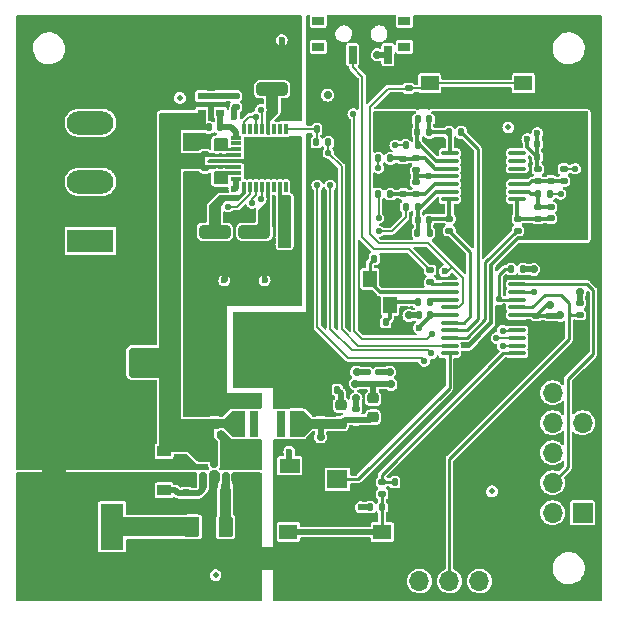
<source format=gbr>
%TF.GenerationSoftware,KiCad,Pcbnew,(6.0.9)*%
%TF.CreationDate,2023-03-20T14:35:20+01:00*%
%TF.ProjectId,BLDC_driver_small,424c4443-5f64-4726-9976-65725f736d61,rev?*%
%TF.SameCoordinates,Original*%
%TF.FileFunction,Copper,L1,Top*%
%TF.FilePolarity,Positive*%
%FSLAX46Y46*%
G04 Gerber Fmt 4.6, Leading zero omitted, Abs format (unit mm)*
G04 Created by KiCad (PCBNEW (6.0.9)) date 2023-03-20 14:35:20*
%MOMM*%
%LPD*%
G01*
G04 APERTURE LIST*
G04 Aperture macros list*
%AMRoundRect*
0 Rectangle with rounded corners*
0 $1 Rounding radius*
0 $2 $3 $4 $5 $6 $7 $8 $9 X,Y pos of 4 corners*
0 Add a 4 corners polygon primitive as box body*
4,1,4,$2,$3,$4,$5,$6,$7,$8,$9,$2,$3,0*
0 Add four circle primitives for the rounded corners*
1,1,$1+$1,$2,$3*
1,1,$1+$1,$4,$5*
1,1,$1+$1,$6,$7*
1,1,$1+$1,$8,$9*
0 Add four rect primitives between the rounded corners*
20,1,$1+$1,$2,$3,$4,$5,0*
20,1,$1+$1,$4,$5,$6,$7,0*
20,1,$1+$1,$6,$7,$8,$9,0*
20,1,$1+$1,$8,$9,$2,$3,0*%
G04 Aperture macros list end*
%TA.AperFunction,SMDPad,CuDef*%
%ADD10C,0.500000*%
%TD*%
%TA.AperFunction,SMDPad,CuDef*%
%ADD11RoundRect,0.135000X-0.185000X0.135000X-0.185000X-0.135000X0.185000X-0.135000X0.185000X0.135000X0*%
%TD*%
%TA.AperFunction,SMDPad,CuDef*%
%ADD12RoundRect,0.135000X-0.135000X-0.185000X0.135000X-0.185000X0.135000X0.185000X-0.135000X0.185000X0*%
%TD*%
%TA.AperFunction,SMDPad,CuDef*%
%ADD13RoundRect,0.218750X-0.256250X0.218750X-0.256250X-0.218750X0.256250X-0.218750X0.256250X0.218750X0*%
%TD*%
%TA.AperFunction,SMDPad,CuDef*%
%ADD14RoundRect,0.135000X0.135000X0.185000X-0.135000X0.185000X-0.135000X-0.185000X0.135000X-0.185000X0*%
%TD*%
%TA.AperFunction,SMDPad,CuDef*%
%ADD15C,2.000000*%
%TD*%
%TA.AperFunction,SMDPad,CuDef*%
%ADD16R,0.799998X2.199996*%
%TD*%
%TA.AperFunction,SMDPad,CuDef*%
%ADD17R,5.799988X6.400012*%
%TD*%
%TA.AperFunction,SMDPad,CuDef*%
%ADD18RoundRect,0.140000X-0.140000X-0.170000X0.140000X-0.170000X0.140000X0.170000X-0.140000X0.170000X0*%
%TD*%
%TA.AperFunction,SMDPad,CuDef*%
%ADD19RoundRect,0.135000X0.185000X-0.135000X0.185000X0.135000X-0.185000X0.135000X-0.185000X-0.135000X0*%
%TD*%
%TA.AperFunction,SMDPad,CuDef*%
%ADD20RoundRect,0.250000X-1.075000X0.312500X-1.075000X-0.312500X1.075000X-0.312500X1.075000X0.312500X0*%
%TD*%
%TA.AperFunction,SMDPad,CuDef*%
%ADD21RoundRect,0.140000X-0.170000X0.140000X-0.170000X-0.140000X0.170000X-0.140000X0.170000X0.140000X0*%
%TD*%
%TA.AperFunction,SMDPad,CuDef*%
%ADD22R,0.700000X0.600000*%
%TD*%
%TA.AperFunction,SMDPad,CuDef*%
%ADD23RoundRect,0.140000X0.170000X-0.140000X0.170000X0.140000X-0.170000X0.140000X-0.170000X-0.140000X0*%
%TD*%
%TA.AperFunction,SMDPad,CuDef*%
%ADD24RoundRect,0.225000X0.250000X-0.225000X0.250000X0.225000X-0.250000X0.225000X-0.250000X-0.225000X0*%
%TD*%
%TA.AperFunction,SMDPad,CuDef*%
%ADD25R,1.550000X1.300000*%
%TD*%
%TA.AperFunction,SMDPad,CuDef*%
%ADD26RoundRect,0.218750X0.256250X-0.218750X0.256250X0.218750X-0.256250X0.218750X-0.256250X-0.218750X0*%
%TD*%
%TA.AperFunction,ComponentPad*%
%ADD27O,1.700000X1.700000*%
%TD*%
%TA.AperFunction,ComponentPad*%
%ADD28R,1.700000X1.700000*%
%TD*%
%TA.AperFunction,SMDPad,CuDef*%
%ADD29RoundRect,0.250000X-0.375000X-0.625000X0.375000X-0.625000X0.375000X0.625000X-0.375000X0.625000X0*%
%TD*%
%TA.AperFunction,SMDPad,CuDef*%
%ADD30RoundRect,0.250000X1.950000X1.000000X-1.950000X1.000000X-1.950000X-1.000000X1.950000X-1.000000X0*%
%TD*%
%TA.AperFunction,SMDPad,CuDef*%
%ADD31R,0.300000X0.900000*%
%TD*%
%TA.AperFunction,SMDPad,CuDef*%
%ADD32R,0.900000X0.300000*%
%TD*%
%TA.AperFunction,SMDPad,CuDef*%
%ADD33R,3.200000X3.200000*%
%TD*%
%TA.AperFunction,ComponentPad*%
%ADD34O,1.980000X3.960000*%
%TD*%
%TA.AperFunction,ComponentPad*%
%ADD35R,1.980000X3.960000*%
%TD*%
%TA.AperFunction,ComponentPad*%
%ADD36O,3.960000X1.980000*%
%TD*%
%TA.AperFunction,ComponentPad*%
%ADD37R,3.960000X1.980000*%
%TD*%
%TA.AperFunction,SMDPad,CuDef*%
%ADD38RoundRect,0.250000X1.075000X-0.312500X1.075000X0.312500X-1.075000X0.312500X-1.075000X-0.312500X0*%
%TD*%
%TA.AperFunction,SMDPad,CuDef*%
%ADD39RoundRect,0.140000X0.140000X0.170000X-0.140000X0.170000X-0.140000X-0.170000X0.140000X-0.170000X0*%
%TD*%
%TA.AperFunction,SMDPad,CuDef*%
%ADD40R,0.700000X1.500000*%
%TD*%
%TA.AperFunction,SMDPad,CuDef*%
%ADD41R,1.000000X0.800000*%
%TD*%
%TA.AperFunction,SMDPad,CuDef*%
%ADD42RoundRect,0.100000X-0.637500X-0.100000X0.637500X-0.100000X0.637500X0.100000X-0.637500X0.100000X0*%
%TD*%
%TA.AperFunction,SMDPad,CuDef*%
%ADD43RoundRect,0.150000X0.150000X-0.587500X0.150000X0.587500X-0.150000X0.587500X-0.150000X-0.587500X0*%
%TD*%
%TA.AperFunction,SMDPad,CuDef*%
%ADD44R,1.200000X0.900000*%
%TD*%
%TA.AperFunction,SMDPad,CuDef*%
%ADD45R,1.200000X1.400000*%
%TD*%
%TA.AperFunction,SMDPad,CuDef*%
%ADD46R,1.750000X1.200000*%
%TD*%
%TA.AperFunction,SMDPad,CuDef*%
%ADD47R,1.750000X1.600000*%
%TD*%
%TA.AperFunction,ViaPad*%
%ADD48C,0.560000*%
%TD*%
%TA.AperFunction,ViaPad*%
%ADD49C,0.600000*%
%TD*%
%TA.AperFunction,ViaPad*%
%ADD50C,0.700000*%
%TD*%
%TA.AperFunction,Conductor*%
%ADD51C,0.508000*%
%TD*%
%TA.AperFunction,Conductor*%
%ADD52C,0.304800*%
%TD*%
%TA.AperFunction,Conductor*%
%ADD53C,0.203200*%
%TD*%
%TA.AperFunction,Conductor*%
%ADD54C,0.254000*%
%TD*%
G04 APERTURE END LIST*
%TO.C,NT9*%
G36*
X120950000Y-97500000D02*
G01*
X119950000Y-97500000D01*
X119950000Y-97000000D01*
X120950000Y-97000000D01*
X120950000Y-97500000D01*
G37*
%TO.C,NT8*%
G36*
X120950000Y-96200000D02*
G01*
X119950000Y-96200000D01*
X119950000Y-95700000D01*
X120950000Y-95700000D01*
X120950000Y-96200000D01*
G37*
%TO.C,NT7*%
G36*
X120950000Y-98800000D02*
G01*
X119950000Y-98800000D01*
X119950000Y-98300000D01*
X120950000Y-98300000D01*
X120950000Y-98800000D01*
G37*
%TO.C,NT3*%
G36*
X120950000Y-100100000D02*
G01*
X119950000Y-100100000D01*
X119950000Y-99600000D01*
X120950000Y-99600000D01*
X120950000Y-100100000D01*
G37*
%TO.C,NT4*%
G36*
X120500000Y-92050000D02*
G01*
X120000000Y-92050000D01*
X120000000Y-91050000D01*
X120500000Y-91050000D01*
X120500000Y-92050000D01*
G37*
%TO.C,NT2*%
G36*
X122500000Y-116600000D02*
G01*
X118500000Y-116600000D01*
X118500000Y-114600000D01*
X122500000Y-114600000D01*
X122500000Y-116600000D01*
G37*
%TO.C,NT5*%
G36*
X117150000Y-92050000D02*
G01*
X116650000Y-92050000D01*
X116650000Y-91050000D01*
X117150000Y-91050000D01*
X117150000Y-92050000D01*
G37*
%TO.C,NT6*%
G36*
X121950000Y-72700000D02*
G01*
X121450000Y-72700000D01*
X121450000Y-71700000D01*
X121950000Y-71700000D01*
X121950000Y-72700000D01*
G37*
%TO.C,NT1*%
G36*
X103400000Y-109500000D02*
G01*
X101400000Y-109500000D01*
X101400000Y-105500000D01*
X103400000Y-105500000D01*
X103400000Y-109500000D01*
G37*
%TD*%
D10*
%TO.P,NT9,1,1*%
%TO.N,GND*%
X120950000Y-97250000D03*
%TO.P,NT9,2,2*%
%TO.N,GNDA*%
X119950000Y-97250000D03*
%TD*%
%TO.P,NT8,1,1*%
%TO.N,GND*%
X120950000Y-95950000D03*
%TO.P,NT8,2,2*%
%TO.N,GNDA*%
X119950000Y-95950000D03*
%TD*%
%TO.P,NT7,1,1*%
%TO.N,GND*%
X120950000Y-98550000D03*
%TO.P,NT7,2,2*%
%TO.N,GNDA*%
X119950000Y-98550000D03*
%TD*%
%TO.P,NT3,1,1*%
%TO.N,GND*%
X120950000Y-99850000D03*
%TO.P,NT3,2,2*%
%TO.N,GNDA*%
X119950000Y-99850000D03*
%TD*%
%TO.P,REF\u002A\u002A,*%
%TO.N,*%
X140900000Y-79100000D03*
%TD*%
%TO.P,REF\u002A\u002A,*%
%TO.N,*%
X113100000Y-76600000D03*
%TD*%
%TO.P,REF\u002A\u002A,*%
%TO.N,*%
X116100000Y-117000000D03*
%TD*%
%TO.P,REF\u002A\u002A,*%
%TO.N,*%
X139500000Y-109900000D03*
%TD*%
D11*
%TO.P,R6,2*%
%TO.N,/BOOT_{0}*%
X134275000Y-92210000D03*
%TO.P,R6,1*%
%TO.N,/BOOT0_{SW}*%
X134275000Y-91190000D03*
%TD*%
D12*
%TO.P,R7,2*%
%TO.N,/OSC_{MCOUT}*%
X134285000Y-93900000D03*
%TO.P,R7,1*%
%TO.N,/OSC_{OUT}*%
X133265000Y-93900000D03*
%TD*%
D13*
%TO.P,D4,2,A*%
%TO.N,+3V3*%
X126700000Y-104187500D03*
%TO.P,D4,1,K*%
%TO.N,Net-(D4-Pad1)*%
X126700000Y-102612500D03*
%TD*%
D14*
%TO.P,R12,2*%
%TO.N,/SENSE_{V}-*%
X132190000Y-80625000D03*
%TO.P,R12,1*%
%TO.N,/OP1-*%
X133210000Y-80625000D03*
%TD*%
D12*
%TO.P,R8,2*%
%TO.N,/ENABLE*%
X125660000Y-80350000D03*
%TO.P,R8,1*%
%TO.N,/ENA_{DRV}*%
X124640000Y-80350000D03*
%TD*%
D10*
%TO.P,NT4,1,1*%
%TO.N,GNDPWR*%
X120250000Y-91050000D03*
%TO.P,NT4,2,2*%
%TO.N,/SENSE_{U}-*%
X120250000Y-92050000D03*
%TD*%
D15*
%TO.P,NT2,2,2*%
%TO.N,GND*%
X122500000Y-115600000D03*
%TO.P,NT2,1,1*%
%TO.N,GNDREF*%
X118500000Y-115600000D03*
%TD*%
D16*
%TO.P,U3,5,Q*%
%TO.N,+3V3*%
X122780001Y-104199802D03*
%TO.P,U3,4,RO*%
%TO.N,unconnected-(U3-Pad4)*%
X121640000Y-104199802D03*
D17*
%TO.P,U3,3,GND*%
%TO.N,GND*%
X120500000Y-97900000D03*
D16*
%TO.P,U3,2,D*%
%TO.N,unconnected-(U3-Pad2)*%
X119360000Y-104199802D03*
%TO.P,U3,1,I*%
%TO.N,+24V*%
X118219999Y-104199802D03*
%TD*%
D18*
%TO.P,C16,2*%
%TO.N,GND*%
X125630000Y-79250000D03*
%TO.P,C16,1*%
%TO.N,/ENA_{DRV}*%
X124670000Y-79250000D03*
%TD*%
%TO.P,C20,2*%
%TO.N,GNDA*%
X144305000Y-81575000D03*
%TO.P,C20,1*%
%TO.N,+3.3VA*%
X143345000Y-81575000D03*
%TD*%
D19*
%TO.P,R18,2*%
%TO.N,+3.3VA*%
X133100000Y-83725000D03*
%TO.P,R18,1*%
%TO.N,/OP2+*%
X133100000Y-84745000D03*
%TD*%
D20*
%TO.P,R4,2*%
%TO.N,GNDPWR*%
X116050000Y-90862500D03*
%TO.P,R4,1*%
%TO.N,/SENSE_{V}+*%
X116050000Y-87937500D03*
%TD*%
D18*
%TO.P,C15,2*%
%TO.N,GND*%
X132230000Y-109150000D03*
%TO.P,C15,1*%
%TO.N,/~{USER_{INPUT}}*%
X131270000Y-109150000D03*
%TD*%
D10*
%TO.P,NT5,2,2*%
%TO.N,/SENSE_{V}-*%
X116900000Y-92050000D03*
%TO.P,NT5,1,1*%
%TO.N,GNDPWR*%
X116900000Y-91050000D03*
%TD*%
D11*
%TO.P,R13,2*%
%TO.N,+3.3VA*%
X133100000Y-82735000D03*
%TO.P,R13,1*%
%TO.N,/OP1+*%
X133100000Y-81715000D03*
%TD*%
D21*
%TO.P,C9,2*%
%TO.N,/V_{CP}*%
X117800000Y-77380000D03*
%TO.P,C9,1*%
%TO.N,Net-(C9-Pad1)*%
X117800000Y-76420000D03*
%TD*%
D14*
%TO.P,R15,2*%
%TO.N,/OP1_{O}*%
X135890000Y-79525000D03*
%TO.P,R15,1*%
%TO.N,/SENSE_{V}*%
X136910000Y-79525000D03*
%TD*%
D22*
%TO.P,D3,2,A*%
%TO.N,Net-(C9-Pad1)*%
X116500000Y-76450000D03*
%TO.P,D3,1,K*%
%TO.N,/V_{BOOT}*%
X116500000Y-77850000D03*
%TD*%
D11*
%TO.P,R10,2*%
%TO.N,Net-(R10-Pad2)*%
X130200000Y-110160000D03*
%TO.P,R10,1*%
%TO.N,/~{USER_{INPUT}}*%
X130200000Y-109140000D03*
%TD*%
D14*
%TO.P,R14,2*%
%TO.N,/OP1-*%
X133190000Y-79525000D03*
%TO.P,R14,1*%
%TO.N,/OP1_{O}*%
X134210000Y-79525000D03*
%TD*%
D23*
%TO.P,C7,2*%
%TO.N,GNDPWR*%
X115200000Y-80420000D03*
%TO.P,C7,1*%
%TO.N,+24V*%
X115200000Y-81380000D03*
%TD*%
D21*
%TO.P,C26,2*%
%TO.N,/OP3_{O}*%
X144500000Y-86805000D03*
%TO.P,C26,1*%
%TO.N,/OP3-*%
X144500000Y-85845000D03*
%TD*%
D24*
%TO.P,C2,2*%
%TO.N,GNDPWR*%
X116000000Y-102624800D03*
%TO.P,C2,1*%
%TO.N,+24V*%
X116000000Y-104174800D03*
%TD*%
D19*
%TO.P,R24,2*%
%TO.N,/OP3-*%
X143400000Y-85815000D03*
%TO.P,R24,1*%
%TO.N,/OP3_{O}*%
X143400000Y-86835000D03*
%TD*%
D25*
%TO.P,SW3,2,2*%
%TO.N,Net-(R10-Pad2)*%
X122275000Y-113350000D03*
X130225000Y-113350000D03*
%TO.P,SW3,1,1*%
%TO.N,GND*%
X122275000Y-117850000D03*
X130225000Y-117850000D03*
%TD*%
D10*
%TO.P,NT6,2,2*%
%TO.N,/SENSE_{W}-*%
X121700000Y-71700000D03*
%TO.P,NT6,1,1*%
%TO.N,GNDPWR*%
X121700000Y-72700000D03*
%TD*%
D26*
%TO.P,L1,2*%
%TO.N,+3.3VA*%
X129450000Y-102037500D03*
%TO.P,L1,1*%
%TO.N,+3V3*%
X129450000Y-103612500D03*
%TD*%
D27*
%TO.P,J3,10,Pin_10*%
%TO.N,/NRST*%
X144635000Y-101565000D03*
%TO.P,J3,9,Pin_9*%
%TO.N,GND*%
X147175000Y-101565000D03*
%TO.P,J3,8,Pin_8*%
%TO.N,unconnected-(J3-Pad8)*%
X144635000Y-104105000D03*
%TO.P,J3,7,Pin_7*%
%TO.N,unconnected-(J3-Pad7)*%
X147175000Y-104105000D03*
%TO.P,J3,6,Pin_6*%
%TO.N,unconnected-(J3-Pad6)*%
X144635000Y-106645000D03*
%TO.P,J3,5,Pin_5*%
%TO.N,GND*%
X147175000Y-106645000D03*
%TO.P,J3,4,Pin_4*%
%TO.N,/SWD_{CLK}*%
X144635000Y-109185000D03*
%TO.P,J3,3,Pin_3*%
%TO.N,GND*%
X147175000Y-109185000D03*
%TO.P,J3,2,Pin_2*%
%TO.N,/SWD_{IO}*%
X144635000Y-111725000D03*
D28*
%TO.P,J3,1,Pin_1*%
%TO.N,+3V3*%
X147175000Y-111725000D03*
%TD*%
D29*
%TO.P,F1,2*%
%TO.N,/V_{pwrfuse}*%
X116950000Y-112900000D03*
%TO.P,F1,1*%
%TO.N,/V_{pwr}*%
X114150000Y-112900000D03*
%TD*%
D18*
%TO.P,C10,2*%
%TO.N,/V_{BOOT}*%
X116480000Y-79100000D03*
%TO.P,C10,1*%
%TO.N,+24V*%
X115520000Y-79100000D03*
%TD*%
D30*
%TO.P,C1,2*%
%TO.N,GNDPWR*%
X102550000Y-99000000D03*
%TO.P,C1,1*%
%TO.N,+24V*%
X110950000Y-99000000D03*
%TD*%
D23*
%TO.P,C6,2*%
%TO.N,GNDA*%
X129975000Y-99820000D03*
%TO.P,C6,1*%
%TO.N,+3.3VA*%
X129975000Y-100780000D03*
%TD*%
D27*
%TO.P,J4,4,Pin_4*%
%TO.N,/I2C_{SDA}*%
X133370000Y-117500000D03*
%TO.P,J4,3,Pin_3*%
%TO.N,/I2C_{SCL}*%
X135910000Y-117500000D03*
%TO.P,J4,2,Pin_2*%
%TO.N,+3V3*%
X138450000Y-117500000D03*
D28*
%TO.P,J4,1,Pin_1*%
%TO.N,GND*%
X140990000Y-117500000D03*
%TD*%
D31*
%TO.P,U2,32,NC*%
%TO.N,unconnected-(U2-Pad32)*%
X122050000Y-84150000D03*
%TO.P,U2,31,OUT1*%
%TO.N,/OUT_{U}*%
X121550000Y-84150000D03*
%TO.P,U2,30,CP+*%
%TO.N,unconnected-(U2-Pad30)*%
X121050000Y-84150000D03*
%TO.P,U2,29,SENSE1*%
%TO.N,/SENSE_{U}+*%
X120550000Y-84150000D03*
%TO.P,U2,28,IN3*%
%TO.N,/PWM_{W}*%
X120050000Y-84150000D03*
%TO.P,U2,27,EN1*%
%TO.N,/ENABLE*%
X119550000Y-84150000D03*
%TO.P,U2,26,IN1*%
%TO.N,/PWM_{U}*%
X119050000Y-84150000D03*
%TO.P,U2,25,SENSE2*%
%TO.N,/SENSE_{V}+*%
X118550000Y-84150000D03*
D32*
%TO.P,U2,24,VCP*%
%TO.N,/V_{CP}*%
X117850000Y-83450000D03*
%TO.P,U2,23,OUT2*%
%TO.N,/OUT_{V}*%
X117850000Y-82950000D03*
%TO.P,U2,22,VSA*%
%TO.N,+24V*%
X117850000Y-82450000D03*
%TO.P,U2,21,GND*%
%TO.N,GNDPWR*%
X117850000Y-81950000D03*
%TO.P,U2,20,VSB*%
%TO.N,+24V*%
X117850000Y-81450000D03*
%TO.P,U2,19,OUT3*%
%TO.N,/OUT_{W}*%
X117850000Y-80950000D03*
%TO.P,U2,18,NC*%
%TO.N,unconnected-(U2-Pad18)*%
X117850000Y-80450000D03*
%TO.P,U2,17,VBOOT*%
%TO.N,/V_{BOOT}*%
X117850000Y-79950000D03*
D31*
%TO.P,U2,16,EN3*%
%TO.N,/ENABLE*%
X118550000Y-79250000D03*
%TO.P,U2,15,CP-*%
%TO.N,unconnected-(U2-Pad15)*%
X119050000Y-79250000D03*
%TO.P,U2,14,EN2*%
%TO.N,/ENABLE*%
X119550000Y-79250000D03*
%TO.P,U2,13,IN2*%
%TO.N,/PWM_{V}*%
X120050000Y-79250000D03*
%TO.P,U2,12,SENSE3*%
%TO.N,/SENSE_{W}+*%
X120550000Y-79250000D03*
%TO.P,U2,11,CPOUT*%
%TO.N,unconnected-(U2-Pad11)*%
X121050000Y-79250000D03*
%TO.P,U2,10,NC*%
%TO.N,unconnected-(U2-Pad10)*%
X121550000Y-79250000D03*
%TO.P,U2,9,DIAG-EN*%
%TO.N,/ENA_{DRV}*%
X122050000Y-79250000D03*
D32*
%TO.P,U2,8,NC*%
%TO.N,GNDPWR*%
X122750000Y-79950000D03*
%TO.P,U2,7,NC*%
X122750000Y-80450000D03*
%TO.P,U2,6,NC*%
X122750000Y-80950000D03*
%TO.P,U2,5,NC*%
X122750000Y-81450000D03*
%TO.P,U2,4,NC*%
X122750000Y-81950000D03*
%TO.P,U2,3,NC*%
X122750000Y-82450000D03*
%TO.P,U2,2,NC*%
X122750000Y-82950000D03*
D33*
%TO.P,U2,1,GND*%
X120300000Y-81700000D03*
D32*
X122750000Y-83450000D03*
%TD*%
D34*
%TO.P,J1,2,Pin_2*%
%TO.N,GNDREF*%
X102365000Y-112900000D03*
D35*
%TO.P,J1,1,Pin_1*%
%TO.N,/V_{pwr}*%
X107365000Y-112900000D03*
%TD*%
D19*
%TO.P,R21,2*%
%TO.N,/SENSE_{W}+*%
X145600000Y-82615000D03*
%TO.P,R21,1*%
%TO.N,/OP3+*%
X145600000Y-83635000D03*
%TD*%
D14*
%TO.P,R11,2*%
%TO.N,/SENSE_{V}+*%
X129890000Y-81725000D03*
%TO.P,R11,1*%
%TO.N,/OP1+*%
X130910000Y-81725000D03*
%TD*%
D36*
%TO.P,J2,3,Pin_3*%
%TO.N,/OUT_{W}*%
X105510000Y-78695000D03*
%TO.P,J2,2,Pin_2*%
%TO.N,/OUT_{V}*%
X105510000Y-83695000D03*
D37*
%TO.P,J2,1,Pin_1*%
%TO.N,/OUT_{U}*%
X105510000Y-88695000D03*
%TD*%
D23*
%TO.P,C4,2*%
%TO.N,GNDA*%
X128012500Y-102895000D03*
%TO.P,C4,1*%
%TO.N,+3V3*%
X128012500Y-103855000D03*
%TD*%
D18*
%TO.P,C22,2*%
%TO.N,/OP1_{O}*%
X134180000Y-78425000D03*
%TO.P,C22,1*%
%TO.N,/OP1-*%
X133220000Y-78425000D03*
%TD*%
D38*
%TO.P,R5,2*%
%TO.N,GNDPWR*%
X120900000Y-72937500D03*
%TO.P,R5,1*%
%TO.N,/SENSE_{W}+*%
X120900000Y-75862500D03*
%TD*%
D11*
%TO.P,R26,2*%
%TO.N,/I2C_{SCL}*%
X146950000Y-94960000D03*
%TO.P,R26,1*%
%TO.N,+3V3*%
X146950000Y-93940000D03*
%TD*%
D39*
%TO.P,C17,2*%
%TO.N,GND*%
X129545000Y-95600000D03*
%TO.P,C17,1*%
%TO.N,/OSC_{OUT}*%
X130505000Y-95600000D03*
%TD*%
D14*
%TO.P,R27,2*%
%TO.N,/I2C_{SDA}*%
X141140000Y-91100000D03*
%TO.P,R27,1*%
%TO.N,+3V3*%
X142160000Y-91100000D03*
%TD*%
D21*
%TO.P,C8,2*%
%TO.N,GNDPWR*%
X115200000Y-83480000D03*
%TO.P,C8,1*%
%TO.N,+24V*%
X115200000Y-82520000D03*
%TD*%
D14*
%TO.P,R19,2*%
%TO.N,/OP2-*%
X133200000Y-88025000D03*
%TO.P,R19,1*%
%TO.N,/OP2_{O}*%
X134220000Y-88025000D03*
%TD*%
D12*
%TO.P,R22,2*%
%TO.N,/SENSE_{W}-*%
X144410000Y-84725000D03*
%TO.P,R22,1*%
%TO.N,/OP3-*%
X143390000Y-84725000D03*
%TD*%
D23*
%TO.P,C14,2*%
%TO.N,GND*%
X132461000Y-74831000D03*
%TO.P,C14,1*%
%TO.N,/NRST*%
X132461000Y-75791000D03*
%TD*%
D24*
%TO.P,C3,2*%
%TO.N,GND*%
X125000000Y-102624800D03*
%TO.P,C3,1*%
%TO.N,+3V3*%
X125000000Y-104174800D03*
%TD*%
D18*
%TO.P,C19,2*%
%TO.N,GNDA*%
X144305000Y-80475000D03*
%TO.P,C19,1*%
%TO.N,+3.3VA*%
X143345000Y-80475000D03*
%TD*%
D21*
%TO.P,C12,2*%
%TO.N,GND*%
X143275000Y-95980000D03*
%TO.P,C12,1*%
%TO.N,+3V3*%
X143275000Y-95020000D03*
%TD*%
D40*
%TO.P,SW2,3,C*%
%TO.N,GND*%
X126200000Y-72930000D03*
%TO.P,SW2,2,B*%
%TO.N,/BOOT0_{SW}*%
X127700000Y-72930000D03*
%TO.P,SW2,1,A*%
%TO.N,+3V3*%
X130700000Y-72930000D03*
D41*
%TO.P,SW2,*%
%TO.N,*%
X132100000Y-70070000D03*
X124800000Y-70070000D03*
X124800000Y-72280000D03*
X132100000Y-72280000D03*
%TD*%
D14*
%TO.P,R16,2*%
%TO.N,/SENSE_{U}+*%
X129890000Y-84735000D03*
%TO.P,R16,1*%
%TO.N,/OP2+*%
X130910000Y-84735000D03*
%TD*%
D23*
%TO.P,C21,2*%
%TO.N,/OP1+*%
X132000000Y-81745000D03*
%TO.P,C21,1*%
%TO.N,GNDA*%
X132000000Y-82705000D03*
%TD*%
D12*
%TO.P,R2,2*%
%TO.N,Net-(D4-Pad1)*%
X126410000Y-101300000D03*
%TO.P,R2,1*%
%TO.N,GND*%
X125390000Y-101300000D03*
%TD*%
D20*
%TO.P,R3,2*%
%TO.N,GNDPWR*%
X119400000Y-90862500D03*
%TO.P,R3,1*%
%TO.N,/SENSE_{U}+*%
X119400000Y-87937500D03*
%TD*%
D18*
%TO.P,C24,2*%
%TO.N,/OP2_{O}*%
X134180000Y-86925000D03*
%TO.P,C24,1*%
%TO.N,/OP2-*%
X133220000Y-86925000D03*
%TD*%
D14*
%TO.P,R17,2*%
%TO.N,/SENSE_{U}-*%
X132190000Y-85835000D03*
%TO.P,R17,1*%
%TO.N,/OP2-*%
X133210000Y-85835000D03*
%TD*%
%TO.P,R9,2*%
%TO.N,+3V3*%
X129190000Y-111250000D03*
%TO.P,R9,1*%
%TO.N,Net-(R10-Pad2)*%
X130210000Y-111250000D03*
%TD*%
D42*
%TO.P,U1,20,PA14*%
%TO.N,/SWD_{CLK}*%
X141637500Y-92375000D03*
%TO.P,U1,19,PA13*%
%TO.N,/SWD_{IO}*%
X141637500Y-93025000D03*
%TO.P,U1,18,PA10*%
%TO.N,/I2C_{SDA}*%
X141637500Y-93675000D03*
%TO.P,U1,17,PA9*%
%TO.N,/I2C_{SCL}*%
X141637500Y-94325000D03*
%TO.P,U1,16,VDD*%
%TO.N,+3V3*%
X141637500Y-94975000D03*
%TO.P,U1,15,VSS*%
%TO.N,GND*%
X141637500Y-95625000D03*
%TO.P,U1,14,PB1*%
%TO.N,/PWM_{V}*%
X141637500Y-96275000D03*
%TO.P,U1,13,PA7*%
%TO.N,/PWM_{W}*%
X141637500Y-96925000D03*
%TO.P,U1,12,PA6*%
%TO.N,/PWM_{U}*%
X141637500Y-97575000D03*
%TO.P,U1,11,PA5*%
%TO.N,/~{USER_{INPUT}}*%
X141637500Y-98225000D03*
%TO.P,U1,10,PA4*%
%TO.N,/SPEED{slash}ANGLE*%
X135912500Y-98225000D03*
%TO.P,U1,9,PA3*%
%TO.N,/ENABLE*%
X135912500Y-97575000D03*
%TO.P,U1,8,PA2*%
%TO.N,/SENSE_{W}*%
X135912500Y-96925000D03*
%TO.P,U1,7,PA1*%
%TO.N,/SENSE_{V}*%
X135912500Y-96275000D03*
%TO.P,U1,6,PA0*%
%TO.N,/SENSE_{U}*%
X135912500Y-95625000D03*
%TO.P,U1,5,VDDA*%
%TO.N,+3.3VA*%
X135912500Y-94975000D03*
%TO.P,U1,4,NRST*%
%TO.N,/NRST*%
X135912500Y-94325000D03*
%TO.P,U1,3,PF1*%
%TO.N,/OSC_{MCOUT}*%
X135912500Y-93675000D03*
%TO.P,U1,2,PF0*%
%TO.N,/OSC_{IN}*%
X135912500Y-93025000D03*
%TO.P,U1,1,BOOT0*%
%TO.N,/BOOT_{0}*%
X135912500Y-92375000D03*
%TD*%
D21*
%TO.P,C25,2*%
%TO.N,/OP3+*%
X144500000Y-83605000D03*
%TO.P,C25,1*%
%TO.N,GNDA*%
X144500000Y-82645000D03*
%TD*%
D43*
%TO.P,Q1,3,S*%
%TO.N,+24V*%
X116000000Y-107162500D03*
%TO.P,Q1,2,D*%
%TO.N,/V_{pwrfuse}*%
X116950000Y-109037500D03*
%TO.P,Q1,1,G*%
%TO.N,Net-(D1-Pad2)*%
X115050000Y-109037500D03*
%TD*%
D15*
%TO.P,NT1,2,2*%
%TO.N,GNDPWR*%
X102400000Y-105500000D03*
%TO.P,NT1,1,1*%
%TO.N,GNDREF*%
X102400000Y-109500000D03*
%TD*%
D19*
%TO.P,R23,2*%
%TO.N,+3.3VA*%
X143400000Y-82615000D03*
%TO.P,R23,1*%
%TO.N,/OP3+*%
X143400000Y-83635000D03*
%TD*%
D25*
%TO.P,SW1,2,2*%
%TO.N,/NRST*%
X142175000Y-75350000D03*
X134225000Y-75350000D03*
%TO.P,SW1,1,1*%
%TO.N,GND*%
X142175000Y-70850000D03*
X134225000Y-70850000D03*
%TD*%
D22*
%TO.P,D2,2,A*%
%TO.N,+24V*%
X114950000Y-77850000D03*
%TO.P,D2,1,K*%
%TO.N,Net-(C9-Pad1)*%
X114950000Y-76450000D03*
%TD*%
D19*
%TO.P,R1,2*%
%TO.N,Net-(D1-Pad2)*%
X113600000Y-109990000D03*
%TO.P,R1,1*%
%TO.N,GNDREF*%
X113600000Y-111010000D03*
%TD*%
D39*
%TO.P,C13,2*%
%TO.N,GNDA*%
X133295000Y-95000000D03*
%TO.P,C13,1*%
%TO.N,+3.3VA*%
X134255000Y-95000000D03*
%TD*%
D19*
%TO.P,R25,2*%
%TO.N,/OP3_{O}*%
X141700000Y-86815000D03*
%TO.P,R25,1*%
%TO.N,/SENSE_{W}*%
X141700000Y-87835000D03*
%TD*%
D21*
%TO.P,C23,2*%
%TO.N,/OP2+*%
X132000000Y-84715000D03*
%TO.P,C23,1*%
%TO.N,GNDA*%
X132000000Y-83755000D03*
%TD*%
D44*
%TO.P,D1,2,A*%
%TO.N,Net-(D1-Pad2)*%
X111750000Y-109800000D03*
%TO.P,D1,1,K*%
%TO.N,+24V*%
X111750000Y-106500000D03*
%TD*%
D45*
%TO.P,Y1,4,4*%
%TO.N,GND*%
X130875000Y-91925000D03*
%TO.P,Y1,3,3*%
%TO.N,/OSC_{OUT}*%
X130875000Y-94125000D03*
%TO.P,Y1,2,2*%
%TO.N,GND*%
X129175000Y-94125000D03*
%TO.P,Y1,1,1*%
%TO.N,/OSC_{IN}*%
X129175000Y-91925000D03*
%TD*%
D23*
%TO.P,C5,2*%
%TO.N,GNDA*%
X128925000Y-99820000D03*
%TO.P,C5,1*%
%TO.N,+3.3VA*%
X128925000Y-100780000D03*
%TD*%
D18*
%TO.P,C18,2*%
%TO.N,GND*%
X130505000Y-90200000D03*
%TO.P,C18,1*%
%TO.N,/OSC_{IN}*%
X129545000Y-90200000D03*
%TD*%
D42*
%TO.P,U4,14*%
%TO.N,unconnected-(U4-Pad14)*%
X141662500Y-81275000D03*
%TO.P,U4,13,-*%
%TO.N,unconnected-(U4-Pad13)*%
X141662500Y-81925000D03*
%TO.P,U4,12,+*%
%TO.N,unconnected-(U4-Pad12)*%
X141662500Y-82575000D03*
%TO.P,U4,11,V-*%
%TO.N,GNDA*%
X141662500Y-83225000D03*
%TO.P,U4,10,+*%
%TO.N,/OP3+*%
X141662500Y-83875000D03*
%TO.P,U4,9,-*%
%TO.N,/OP3-*%
X141662500Y-84525000D03*
%TO.P,U4,8*%
%TO.N,/OP3_{O}*%
X141662500Y-85175000D03*
%TO.P,U4,7*%
%TO.N,/OP2_{O}*%
X135937500Y-85175000D03*
%TO.P,U4,6,-*%
%TO.N,/OP2-*%
X135937500Y-84525000D03*
%TO.P,U4,5,+*%
%TO.N,/OP2+*%
X135937500Y-83875000D03*
%TO.P,U4,4,V+*%
%TO.N,+3.3VA*%
X135937500Y-83225000D03*
%TO.P,U4,3,+*%
%TO.N,/OP1+*%
X135937500Y-82575000D03*
%TO.P,U4,2,-*%
%TO.N,/OP1-*%
X135937500Y-81925000D03*
%TO.P,U4,1*%
%TO.N,/OP1_{O}*%
X135937500Y-81275000D03*
%TD*%
D46*
%TO.P,RV1,3,3*%
%TO.N,GND*%
X122375000Y-110050000D03*
D47*
%TO.P,RV1,2,2*%
%TO.N,/SPEED{slash}ANGLE*%
X126425000Y-108900000D03*
D46*
%TO.P,RV1,1,1*%
%TO.N,+3V3*%
X122375000Y-107750000D03*
%TD*%
D19*
%TO.P,R20,2*%
%TO.N,/OP2_{O}*%
X135900000Y-86815000D03*
%TO.P,R20,1*%
%TO.N,/SENSE_{U}*%
X135900000Y-87835000D03*
%TD*%
D21*
%TO.P,C11,2*%
%TO.N,GND*%
X144375000Y-95980000D03*
%TO.P,C11,1*%
%TO.N,+3V3*%
X144375000Y-95020000D03*
%TD*%
D48*
%TO.N,GND*%
X125250000Y-90600000D03*
D49*
X120950000Y-99850000D03*
%TO.N,GNDA*%
X119950000Y-99850000D03*
X119950000Y-98550000D03*
%TO.N,GND*%
X120950000Y-98550000D03*
X120950000Y-97250000D03*
%TO.N,GNDA*%
X119950000Y-97250000D03*
%TO.N,GND*%
X120950000Y-95950000D03*
%TO.N,GNDA*%
X119950000Y-95950000D03*
D50*
%TO.N,+3V3*%
X129800000Y-72950000D03*
X146950000Y-93050000D03*
X123850000Y-104200000D03*
D49*
X128400000Y-111250000D03*
D50*
X144399000Y-94107000D03*
X143050000Y-91100000D03*
X145288000Y-94996000D03*
X125000000Y-105300000D03*
D49*
X122350000Y-106550000D03*
D50*
%TO.N,GND*%
X125375000Y-100400000D03*
D49*
X125600000Y-75050000D03*
D50*
X123850000Y-110000000D03*
X139000000Y-107500000D03*
X125850000Y-115800000D03*
X146250000Y-90950000D03*
X145600000Y-75700000D03*
X139900000Y-107500000D03*
X134550000Y-90350000D03*
X146500000Y-75700000D03*
X128725000Y-95600000D03*
X131850000Y-102800000D03*
X137650000Y-72150000D03*
X124650000Y-82450000D03*
D49*
X132250000Y-110050000D03*
D50*
X138550000Y-73050000D03*
X146500000Y-76600000D03*
X129175000Y-94050000D03*
X139000000Y-106600000D03*
X131325000Y-90200000D03*
X143275000Y-96800000D03*
X128750000Y-105950000D03*
X124550000Y-101525000D03*
D49*
X131572000Y-74803000D03*
D50*
X139900000Y-106600000D03*
X133800000Y-100550000D03*
D49*
X134239000Y-72136000D03*
X122400000Y-111250000D03*
D50*
X126750000Y-115800000D03*
X146250000Y-90050000D03*
X147150000Y-90950000D03*
X125850000Y-116700000D03*
X126450000Y-79250000D03*
X145600000Y-76600000D03*
X137650000Y-73050000D03*
X144375000Y-96800000D03*
X130875000Y-91850000D03*
X126750000Y-116700000D03*
X147150000Y-90050000D03*
D49*
X142113000Y-72136000D03*
D50*
X139900000Y-112100000D03*
X138550000Y-72150000D03*
X139000000Y-113000000D03*
X139000000Y-112100000D03*
X139900000Y-113000000D03*
D49*
%TO.N,+3.3VA*%
X134175000Y-83225000D03*
D50*
X127950000Y-100800000D03*
X130950000Y-100850000D03*
D49*
X143350000Y-79600000D03*
X142500000Y-80100000D03*
X133300000Y-96050000D03*
%TO.N,/NRST*%
X135509000Y-91262200D03*
D48*
%TO.N,/SENSE_{U}+*%
X129900000Y-86750000D03*
D49*
X120200000Y-86750000D03*
D48*
%TO.N,/SENSE_{V}+*%
X129890000Y-82519000D03*
D49*
X116050000Y-86750000D03*
D48*
%TO.N,/SENSE_{W}+*%
X146550000Y-82600000D03*
D49*
X120900000Y-77050000D03*
D48*
%TO.N,/PWM_{U}*%
X124700000Y-84000000D03*
X140400000Y-97575000D03*
X133775000Y-98875000D03*
X117150000Y-85800000D03*
%TO.N,/PWM_{W}*%
X125800000Y-84000000D03*
X119950000Y-85150000D03*
X139875000Y-96925000D03*
X134375000Y-98225000D03*
%TO.N,/PWM_{V}*%
X127750000Y-77950000D03*
X119950000Y-77600000D03*
X134400000Y-96600000D03*
X140400000Y-96300000D03*
%TO.N,/SWD_{IO}*%
X143050000Y-93000000D03*
%TO.N,/I2C_{SDA}*%
X140100000Y-93650000D03*
%TO.N,/OUT_{W}*%
X116850000Y-80850000D03*
X116250000Y-80250000D03*
X116850000Y-80250000D03*
X116250000Y-80850000D03*
%TO.N,/OUT_{V}*%
X116250000Y-83050000D03*
X116850000Y-83050000D03*
X116250000Y-83650000D03*
X116850000Y-83650000D03*
%TO.N,/OUT_{U}*%
X121650000Y-88400000D03*
X121650000Y-89000000D03*
X122250000Y-89000000D03*
X122250000Y-88400000D03*
%TO.N,/ENABLE*%
X119200000Y-85500000D03*
X119523900Y-78200000D03*
X125650000Y-81250000D03*
D49*
%TO.N,/V_{CP}*%
X117700000Y-84300000D03*
X117700000Y-78200000D03*
D50*
%TO.N,GNDPWR*%
X115200000Y-90850000D03*
X118550000Y-90850000D03*
D49*
X120300000Y-81700000D03*
D50*
X106000000Y-93000000D03*
X107550000Y-106300000D03*
D49*
X121100000Y-82500000D03*
D50*
X114850000Y-102600000D03*
X101900000Y-89150000D03*
X102950000Y-97100000D03*
X114700000Y-98350000D03*
X102050000Y-100900000D03*
X116100000Y-72000000D03*
X115600000Y-96600000D03*
X116050000Y-90850000D03*
X109500000Y-86200000D03*
X101000000Y-83250000D03*
X107550000Y-107200000D03*
X114700000Y-96600000D03*
X118200000Y-107200000D03*
X101900000Y-88250000D03*
X120250000Y-90850000D03*
X105100000Y-92100000D03*
X101000000Y-79150000D03*
X118200000Y-106300000D03*
X120900000Y-72950000D03*
D49*
X119500000Y-80900000D03*
D50*
X106650000Y-106300000D03*
X115600000Y-97450000D03*
X115600000Y-99200000D03*
D49*
X121100000Y-81700000D03*
D50*
X101000000Y-89150000D03*
D49*
X120300000Y-80900000D03*
D50*
X119400000Y-90850000D03*
X109500000Y-81200000D03*
X114700000Y-99200000D03*
D49*
X119500000Y-82500000D03*
D50*
X119100000Y-107200000D03*
X108500000Y-72900000D03*
X115200000Y-84325000D03*
X103850000Y-100900000D03*
X117000000Y-72900000D03*
X101900000Y-79150000D03*
X120050000Y-72950000D03*
X107600000Y-72900000D03*
X114325000Y-80400000D03*
X103850000Y-97100000D03*
D49*
X121100000Y-80900000D03*
D50*
X101150000Y-97100000D03*
X101900000Y-83250000D03*
X116100000Y-72900000D03*
X114700000Y-97450000D03*
X116900000Y-90850000D03*
X101900000Y-84150000D03*
X102050000Y-97100000D03*
X119100000Y-106300000D03*
X101000000Y-78250000D03*
X106650000Y-107200000D03*
X105100000Y-93000000D03*
X107600000Y-72000000D03*
X101150000Y-100900000D03*
D49*
X120300000Y-82500000D03*
X119500000Y-81700000D03*
D50*
X102950000Y-100900000D03*
X121750000Y-72950000D03*
X106000000Y-92100000D03*
X101000000Y-84150000D03*
X101900000Y-78250000D03*
X117000000Y-72000000D03*
X115600000Y-98350000D03*
X108500000Y-72000000D03*
X101000000Y-88250000D03*
%TO.N,GNDA*%
X132475000Y-95000000D03*
X134700000Y-80600000D03*
X134600000Y-85900000D03*
X130850000Y-99800000D03*
X131000000Y-86300000D03*
X125600000Y-76350000D03*
X131953000Y-88011000D03*
X139900000Y-87300000D03*
X136017000Y-89357200D03*
X139750000Y-84800000D03*
X128000000Y-102025000D03*
X131125000Y-82700000D03*
X145175000Y-80475000D03*
X130900000Y-78700000D03*
X128050000Y-99800000D03*
X137300000Y-87300000D03*
X146050000Y-87630000D03*
X131125000Y-83750000D03*
X145175000Y-81575000D03*
X139900000Y-80850000D03*
%TO.N,GNDREF*%
X112400000Y-111200000D03*
X104500000Y-117400000D03*
X113700000Y-116500000D03*
X114600000Y-117400000D03*
X105400000Y-116500000D03*
X104500000Y-116500000D03*
X113700000Y-117400000D03*
X105400000Y-117400000D03*
X114600000Y-116500000D03*
D48*
%TO.N,/SENSE_{U}-*%
X129921000Y-87884000D03*
D49*
X120250000Y-92050000D03*
D48*
%TO.N,/SENSE_{V}-*%
X131300000Y-80600000D03*
D49*
X116850000Y-92050000D03*
%TO.N,/SENSE_{W}-*%
X121700000Y-71700000D03*
D48*
X145325000Y-84725000D03*
%TD*%
D51*
%TO.N,+3.3VA*%
X130880000Y-100780000D02*
X130950000Y-100850000D01*
X129975000Y-100780000D02*
X130880000Y-100780000D01*
D52*
%TO.N,+3V3*%
X143230000Y-94975000D02*
X143275000Y-95020000D01*
D51*
X128012500Y-103855000D02*
X129207500Y-103855000D01*
X122350000Y-106550000D02*
X122350000Y-107725000D01*
D52*
X141637500Y-94975000D02*
X143230000Y-94975000D01*
D51*
X129207500Y-103855000D02*
X129450000Y-103612500D01*
X145264000Y-95020000D02*
X145288000Y-94996000D01*
X128012500Y-103855000D02*
X127032500Y-103855000D01*
D52*
X144399000Y-94107000D02*
X144188000Y-94107000D01*
D51*
X143050000Y-91100000D02*
X142160000Y-91100000D01*
D52*
X143275000Y-95020000D02*
X144375000Y-95020000D01*
D51*
X122350000Y-107725000D02*
X122375000Y-107750000D01*
X129800000Y-72950000D02*
X130680000Y-72950000D01*
X130680000Y-72950000D02*
X130700000Y-72930000D01*
X125000000Y-104174800D02*
X125000000Y-105300000D01*
X129190000Y-111250000D02*
X128400000Y-111250000D01*
X144375000Y-95020000D02*
X145264000Y-95020000D01*
X146950000Y-93050000D02*
X146950000Y-93940000D01*
D52*
X144188000Y-94107000D02*
X143275000Y-95020000D01*
D51*
X127032500Y-103855000D02*
X126700000Y-104187500D01*
%TO.N,GND*%
X122400000Y-110075000D02*
X122375000Y-110050000D01*
X125390000Y-100415000D02*
X125375000Y-100400000D01*
X132461000Y-74831000D02*
X131600000Y-74831000D01*
X131600000Y-74831000D02*
X131572000Y-74803000D01*
X125000000Y-102624800D02*
X125000000Y-102600000D01*
X132250000Y-109170000D02*
X132230000Y-109150000D01*
X144375000Y-95980000D02*
X144375000Y-96800000D01*
X124550000Y-102150000D02*
X124550000Y-101525000D01*
X132250000Y-110050000D02*
X132250000Y-109170000D01*
X129545000Y-95600000D02*
X128725000Y-95600000D01*
X122400000Y-111250000D02*
X122400000Y-110075000D01*
X125000000Y-102600000D02*
X124550000Y-102150000D01*
X143275000Y-95980000D02*
X143275000Y-96800000D01*
X130505000Y-90200000D02*
X131325000Y-90200000D01*
X125390000Y-101300000D02*
X125390000Y-100415000D01*
X126450000Y-79250000D02*
X125630000Y-79250000D01*
D52*
%TO.N,+3.3VA*%
X142500000Y-80100000D02*
X142500000Y-80735210D01*
X134175000Y-83225000D02*
X133150000Y-83225000D01*
X135912500Y-94975000D02*
X134280000Y-94975000D01*
X143350000Y-79600000D02*
X143350000Y-80470000D01*
D51*
X127970000Y-100780000D02*
X127950000Y-100800000D01*
D52*
X135937500Y-83225000D02*
X134175000Y-83225000D01*
X143339790Y-81575000D02*
X143345000Y-81575000D01*
D51*
X128925000Y-100780000D02*
X127970000Y-100780000D01*
X133100000Y-83175000D02*
X133100000Y-83725000D01*
D52*
X142500000Y-80735210D02*
X143339790Y-81575000D01*
X134280000Y-94975000D02*
X134255000Y-95000000D01*
X143345000Y-81575000D02*
X143345000Y-80475000D01*
D51*
X133100000Y-82735000D02*
X133100000Y-83175000D01*
X129450000Y-102037500D02*
X129450000Y-100801000D01*
D52*
X143345000Y-81575000D02*
X143345000Y-82560000D01*
D51*
X129450000Y-100801000D02*
X129471000Y-100780000D01*
D52*
X134255000Y-95000000D02*
X134255000Y-95095000D01*
X133150000Y-83225000D02*
X133100000Y-83175000D01*
X134255000Y-95095000D02*
X133300000Y-96050000D01*
X143345000Y-82560000D02*
X143400000Y-82615000D01*
X143350000Y-80470000D02*
X143345000Y-80475000D01*
D51*
X129471000Y-100780000D02*
X129975000Y-100780000D01*
X128925000Y-100780000D02*
X129471000Y-100780000D01*
D53*
%TO.N,/NRST*%
X137033000Y-91821000D02*
X136144000Y-90932000D01*
X132461000Y-75791000D02*
X133784000Y-75791000D01*
X137033000Y-93980000D02*
X137033000Y-91821000D01*
X136144000Y-90932000D02*
X134112000Y-88900000D01*
X129921000Y-88900000D02*
X129159000Y-88138000D01*
X135813800Y-91262200D02*
X135509000Y-91262200D01*
X134225000Y-75350000D02*
X142175000Y-75350000D01*
X135912500Y-94325000D02*
X136688000Y-94325000D01*
X129159000Y-88138000D02*
X129159000Y-77343000D01*
X134112000Y-88900000D02*
X129921000Y-88900000D01*
X130683000Y-75819000D02*
X132433000Y-75819000D01*
X133784000Y-75791000D02*
X134225000Y-75350000D01*
X136688000Y-94325000D02*
X137033000Y-93980000D01*
X129159000Y-77343000D02*
X130683000Y-75819000D01*
X132433000Y-75819000D02*
X132461000Y-75791000D01*
X136144000Y-90932000D02*
X135813800Y-91262200D01*
D52*
%TO.N,/OSC_{OUT}*%
X130875000Y-95230000D02*
X130505000Y-95600000D01*
X131100000Y-93900000D02*
X130875000Y-94125000D01*
X130875000Y-94125000D02*
X130875000Y-95230000D01*
X133265000Y-93900000D02*
X131100000Y-93900000D01*
%TO.N,/OSC_{IN}*%
X135912500Y-93025000D02*
X130025000Y-93025000D01*
X129175000Y-92175000D02*
X129175000Y-91800000D01*
X130025000Y-93025000D02*
X129175000Y-92175000D01*
D54*
X129175000Y-91925000D02*
X129175000Y-90570000D01*
X129175000Y-90570000D02*
X129545000Y-90200000D01*
D51*
%TO.N,Net-(C9-Pad1)*%
X116530000Y-76420000D02*
X116500000Y-76450000D01*
X116500000Y-76450000D02*
X114950000Y-76450000D01*
X117800000Y-76420000D02*
X116530000Y-76420000D01*
D52*
%TO.N,/OP1+*%
X133815000Y-81715000D02*
X134675000Y-82575000D01*
X131980000Y-81725000D02*
X132000000Y-81745000D01*
X132000000Y-81745000D02*
X133070000Y-81745000D01*
X133070000Y-81745000D02*
X133100000Y-81715000D01*
X133100000Y-81715000D02*
X133815000Y-81715000D01*
X130910000Y-81725000D02*
X131980000Y-81725000D01*
X134675000Y-82575000D02*
X135937500Y-82575000D01*
D53*
%TO.N,/ENA_{DRV}*%
X124670000Y-80320000D02*
X124640000Y-80350000D01*
X124670000Y-79250000D02*
X122050000Y-79250000D01*
X124670000Y-79250000D02*
X124670000Y-80320000D01*
D51*
%TO.N,/V_{BOOT}*%
X116480000Y-79100000D02*
X117450000Y-79100000D01*
X116480000Y-77870000D02*
X116500000Y-77850000D01*
X117850000Y-79500000D02*
X117850000Y-79846000D01*
X117450000Y-79100000D02*
X117850000Y-79500000D01*
X116480000Y-79100000D02*
X116480000Y-77870000D01*
%TO.N,Net-(D1-Pad2)*%
X112960000Y-110060000D02*
X112700000Y-109800000D01*
X112700000Y-109800000D02*
X111750000Y-109800000D01*
X114690000Y-110060000D02*
X115050000Y-109700000D01*
X113600000Y-110060000D02*
X112960000Y-110060000D01*
X115050000Y-109700000D02*
X115050000Y-109037500D01*
X113600000Y-110060000D02*
X114690000Y-110060000D01*
%TO.N,Net-(D4-Pad1)*%
X126700000Y-101590000D02*
X126410000Y-101300000D01*
X126700000Y-102612500D02*
X126700000Y-101590000D01*
D53*
%TO.N,/SENSE_{U}+*%
X129900000Y-86750000D02*
X129900000Y-84745000D01*
D51*
X120200000Y-87137500D02*
X119400000Y-87937500D01*
D53*
X129900000Y-84745000D02*
X129890000Y-84735000D01*
D51*
X120200000Y-86750000D02*
X120200000Y-87137500D01*
D53*
%TO.N,/SENSE_{V}+*%
X129890000Y-82519000D02*
X129890000Y-81725000D01*
%TO.N,/SENSE_{W}+*%
X145615000Y-82600000D02*
X145600000Y-82615000D01*
X146550000Y-82600000D02*
X145615000Y-82600000D01*
D54*
%TO.N,/~{USER_{INPUT}}*%
X130200000Y-109140000D02*
X130200000Y-108500000D01*
X130200000Y-108500000D02*
X140475000Y-98225000D01*
X130200000Y-109140000D02*
X131260000Y-109140000D01*
X140475000Y-98225000D02*
X141637500Y-98225000D01*
X131260000Y-109140000D02*
X131270000Y-109150000D01*
D52*
%TO.N,/OP1-*%
X133190000Y-78455000D02*
X133220000Y-78425000D01*
X133190000Y-79525000D02*
X133190000Y-78455000D01*
X133438896Y-80625000D02*
X133210000Y-80625000D01*
X134738896Y-81925000D02*
X133438896Y-80625000D01*
X133190000Y-79525000D02*
X133190000Y-80605000D01*
X133190000Y-80605000D02*
X133210000Y-80625000D01*
X135937500Y-81925000D02*
X134738896Y-81925000D01*
D53*
%TO.N,/PWM_{U}*%
X117950000Y-85800000D02*
X117150000Y-85800000D01*
X124700000Y-84000000D02*
X124700000Y-96000000D01*
X124700000Y-96000000D02*
X127350000Y-98650000D01*
X119050000Y-84700000D02*
X117950000Y-85800000D01*
X140400000Y-97575000D02*
X141637500Y-97575000D01*
X127350000Y-98650000D02*
X133550000Y-98650000D01*
X133550000Y-98650000D02*
X133775000Y-98875000D01*
X119050000Y-84150000D02*
X119050000Y-84700000D01*
%TO.N,/PWM_{W}*%
X134128200Y-97978200D02*
X134375000Y-98225000D01*
X127653200Y-97978200D02*
X134128200Y-97978200D01*
X139875000Y-96925000D02*
X141637500Y-96925000D01*
X120050000Y-85050000D02*
X119950000Y-85150000D01*
X125800000Y-84000000D02*
X125800000Y-96125000D01*
X125800000Y-96125000D02*
X127653200Y-97978200D01*
X120050000Y-84150000D02*
X120050000Y-85050000D01*
%TO.N,/PWM_{V}*%
X127850000Y-96350000D02*
X127850000Y-78050000D01*
X141612500Y-96300000D02*
X141637500Y-96275000D01*
X120050000Y-79250000D02*
X120050000Y-77700000D01*
X134000000Y-97000000D02*
X128500000Y-97000000D01*
X134400000Y-96600000D02*
X134000000Y-97000000D01*
X120050000Y-77700000D02*
X119950000Y-77600000D01*
X127850000Y-78050000D02*
X127750000Y-77950000D01*
X140400000Y-96300000D02*
X141612500Y-96300000D01*
X128500000Y-97000000D02*
X127850000Y-96350000D01*
D54*
%TO.N,/SWD_{IO}*%
X141637500Y-93025000D02*
X143025000Y-93025000D01*
X143025000Y-93025000D02*
X143050000Y-93000000D01*
%TO.N,/SWD_{CLK}*%
X141639500Y-92373000D02*
X147573000Y-92373000D01*
X148100000Y-98250000D02*
X145950000Y-100400000D01*
X147573000Y-92373000D02*
X148100000Y-92900000D01*
X148100000Y-92900000D02*
X148100000Y-98250000D01*
X145950000Y-107870000D02*
X144635000Y-109185000D01*
X141637500Y-92375000D02*
X141639500Y-92373000D01*
X145950000Y-100400000D02*
X145950000Y-107870000D01*
%TO.N,/I2C_{SCL}*%
X146050000Y-93950000D02*
X146050000Y-94850000D01*
X146950000Y-94960000D02*
X146160000Y-94960000D01*
X135910000Y-107140000D02*
X135910000Y-117500000D01*
X141637500Y-94325000D02*
X142925000Y-94325000D01*
X146160000Y-94960000D02*
X146050000Y-94850000D01*
X142925000Y-94325000D02*
X144000000Y-93250000D01*
X144000000Y-93250000D02*
X145350000Y-93250000D01*
X146050000Y-94850000D02*
X146050000Y-97000000D01*
X145350000Y-93250000D02*
X146050000Y-93950000D01*
X146050000Y-97000000D02*
X135910000Y-107140000D01*
%TO.N,/I2C_{SDA}*%
X140600000Y-91100000D02*
X141140000Y-91100000D01*
X140125000Y-93675000D02*
X140100000Y-93650000D01*
X140100000Y-93650000D02*
X140100000Y-91600000D01*
X140100000Y-91600000D02*
X140600000Y-91100000D01*
X141637500Y-93675000D02*
X140125000Y-93675000D01*
D52*
%TO.N,/OP1_{O}*%
X134180000Y-78425000D02*
X134180000Y-79495000D01*
X134180000Y-79495000D02*
X134210000Y-79525000D01*
X135937500Y-81275000D02*
X135937500Y-79572500D01*
X135937500Y-79572500D02*
X135890000Y-79525000D01*
X134210000Y-79525000D02*
X135890000Y-79525000D01*
%TO.N,/OP2+*%
X134700000Y-83875000D02*
X135937500Y-83875000D01*
X133100000Y-84745000D02*
X133830000Y-84745000D01*
X133830000Y-84745000D02*
X134700000Y-83875000D01*
X133070000Y-84715000D02*
X133100000Y-84745000D01*
X130910000Y-84735000D02*
X131980000Y-84735000D01*
X132000000Y-84715000D02*
X133070000Y-84715000D01*
X131980000Y-84735000D02*
X132000000Y-84715000D01*
%TO.N,/OP2-*%
X133220000Y-86925000D02*
X133220000Y-88005000D01*
X133490000Y-85835000D02*
X133210000Y-85835000D01*
X134800000Y-84525000D02*
X133490000Y-85835000D01*
X133210000Y-86915000D02*
X133220000Y-86925000D01*
X135937500Y-84525000D02*
X134800000Y-84525000D01*
X133220000Y-88005000D02*
X133200000Y-88025000D01*
X133210000Y-85835000D02*
X133210000Y-86915000D01*
%TO.N,/OP2_{O}*%
X134180000Y-86925000D02*
X134180000Y-87985000D01*
X134290000Y-86815000D02*
X134180000Y-86925000D01*
X134180000Y-87985000D02*
X134220000Y-88025000D01*
X135900000Y-86815000D02*
X134290000Y-86815000D01*
X135900000Y-86815000D02*
X135900000Y-85212500D01*
X135900000Y-85212500D02*
X135937500Y-85175000D01*
%TO.N,/OP3+*%
X142865000Y-83635000D02*
X142625000Y-83875000D01*
X145570000Y-83605000D02*
X145600000Y-83635000D01*
X144470000Y-83635000D02*
X144500000Y-83605000D01*
X144500000Y-83605000D02*
X145570000Y-83605000D01*
X143400000Y-83635000D02*
X142865000Y-83635000D01*
X143400000Y-83635000D02*
X144470000Y-83635000D01*
X142625000Y-83875000D02*
X141662500Y-83875000D01*
%TO.N,/OP3-*%
X143390000Y-84725000D02*
X143390000Y-85805000D01*
X142650000Y-84525000D02*
X141662500Y-84525000D01*
X143390000Y-84725000D02*
X142850000Y-84725000D01*
X142850000Y-84725000D02*
X142650000Y-84525000D01*
X144470000Y-85815000D02*
X144500000Y-85845000D01*
X143400000Y-85815000D02*
X144470000Y-85815000D01*
X143390000Y-85805000D02*
X143400000Y-85815000D01*
%TO.N,/OP3_{O}*%
X141700000Y-86815000D02*
X143380000Y-86815000D01*
X144470000Y-86835000D02*
X144500000Y-86805000D01*
X141662500Y-86777500D02*
X141700000Y-86815000D01*
X143400000Y-86835000D02*
X144470000Y-86835000D01*
X143380000Y-86815000D02*
X143400000Y-86835000D01*
X141662500Y-85175000D02*
X141662500Y-86777500D01*
D53*
%TO.N,/BOOT0_{SW}*%
X132493000Y-89408000D02*
X129540000Y-89408000D01*
X129540000Y-89408000D02*
X128524000Y-88392000D01*
X127700000Y-73979000D02*
X127700000Y-72930000D01*
X128524000Y-74803000D02*
X127700000Y-73979000D01*
X128524000Y-88392000D02*
X128524000Y-74803000D01*
X134275000Y-91190000D02*
X132493000Y-89408000D01*
D54*
%TO.N,/BOOT_{0}*%
X135912500Y-92375000D02*
X134440000Y-92375000D01*
X134440000Y-92375000D02*
X134275000Y-92210000D01*
D52*
%TO.N,/OSC_{MCOUT}*%
X134510000Y-93675000D02*
X134285000Y-93900000D01*
X135912500Y-93675000D02*
X134510000Y-93675000D01*
D53*
%TO.N,/ENABLE*%
X126800000Y-96200000D02*
X128175000Y-97575000D01*
X118950000Y-78200000D02*
X119523900Y-78200000D01*
X128175000Y-97575000D02*
X135912500Y-97575000D01*
X125650000Y-81250000D02*
X126800000Y-82400000D01*
X119550000Y-79250000D02*
X119550000Y-78226100D01*
X125660000Y-81240000D02*
X125660000Y-80350000D01*
X119350000Y-85000000D02*
X119200000Y-85150000D01*
X119550000Y-78226100D02*
X119523900Y-78200000D01*
X119200000Y-85150000D02*
X119200000Y-85500000D01*
X118550000Y-79250000D02*
X118550000Y-78600000D01*
X118550000Y-78600000D02*
X118950000Y-78200000D01*
X126800000Y-82400000D02*
X126800000Y-96200000D01*
X119550000Y-84150000D02*
X119550000Y-84800000D01*
X125650000Y-81250000D02*
X125660000Y-81240000D01*
X119550000Y-84800000D02*
X119350000Y-85000000D01*
D54*
%TO.N,Net-(R10-Pad2)*%
X130225000Y-113350000D02*
X130225000Y-111265000D01*
D51*
X122275000Y-113350000D02*
X130225000Y-113350000D01*
D54*
X130210000Y-111250000D02*
X130210000Y-110170000D01*
X130210000Y-110170000D02*
X130200000Y-110160000D01*
X130225000Y-111265000D02*
X130210000Y-111250000D01*
%TO.N,/SENSE_{U}*%
X135900000Y-87850000D02*
X137668000Y-89618000D01*
X137668000Y-89618000D02*
X137668000Y-95082000D01*
X135900000Y-87835000D02*
X135900000Y-87850000D01*
X137125000Y-95625000D02*
X135912500Y-95625000D01*
X137668000Y-95082000D02*
X137125000Y-95625000D01*
%TO.N,/SENSE_{V}*%
X137375000Y-96275000D02*
X135912500Y-96275000D01*
X138303000Y-80903000D02*
X138303000Y-95347000D01*
X138303000Y-95347000D02*
X137375000Y-96275000D01*
X136910000Y-79525000D02*
X136925000Y-79525000D01*
X136925000Y-79525000D02*
X138303000Y-80903000D01*
%TO.N,/SENSE_{W}*%
X137367052Y-96925000D02*
X135912500Y-96925000D01*
X138938000Y-90512000D02*
X138938000Y-95354052D01*
X141700000Y-87835000D02*
X141615000Y-87835000D01*
X138938000Y-95354052D02*
X137367052Y-96925000D01*
X141615000Y-87835000D02*
X138938000Y-90512000D01*
%TO.N,/SPEED{slash}ANGLE*%
X135912500Y-101137500D02*
X135912500Y-98225000D01*
X128150000Y-108900000D02*
X135912500Y-101137500D01*
X126425000Y-108900000D02*
X128150000Y-108900000D01*
D51*
%TO.N,/V_{CP}*%
X117800000Y-77380000D02*
X117700000Y-77480000D01*
X117800000Y-84200000D02*
X117800000Y-83554000D01*
X117700000Y-84300000D02*
X117800000Y-84200000D01*
X117700000Y-77480000D02*
X117700000Y-78200000D01*
%TO.N,GNDPWR*%
X114345000Y-80420000D02*
X115200000Y-80420000D01*
D54*
X119250000Y-81950000D02*
X119500000Y-81700000D01*
D51*
X114325000Y-80400000D02*
X114345000Y-80420000D01*
X115200000Y-84325000D02*
X115200000Y-83480000D01*
D54*
X117850000Y-81950000D02*
X119250000Y-81950000D01*
D51*
%TO.N,GNDA*%
X132000000Y-83755000D02*
X131130000Y-83755000D01*
X129975000Y-99820000D02*
X130830000Y-99820000D01*
X144305000Y-81575000D02*
X144305000Y-82450000D01*
X131130000Y-82705000D02*
X131125000Y-82700000D01*
X128050000Y-99800000D02*
X128070000Y-99820000D01*
X128012500Y-102037500D02*
X128000000Y-102025000D01*
X144305000Y-80475000D02*
X144305000Y-81575000D01*
X132000000Y-82705000D02*
X131130000Y-82705000D01*
X144305000Y-82450000D02*
X144500000Y-82645000D01*
X144305000Y-80475000D02*
X145175000Y-80475000D01*
X133295000Y-95000000D02*
X132475000Y-95000000D01*
X144305000Y-81575000D02*
X145175000Y-81575000D01*
X130830000Y-99820000D02*
X130850000Y-99800000D01*
X131130000Y-83755000D02*
X131125000Y-83750000D01*
X128070000Y-99820000D02*
X128925000Y-99820000D01*
X128012500Y-102895000D02*
X128012500Y-102037500D01*
D52*
%TO.N,GNDREF*%
X112590000Y-111010000D02*
X112400000Y-111200000D01*
X113600000Y-111010000D02*
X112590000Y-111010000D01*
D53*
%TO.N,/SENSE_{U}-*%
X131016000Y-87884000D02*
X132190000Y-86710000D01*
X132190000Y-86710000D02*
X132190000Y-85835000D01*
X129921000Y-87884000D02*
X131016000Y-87884000D01*
%TO.N,/SENSE_{V}-*%
X131300000Y-80600000D02*
X131325000Y-80625000D01*
X131325000Y-80625000D02*
X132190000Y-80625000D01*
%TO.N,/SENSE_{W}-*%
X145325000Y-84725000D02*
X144410000Y-84725000D01*
%TD*%
%TA.AperFunction,Conductor*%
%TO.N,/SENSE_{V}+*%
G36*
X118658691Y-83718907D02*
G01*
X118694655Y-83768407D01*
X118699500Y-83799000D01*
X118699500Y-84559493D01*
X118680593Y-84617684D01*
X118670506Y-84629494D01*
X117978974Y-85321015D01*
X117924458Y-85348791D01*
X117908998Y-85350010D01*
X117382677Y-85350136D01*
X117337430Y-85350147D01*
X117309042Y-85345996D01*
X117221753Y-85319891D01*
X117141888Y-85319403D01*
X117091169Y-85319093D01*
X117091168Y-85319093D01*
X117084118Y-85319050D01*
X117077341Y-85320987D01*
X117077340Y-85320987D01*
X116988332Y-85346426D01*
X116969084Y-85349125D01*
X116965667Y-85350236D01*
X116949988Y-85350240D01*
X116942437Y-85357790D01*
X116942438Y-85357790D01*
X116936769Y-85363458D01*
X116919596Y-85377179D01*
X116841340Y-85426555D01*
X116835376Y-85430318D01*
X116744265Y-85533482D01*
X116741267Y-85539867D01*
X116741264Y-85539872D01*
X116731739Y-85560159D01*
X116712127Y-85588090D01*
X116550210Y-85750000D01*
X116550215Y-85760661D01*
X116550215Y-85760662D01*
X116551053Y-87401243D01*
X116532175Y-87459444D01*
X116482694Y-87495433D01*
X116452023Y-87500294D01*
X116020021Y-87500153D01*
X115648968Y-87500032D01*
X115590783Y-87481106D01*
X115554835Y-87431594D01*
X115550000Y-87401032D01*
X115550000Y-85741008D01*
X115568907Y-85682817D01*
X115578996Y-85671004D01*
X116371004Y-84878996D01*
X116425521Y-84851219D01*
X116441008Y-84850000D01*
X118100000Y-84850000D01*
X118400000Y-84550000D01*
X118400000Y-83827237D01*
X118418907Y-83769046D01*
X118430546Y-83757859D01*
X118429550Y-83756863D01*
X118436442Y-83749971D01*
X118444552Y-83744552D01*
X118449971Y-83736442D01*
X118456863Y-83729550D01*
X118459680Y-83732367D01*
X118492952Y-83706126D01*
X118527237Y-83700000D01*
X118600500Y-83700000D01*
X118658691Y-83718907D01*
G37*
%TD.AperFunction*%
%TD*%
%TA.AperFunction,Conductor*%
%TO.N,/OUT_{U}*%
G36*
X121658691Y-83718907D02*
G01*
X121694655Y-83768407D01*
X121699500Y-83799000D01*
X121699500Y-84619748D01*
X121699833Y-84621420D01*
X121700000Y-84624825D01*
X121700000Y-84850000D01*
X122401000Y-84850000D01*
X122459191Y-84868907D01*
X122495155Y-84918407D01*
X122500000Y-84949000D01*
X122500000Y-89201000D01*
X122481093Y-89259191D01*
X122431593Y-89295155D01*
X122401000Y-89300000D01*
X121499000Y-89300000D01*
X121440809Y-89281093D01*
X121404845Y-89231593D01*
X121400000Y-89201000D01*
X121400000Y-84624825D01*
X121400167Y-84621420D01*
X121400500Y-84619748D01*
X121400500Y-83799000D01*
X121419407Y-83740809D01*
X121468907Y-83704845D01*
X121499500Y-83700000D01*
X121600500Y-83700000D01*
X121658691Y-83718907D01*
G37*
%TD.AperFunction*%
%TD*%
%TA.AperFunction,Conductor*%
%TO.N,/OUT_{V}*%
G36*
X117378580Y-82800167D02*
G01*
X117380252Y-82800500D01*
X118201000Y-82800500D01*
X118259191Y-82819407D01*
X118295155Y-82868907D01*
X118300000Y-82899500D01*
X118300000Y-83000500D01*
X118281093Y-83058691D01*
X118231593Y-83094655D01*
X118201000Y-83099500D01*
X117863422Y-83099500D01*
X117850526Y-83098025D01*
X117843272Y-83097454D01*
X117836062Y-83095783D01*
X117787051Y-83099253D01*
X117780059Y-83099500D01*
X117380252Y-83099500D01*
X117378580Y-83099833D01*
X117375175Y-83100000D01*
X117150000Y-83100000D01*
X117150000Y-83801000D01*
X117131093Y-83859191D01*
X117081593Y-83895155D01*
X117051000Y-83900000D01*
X116049000Y-83900000D01*
X115990809Y-83881093D01*
X115954845Y-83831593D01*
X115950000Y-83801000D01*
X115950000Y-82899000D01*
X115968907Y-82840809D01*
X116018407Y-82804845D01*
X116049000Y-82800000D01*
X117375175Y-82800000D01*
X117378580Y-82800167D01*
G37*
%TD.AperFunction*%
%TD*%
%TA.AperFunction,Conductor*%
%TO.N,GNDREF*%
G36*
X116238805Y-108119407D02*
G01*
X116265814Y-108149630D01*
X116266991Y-108152383D01*
X116302955Y-108201883D01*
X116327196Y-108229628D01*
X116333889Y-108233627D01*
X116405706Y-108276536D01*
X116404653Y-108278298D01*
X116443457Y-108313765D01*
X116455316Y-108376914D01*
X116449500Y-108416782D01*
X116449500Y-108959272D01*
X116442731Y-108995251D01*
X116433263Y-109019522D01*
X116432414Y-109023767D01*
X116254152Y-109915076D01*
X116246813Y-109951770D01*
X116243775Y-109972140D01*
X116243653Y-109973375D01*
X116243651Y-109973389D01*
X116242550Y-109984512D01*
X116242315Y-109986888D01*
X116241924Y-109994817D01*
X116241391Y-110005608D01*
X116241300Y-110007448D01*
X116241300Y-111935890D01*
X116221933Y-111994708D01*
X116172366Y-112061816D01*
X116127481Y-112189631D01*
X116124500Y-112221166D01*
X116124500Y-113578834D01*
X116127481Y-113610369D01*
X116172366Y-113738184D01*
X116252850Y-113847150D01*
X116258807Y-113851550D01*
X116351761Y-113920207D01*
X116361816Y-113927634D01*
X116489631Y-113972519D01*
X116495638Y-113973087D01*
X116495639Y-113973087D01*
X116518855Y-113975282D01*
X116518865Y-113975282D01*
X116521166Y-113975500D01*
X117378834Y-113975500D01*
X117381135Y-113975282D01*
X117381145Y-113975282D01*
X117404361Y-113973087D01*
X117404362Y-113973087D01*
X117410369Y-113972519D01*
X117538184Y-113927634D01*
X117548240Y-113920207D01*
X117641193Y-113851550D01*
X117647150Y-113847150D01*
X117727634Y-113738184D01*
X117772519Y-113610369D01*
X117775500Y-113578834D01*
X117775500Y-112221166D01*
X117772519Y-112189631D01*
X117727634Y-112061816D01*
X117647150Y-111952850D01*
X117641200Y-111948455D01*
X117637695Y-111944950D01*
X117609918Y-111890432D01*
X117608700Y-111874948D01*
X117608700Y-110005608D01*
X117608122Y-109990085D01*
X117607290Y-109978930D01*
X117606529Y-109972140D01*
X117605662Y-109964408D01*
X117605659Y-109964382D01*
X117605559Y-109963494D01*
X117546876Y-109572274D01*
X117466662Y-109037511D01*
X117466661Y-109037508D01*
X117465998Y-109033086D01*
X117455836Y-109003401D01*
X117450500Y-108971337D01*
X117450500Y-108416782D01*
X117449973Y-108413202D01*
X117449865Y-108411727D01*
X117464474Y-108352311D01*
X117511217Y-108312830D01*
X117548601Y-108305500D01*
X119901000Y-108305500D01*
X119959191Y-108324407D01*
X119995155Y-108373907D01*
X120000000Y-108404500D01*
X120000000Y-119100500D01*
X119981093Y-119158691D01*
X119931593Y-119194655D01*
X119901000Y-119199500D01*
X99299500Y-119199500D01*
X99241309Y-119180593D01*
X99205345Y-119131093D01*
X99200500Y-119100500D01*
X99200500Y-116993823D01*
X115594391Y-116993823D01*
X115595306Y-117000820D01*
X115595306Y-117000821D01*
X115596814Y-117012354D01*
X115612980Y-117135979D01*
X115615821Y-117142435D01*
X115615821Y-117142436D01*
X115623586Y-117160082D01*
X115670720Y-117267203D01*
X115683792Y-117282754D01*
X115758431Y-117371549D01*
X115758434Y-117371551D01*
X115762970Y-117376948D01*
X115768841Y-117380856D01*
X115768842Y-117380857D01*
X115781143Y-117389045D01*
X115882313Y-117456390D01*
X115982920Y-117487821D01*
X116012425Y-117497039D01*
X116012426Y-117497039D01*
X116019157Y-117499142D01*
X116090828Y-117500456D01*
X116155445Y-117501641D01*
X116155447Y-117501641D01*
X116162499Y-117501770D01*
X116169302Y-117499915D01*
X116169304Y-117499915D01*
X116244503Y-117479413D01*
X116300817Y-117464060D01*
X116422991Y-117389045D01*
X116430403Y-117380857D01*
X116514468Y-117287982D01*
X116519200Y-117282754D01*
X116581710Y-117153733D01*
X116585875Y-117128982D01*
X116604862Y-117016124D01*
X116604862Y-117016120D01*
X116605496Y-117012354D01*
X116605647Y-117000000D01*
X116585323Y-116858082D01*
X116525984Y-116727572D01*
X116432400Y-116618963D01*
X116312095Y-116540985D01*
X116174739Y-116499907D01*
X116091497Y-116499398D01*
X116038427Y-116499074D01*
X116038426Y-116499074D01*
X116031376Y-116499031D01*
X116024599Y-116500968D01*
X116024598Y-116500968D01*
X115900309Y-116536490D01*
X115900307Y-116536491D01*
X115893529Y-116538428D01*
X115772280Y-116614930D01*
X115767613Y-116620214D01*
X115767611Y-116620216D01*
X115682044Y-116717103D01*
X115682042Y-116717105D01*
X115677377Y-116722388D01*
X115616447Y-116852163D01*
X115594391Y-116993823D01*
X99200500Y-116993823D01*
X99200500Y-114899748D01*
X106174500Y-114899748D01*
X106186133Y-114958231D01*
X106230448Y-115024552D01*
X106296769Y-115068867D01*
X106306332Y-115070769D01*
X106306334Y-115070770D01*
X106329005Y-115075279D01*
X106355252Y-115080500D01*
X108374748Y-115080500D01*
X108400995Y-115075279D01*
X108423666Y-115070770D01*
X108423668Y-115070769D01*
X108433231Y-115068867D01*
X108499552Y-115024552D01*
X108543867Y-114958231D01*
X108555500Y-114899748D01*
X108555500Y-114007700D01*
X108574407Y-113949509D01*
X108623907Y-113913545D01*
X108654500Y-113908700D01*
X113503815Y-113908700D01*
X113550140Y-113920207D01*
X113555863Y-113923237D01*
X113561816Y-113927634D01*
X113689631Y-113972519D01*
X113695638Y-113973087D01*
X113695639Y-113973087D01*
X113718855Y-113975282D01*
X113718865Y-113975282D01*
X113721166Y-113975500D01*
X114578834Y-113975500D01*
X114581135Y-113975282D01*
X114581145Y-113975282D01*
X114604361Y-113973087D01*
X114604362Y-113973087D01*
X114610369Y-113972519D01*
X114738184Y-113927634D01*
X114748240Y-113920207D01*
X114841193Y-113851550D01*
X114847150Y-113847150D01*
X114927634Y-113738184D01*
X114972519Y-113610369D01*
X114975500Y-113578834D01*
X114975500Y-112221166D01*
X114972519Y-112189631D01*
X114927634Y-112061816D01*
X114847150Y-111952850D01*
X114808700Y-111924450D01*
X114744136Y-111876762D01*
X114744135Y-111876761D01*
X114738184Y-111872366D01*
X114610369Y-111827481D01*
X114604362Y-111826913D01*
X114604361Y-111826913D01*
X114581145Y-111824718D01*
X114581135Y-111824718D01*
X114578834Y-111824500D01*
X113721166Y-111824500D01*
X113718865Y-111824718D01*
X113718855Y-111824718D01*
X113695639Y-111826913D01*
X113695638Y-111826913D01*
X113689631Y-111827481D01*
X113561816Y-111872366D01*
X113555863Y-111876763D01*
X113550140Y-111879793D01*
X113503815Y-111891300D01*
X108654500Y-111891300D01*
X108596309Y-111872393D01*
X108560345Y-111822893D01*
X108555500Y-111792300D01*
X108555500Y-110900252D01*
X108543867Y-110841769D01*
X108499552Y-110775448D01*
X108433231Y-110731133D01*
X108423668Y-110729231D01*
X108423666Y-110729230D01*
X108400995Y-110724721D01*
X108374748Y-110719500D01*
X106355252Y-110719500D01*
X106329005Y-110724721D01*
X106306334Y-110729230D01*
X106306332Y-110729231D01*
X106296769Y-110731133D01*
X106230448Y-110775448D01*
X106186133Y-110841769D01*
X106174500Y-110900252D01*
X106174500Y-114899748D01*
X99200500Y-114899748D01*
X99200500Y-108404500D01*
X99219407Y-108346309D01*
X99268907Y-108310345D01*
X99299500Y-108305500D01*
X114451391Y-108305500D01*
X114509582Y-108324407D01*
X114545546Y-108373907D01*
X114550132Y-108411663D01*
X114550018Y-108413228D01*
X114549500Y-108416782D01*
X114549500Y-109506500D01*
X114530593Y-109564691D01*
X114481093Y-109600655D01*
X114450500Y-109605500D01*
X114050977Y-109605500D01*
X113993720Y-109586896D01*
X113993627Y-109587029D01*
X113993193Y-109586725D01*
X113992786Y-109586593D01*
X113991793Y-109585745D01*
X113986526Y-109582057D01*
X113980404Y-109575935D01*
X113972556Y-109572275D01*
X113972554Y-109572274D01*
X113880042Y-109529135D01*
X113880041Y-109529135D01*
X113873173Y-109525932D01*
X113824316Y-109519500D01*
X113375684Y-109519500D01*
X113326827Y-109525932D01*
X113219596Y-109575935D01*
X113218771Y-109574165D01*
X113170864Y-109588811D01*
X113113013Y-109568890D01*
X113102590Y-109559830D01*
X113044615Y-109501855D01*
X113036873Y-109493142D01*
X113019222Y-109470752D01*
X113014641Y-109464941D01*
X112965563Y-109431022D01*
X112963040Y-109429218D01*
X112921029Y-109398188D01*
X112915076Y-109393791D01*
X112908257Y-109391396D01*
X112908155Y-109391344D01*
X112902211Y-109387236D01*
X112895155Y-109385005D01*
X112895154Y-109385004D01*
X112845339Y-109369250D01*
X112842387Y-109368265D01*
X112793112Y-109350960D01*
X112793110Y-109350960D01*
X112786126Y-109348507D01*
X112780063Y-109348269D01*
X112777288Y-109347728D01*
X112771903Y-109346025D01*
X112765232Y-109345500D01*
X112711536Y-109345500D01*
X112707650Y-109345424D01*
X112649563Y-109343142D01*
X112643702Y-109344696D01*
X112584421Y-109332422D01*
X112542003Y-109284311D01*
X112540769Y-109281333D01*
X112538867Y-109271769D01*
X112494552Y-109205448D01*
X112428231Y-109161133D01*
X112418668Y-109159231D01*
X112418666Y-109159230D01*
X112395995Y-109154721D01*
X112369748Y-109149500D01*
X111130252Y-109149500D01*
X111104005Y-109154721D01*
X111081334Y-109159230D01*
X111081332Y-109159231D01*
X111071769Y-109161133D01*
X111005448Y-109205448D01*
X110961133Y-109271769D01*
X110949500Y-109330252D01*
X110949500Y-110269748D01*
X110961133Y-110328231D01*
X111005448Y-110394552D01*
X111071769Y-110438867D01*
X111081332Y-110440769D01*
X111081334Y-110440770D01*
X111104005Y-110445279D01*
X111130252Y-110450500D01*
X112369748Y-110450500D01*
X112395995Y-110445279D01*
X112418666Y-110440770D01*
X112418668Y-110440769D01*
X112428231Y-110438867D01*
X112494552Y-110394552D01*
X112499427Y-110387256D01*
X112553394Y-110359759D01*
X112613826Y-110369330D01*
X112636652Y-110385373D01*
X112640776Y-110389246D01*
X112645359Y-110395059D01*
X112690327Y-110426138D01*
X112694429Y-110428973D01*
X112696953Y-110430777D01*
X112744924Y-110466209D01*
X112751743Y-110468604D01*
X112751845Y-110468656D01*
X112757789Y-110472764D01*
X112764845Y-110474995D01*
X112764846Y-110474996D01*
X112814661Y-110490750D01*
X112817613Y-110491735D01*
X112866888Y-110509040D01*
X112866890Y-110509040D01*
X112873874Y-110511493D01*
X112879937Y-110511731D01*
X112882712Y-110512272D01*
X112888097Y-110513975D01*
X112894768Y-110514500D01*
X112948465Y-110514500D01*
X112952351Y-110514576D01*
X113003044Y-110516568D01*
X113003047Y-110516568D01*
X113010438Y-110516858D01*
X113017266Y-110515048D01*
X113027217Y-110514500D01*
X114657137Y-110514500D01*
X114668774Y-110515186D01*
X114704438Y-110519407D01*
X114763097Y-110508694D01*
X114766144Y-110508187D01*
X114790175Y-110504574D01*
X114817836Y-110500415D01*
X114817837Y-110500415D01*
X114825151Y-110499315D01*
X114831668Y-110496186D01*
X114831772Y-110496152D01*
X114838883Y-110494853D01*
X114891802Y-110467364D01*
X114894582Y-110465975D01*
X114941679Y-110443359D01*
X114941680Y-110443358D01*
X114948353Y-110440154D01*
X114952803Y-110436040D01*
X114955157Y-110434454D01*
X114960166Y-110431852D01*
X114965254Y-110427506D01*
X115003242Y-110389518D01*
X115006045Y-110386824D01*
X115043278Y-110352406D01*
X115048712Y-110347383D01*
X115052260Y-110341276D01*
X115058910Y-110333850D01*
X115348145Y-110044615D01*
X115356858Y-110036873D01*
X115379248Y-110019222D01*
X115385059Y-110014641D01*
X115418978Y-109965563D01*
X115420782Y-109963040D01*
X115451812Y-109921029D01*
X115456209Y-109915076D01*
X115458604Y-109908257D01*
X115458656Y-109908155D01*
X115462764Y-109902211D01*
X115478493Y-109852475D01*
X115488783Y-109831861D01*
X115489293Y-109831350D01*
X115540536Y-109726518D01*
X115541645Y-109718916D01*
X115541646Y-109718913D01*
X115549983Y-109661763D01*
X115549983Y-109661761D01*
X115550500Y-109658218D01*
X115550500Y-108416782D01*
X115544429Y-108375540D01*
X115554659Y-108315216D01*
X115598394Y-108272427D01*
X115604965Y-108269462D01*
X115616768Y-108264645D01*
X115622134Y-108262455D01*
X115671883Y-108226837D01*
X115699793Y-108202794D01*
X115732974Y-108148129D01*
X115779330Y-108108197D01*
X115817603Y-108100500D01*
X116180614Y-108100500D01*
X116238805Y-108119407D01*
G37*
%TD.AperFunction*%
%TD*%
%TA.AperFunction,Conductor*%
%TO.N,/SENSE_{U}+*%
G36*
X120658691Y-83718907D02*
G01*
X120694655Y-83768407D01*
X120699500Y-83799000D01*
X120699500Y-84619748D01*
X120699833Y-84621420D01*
X120700000Y-84624825D01*
X120700000Y-87701000D01*
X120681093Y-87759191D01*
X120631593Y-87795155D01*
X120601000Y-87800000D01*
X119799000Y-87800000D01*
X119740809Y-87781093D01*
X119704845Y-87731593D01*
X119700000Y-87701000D01*
X119700000Y-86233968D01*
X119720854Y-86173188D01*
X119823805Y-86040822D01*
X120184137Y-85577539D01*
X120210476Y-85553958D01*
X120260084Y-85523498D01*
X120352449Y-85421455D01*
X120412461Y-85297590D01*
X120413631Y-85290637D01*
X120413632Y-85290633D01*
X120434662Y-85165630D01*
X120434662Y-85165627D01*
X120435296Y-85161860D01*
X120435441Y-85150000D01*
X120415929Y-85013753D01*
X120408878Y-84998245D01*
X120400000Y-84957269D01*
X120400000Y-84624825D01*
X120400167Y-84621420D01*
X120400500Y-84619748D01*
X120400500Y-83799000D01*
X120419407Y-83740809D01*
X120468907Y-83704845D01*
X120499500Y-83700000D01*
X120600500Y-83700000D01*
X120658691Y-83718907D01*
G37*
%TD.AperFunction*%
%TD*%
%TA.AperFunction,Conductor*%
%TO.N,+24V*%
G36*
X115259191Y-77868907D02*
G01*
X115295155Y-77918407D01*
X115300000Y-77949000D01*
X115300000Y-78850000D01*
X115401000Y-78850000D01*
X115459191Y-78868907D01*
X115495155Y-78918407D01*
X115500000Y-78949000D01*
X115500000Y-79251000D01*
X115481093Y-79309191D01*
X115431593Y-79345155D01*
X115401000Y-79350000D01*
X113150000Y-79350000D01*
X113150000Y-81300000D01*
X116063830Y-81300000D01*
X116093352Y-81304504D01*
X116165655Y-81327093D01*
X116165656Y-81327093D01*
X116172387Y-81329196D01*
X116241194Y-81330458D01*
X116302947Y-81331590D01*
X116302949Y-81331590D01*
X116310001Y-81331719D01*
X116316804Y-81329864D01*
X116316806Y-81329864D01*
X116413558Y-81303486D01*
X116439598Y-81300000D01*
X116663830Y-81300000D01*
X116693352Y-81304504D01*
X116765655Y-81327093D01*
X116765656Y-81327093D01*
X116772387Y-81329196D01*
X116841194Y-81330458D01*
X116902947Y-81331590D01*
X116902949Y-81331590D01*
X116910001Y-81331719D01*
X116916804Y-81329864D01*
X116916806Y-81329864D01*
X117013558Y-81303486D01*
X117039598Y-81300000D01*
X117375175Y-81300000D01*
X117378580Y-81300167D01*
X117380252Y-81300500D01*
X118201000Y-81300500D01*
X118259191Y-81319407D01*
X118295155Y-81368907D01*
X118300000Y-81399500D01*
X118300000Y-81500500D01*
X118281093Y-81558691D01*
X118231593Y-81594655D01*
X118201000Y-81599500D01*
X117380252Y-81599500D01*
X117378580Y-81599833D01*
X117375175Y-81600000D01*
X115200000Y-81600000D01*
X115200000Y-82300000D01*
X117375175Y-82300000D01*
X117378580Y-82300167D01*
X117380252Y-82300500D01*
X118201000Y-82300500D01*
X118259191Y-82319407D01*
X118295155Y-82368907D01*
X118300000Y-82399500D01*
X118300000Y-82500500D01*
X118281093Y-82558691D01*
X118231593Y-82594655D01*
X118201000Y-82599500D01*
X117380252Y-82599500D01*
X117378580Y-82599833D01*
X117375175Y-82600000D01*
X117036915Y-82600000D01*
X117008549Y-82595849D01*
X116928514Y-82571913D01*
X116921753Y-82569891D01*
X116841888Y-82569403D01*
X116791169Y-82569093D01*
X116791168Y-82569093D01*
X116784118Y-82569050D01*
X116777342Y-82570987D01*
X116777339Y-82570987D01*
X116689161Y-82596189D01*
X116661956Y-82600000D01*
X116436915Y-82600000D01*
X116408549Y-82595849D01*
X116328514Y-82571913D01*
X116321753Y-82569891D01*
X116241888Y-82569403D01*
X116191169Y-82569093D01*
X116191168Y-82569093D01*
X116184118Y-82569050D01*
X116177342Y-82570987D01*
X116177339Y-82570987D01*
X116089161Y-82596189D01*
X116061956Y-82600000D01*
X113150000Y-82600000D01*
X113150000Y-103800000D01*
X116800000Y-103800000D01*
X117572005Y-103124495D01*
X117628250Y-103100405D01*
X117637198Y-103100000D01*
X118501000Y-103100000D01*
X118559191Y-103118907D01*
X118595155Y-103168407D01*
X118600000Y-103199000D01*
X118600000Y-105201000D01*
X118581093Y-105259191D01*
X118531593Y-105295155D01*
X118501000Y-105300000D01*
X117639149Y-105300000D01*
X117580958Y-105281093D01*
X117571439Y-105273224D01*
X116811440Y-104560725D01*
X116800000Y-104550000D01*
X116000000Y-104550000D01*
X116000000Y-105400000D01*
X116271004Y-105671004D01*
X116298781Y-105725521D01*
X116300000Y-105741008D01*
X116300000Y-107058992D01*
X116281093Y-107117183D01*
X116271004Y-107128996D01*
X116028996Y-107371004D01*
X115974479Y-107398781D01*
X115958992Y-107400000D01*
X114641008Y-107400000D01*
X114582817Y-107381093D01*
X114571004Y-107371004D01*
X113750000Y-106550000D01*
X111449000Y-106550000D01*
X111390809Y-106531093D01*
X111354845Y-106481593D01*
X111350000Y-106451000D01*
X111350000Y-77949000D01*
X111368907Y-77890809D01*
X111418407Y-77854845D01*
X111449000Y-77850000D01*
X115201000Y-77850000D01*
X115259191Y-77868907D01*
G37*
%TD.AperFunction*%
%TD*%
%TA.AperFunction,Conductor*%
%TO.N,GND*%
G36*
X124058691Y-69619407D02*
G01*
X124094655Y-69668907D01*
X124099500Y-69699500D01*
X124099500Y-70489748D01*
X124111133Y-70548231D01*
X124155448Y-70614552D01*
X124221769Y-70658867D01*
X124231332Y-70660769D01*
X124231334Y-70660770D01*
X124254005Y-70665279D01*
X124280252Y-70670500D01*
X125319748Y-70670500D01*
X125345995Y-70665279D01*
X125368666Y-70660770D01*
X125368668Y-70660769D01*
X125378231Y-70658867D01*
X125444552Y-70614552D01*
X125488867Y-70548231D01*
X125500500Y-70489748D01*
X125500500Y-69699500D01*
X125519407Y-69641309D01*
X125568907Y-69605345D01*
X125599500Y-69600500D01*
X131300500Y-69600500D01*
X131358691Y-69619407D01*
X131394655Y-69668907D01*
X131399500Y-69699500D01*
X131399500Y-70489748D01*
X131411133Y-70548231D01*
X131455448Y-70614552D01*
X131521769Y-70658867D01*
X131531332Y-70660769D01*
X131531334Y-70660770D01*
X131554005Y-70665279D01*
X131580252Y-70670500D01*
X132619748Y-70670500D01*
X132645995Y-70665279D01*
X132668666Y-70660770D01*
X132668668Y-70660769D01*
X132678231Y-70658867D01*
X132744552Y-70614552D01*
X132788867Y-70548231D01*
X132800500Y-70489748D01*
X132800500Y-69699500D01*
X132819407Y-69641309D01*
X132868907Y-69605345D01*
X132899500Y-69600500D01*
X148700500Y-69600500D01*
X148758691Y-69619407D01*
X148794655Y-69668907D01*
X148799500Y-69699500D01*
X148799500Y-119100500D01*
X148780593Y-119158691D01*
X148731093Y-119194655D01*
X148700500Y-119199500D01*
X121099000Y-119199500D01*
X121040809Y-119180593D01*
X121004845Y-119131093D01*
X121000000Y-119100500D01*
X121000000Y-117485262D01*
X132314520Y-117485262D01*
X132314925Y-117490082D01*
X132331059Y-117682214D01*
X132331759Y-117690553D01*
X132333092Y-117695201D01*
X132333092Y-117695202D01*
X132349814Y-117753517D01*
X132388544Y-117888586D01*
X132482712Y-118071818D01*
X132610677Y-118233270D01*
X132614357Y-118236402D01*
X132614359Y-118236404D01*
X132727017Y-118332283D01*
X132767564Y-118366791D01*
X132771787Y-118369151D01*
X132771791Y-118369154D01*
X132811342Y-118391258D01*
X132947398Y-118467297D01*
X132951996Y-118468791D01*
X133138724Y-118529463D01*
X133138726Y-118529464D01*
X133143329Y-118530959D01*
X133347894Y-118555351D01*
X133352716Y-118554980D01*
X133352719Y-118554980D01*
X133420541Y-118549761D01*
X133553300Y-118539546D01*
X133751725Y-118484145D01*
X133756038Y-118481966D01*
X133756044Y-118481964D01*
X133931289Y-118393441D01*
X133931291Y-118393440D01*
X133935610Y-118391258D01*
X133970943Y-118363653D01*
X134094135Y-118267406D01*
X134094139Y-118267402D01*
X134097951Y-118264424D01*
X134232564Y-118108472D01*
X134251231Y-118075613D01*
X134331934Y-117933550D01*
X134331935Y-117933547D01*
X134334323Y-117929344D01*
X134347882Y-117888586D01*
X134397824Y-117738454D01*
X134397824Y-117738452D01*
X134399351Y-117733863D01*
X134401961Y-117713207D01*
X134424823Y-117532228D01*
X134425171Y-117529474D01*
X134425583Y-117500000D01*
X134423667Y-117480454D01*
X134405952Y-117299780D01*
X134405951Y-117299776D01*
X134405480Y-117294970D01*
X134345935Y-117097749D01*
X134249218Y-116915849D01*
X134119011Y-116756200D01*
X133960275Y-116624882D01*
X133779055Y-116526897D01*
X133715855Y-116507333D01*
X133586875Y-116467407D01*
X133586871Y-116467406D01*
X133582254Y-116465977D01*
X133577446Y-116465472D01*
X133577443Y-116465471D01*
X133382185Y-116444949D01*
X133382183Y-116444949D01*
X133377369Y-116444443D01*
X133317354Y-116449905D01*
X133177022Y-116462675D01*
X133177017Y-116462676D01*
X133172203Y-116463114D01*
X132974572Y-116521280D01*
X132970288Y-116523519D01*
X132970287Y-116523520D01*
X132959428Y-116529197D01*
X132792002Y-116616726D01*
X132788231Y-116619758D01*
X132635220Y-116742781D01*
X132635217Y-116742783D01*
X132631447Y-116745815D01*
X132628333Y-116749526D01*
X132628332Y-116749527D01*
X132593837Y-116790637D01*
X132499024Y-116903630D01*
X132496689Y-116907878D01*
X132496688Y-116907879D01*
X132489955Y-116920126D01*
X132399776Y-117084162D01*
X132398313Y-117088775D01*
X132398311Y-117088779D01*
X132363865Y-117197369D01*
X132337484Y-117280532D01*
X132336944Y-117285344D01*
X132336944Y-117285345D01*
X132317418Y-117459430D01*
X132314520Y-117485262D01*
X121000000Y-117485262D01*
X121000000Y-114019748D01*
X121299500Y-114019748D01*
X121311133Y-114078231D01*
X121355448Y-114144552D01*
X121421769Y-114188867D01*
X121431332Y-114190769D01*
X121431334Y-114190770D01*
X121454005Y-114195279D01*
X121480252Y-114200500D01*
X123069748Y-114200500D01*
X123095995Y-114195279D01*
X123118666Y-114190770D01*
X123118668Y-114190769D01*
X123128231Y-114188867D01*
X123194552Y-114144552D01*
X123238867Y-114078231D01*
X123250500Y-114019748D01*
X123250500Y-113903500D01*
X123269407Y-113845309D01*
X123318907Y-113809345D01*
X123349500Y-113804500D01*
X129150500Y-113804500D01*
X129208691Y-113823407D01*
X129244655Y-113872907D01*
X129249500Y-113903500D01*
X129249500Y-114019748D01*
X129261133Y-114078231D01*
X129305448Y-114144552D01*
X129371769Y-114188867D01*
X129381332Y-114190769D01*
X129381334Y-114190770D01*
X129404005Y-114195279D01*
X129430252Y-114200500D01*
X131019748Y-114200500D01*
X131045995Y-114195279D01*
X131068666Y-114190770D01*
X131068668Y-114190769D01*
X131078231Y-114188867D01*
X131144552Y-114144552D01*
X131188867Y-114078231D01*
X131200500Y-114019748D01*
X131200500Y-112680252D01*
X131188867Y-112621769D01*
X131144552Y-112555448D01*
X131078231Y-112511133D01*
X131068668Y-112509231D01*
X131068666Y-112509230D01*
X131045995Y-112504721D01*
X131019748Y-112499500D01*
X130651500Y-112499500D01*
X130593309Y-112480593D01*
X130557345Y-112431093D01*
X130552500Y-112400500D01*
X130552500Y-111742977D01*
X130571407Y-111684786D01*
X130581496Y-111672973D01*
X130624065Y-111630404D01*
X130628195Y-111621549D01*
X130670865Y-111530042D01*
X130670865Y-111530041D01*
X130674068Y-111523173D01*
X130680500Y-111474316D01*
X130680500Y-111025684D01*
X130674068Y-110976827D01*
X130669534Y-110967103D01*
X130627726Y-110877446D01*
X130627724Y-110877443D01*
X130624065Y-110869596D01*
X130566496Y-110812027D01*
X130538719Y-110757510D01*
X130537500Y-110742023D01*
X130537500Y-110653807D01*
X130556407Y-110595616D01*
X130576474Y-110575898D01*
X130580404Y-110574065D01*
X130664065Y-110490404D01*
X130706622Y-110399142D01*
X130710865Y-110390042D01*
X130710865Y-110390041D01*
X130714068Y-110383173D01*
X130720500Y-110334316D01*
X130720500Y-109985684D01*
X130714068Y-109936827D01*
X130697278Y-109900821D01*
X130667726Y-109837446D01*
X130667725Y-109837444D01*
X130664065Y-109829596D01*
X130580404Y-109745935D01*
X130567081Y-109739723D01*
X130522336Y-109697995D01*
X130510662Y-109637933D01*
X130536521Y-109582481D01*
X130567080Y-109560278D01*
X130580404Y-109554065D01*
X130637973Y-109496496D01*
X130692490Y-109468719D01*
X130707977Y-109467500D01*
X130761495Y-109467500D01*
X130819686Y-109486407D01*
X130842594Y-109509720D01*
X130843114Y-109510462D01*
X130846776Y-109518316D01*
X130931684Y-109603224D01*
X130939532Y-109606884D01*
X130939534Y-109606885D01*
X131006117Y-109637933D01*
X131040513Y-109653972D01*
X131090099Y-109660500D01*
X131269972Y-109660500D01*
X131449900Y-109660499D01*
X131453110Y-109660076D01*
X131453117Y-109660076D01*
X131491975Y-109654961D01*
X131491976Y-109654961D01*
X131499487Y-109653972D01*
X131567219Y-109622388D01*
X131600466Y-109606885D01*
X131600468Y-109606884D01*
X131608316Y-109603224D01*
X131693224Y-109518316D01*
X131697233Y-109509720D01*
X131740769Y-109416356D01*
X131743972Y-109409487D01*
X131750500Y-109359901D01*
X131750499Y-108940100D01*
X131748425Y-108924339D01*
X131744961Y-108898025D01*
X131744961Y-108898024D01*
X131743972Y-108890513D01*
X131705077Y-108807102D01*
X131696885Y-108789534D01*
X131696884Y-108789532D01*
X131693224Y-108781684D01*
X131608316Y-108696776D01*
X131600468Y-108693116D01*
X131600466Y-108693115D01*
X131506356Y-108649231D01*
X131499487Y-108646028D01*
X131449901Y-108639500D01*
X131270028Y-108639500D01*
X131090100Y-108639501D01*
X131086890Y-108639924D01*
X131086883Y-108639924D01*
X131048025Y-108645039D01*
X131048024Y-108645039D01*
X131040513Y-108646028D01*
X131013147Y-108658789D01*
X130939534Y-108693115D01*
X130939532Y-108693116D01*
X130931684Y-108696776D01*
X130846776Y-108781684D01*
X130844493Y-108779401D01*
X130807742Y-108807102D01*
X130775498Y-108812500D01*
X130707977Y-108812500D01*
X130649786Y-108793593D01*
X130637973Y-108783504D01*
X130580404Y-108725935D01*
X130582675Y-108723664D01*
X130554941Y-108686877D01*
X130553858Y-108625702D01*
X130578535Y-108584619D01*
X135571855Y-103591300D01*
X140581659Y-98581496D01*
X140636176Y-98553719D01*
X140651663Y-98552500D01*
X140763471Y-98552500D01*
X140819404Y-98569814D01*
X140820815Y-98570780D01*
X140827287Y-98577241D01*
X140835650Y-98580938D01*
X140835651Y-98580939D01*
X140922864Y-98619496D01*
X140922866Y-98619496D01*
X140929673Y-98622506D01*
X140937067Y-98623368D01*
X140952378Y-98625153D01*
X140955354Y-98625500D01*
X142319646Y-98625500D01*
X142337561Y-98623368D01*
X142338469Y-98623260D01*
X142338470Y-98623260D01*
X142345846Y-98622382D01*
X142448153Y-98576939D01*
X142472550Y-98552500D01*
X142520786Y-98504179D01*
X142527241Y-98497713D01*
X142558888Y-98426131D01*
X142569496Y-98402136D01*
X142569496Y-98402134D01*
X142572506Y-98395327D01*
X142575500Y-98369646D01*
X142575500Y-98080354D01*
X142572382Y-98054154D01*
X142526939Y-97951847D01*
X142526399Y-97951308D01*
X142510432Y-97897402D01*
X142526189Y-97848767D01*
X142527241Y-97847713D01*
X142532011Y-97836925D01*
X142569496Y-97752136D01*
X142569496Y-97752134D01*
X142572506Y-97745327D01*
X142575500Y-97719646D01*
X142575500Y-97430354D01*
X142572382Y-97404154D01*
X142526939Y-97301847D01*
X142526399Y-97301308D01*
X142510432Y-97247402D01*
X142526189Y-97198767D01*
X142527241Y-97197713D01*
X142532011Y-97186925D01*
X142569496Y-97102136D01*
X142569496Y-97102134D01*
X142572506Y-97095327D01*
X142575500Y-97069646D01*
X142575500Y-96780354D01*
X142572382Y-96754154D01*
X142526939Y-96651847D01*
X142526399Y-96651308D01*
X142510432Y-96597402D01*
X142526189Y-96548767D01*
X142527241Y-96547713D01*
X142540021Y-96518807D01*
X142569496Y-96452136D01*
X142569496Y-96452134D01*
X142572506Y-96445327D01*
X142575500Y-96419646D01*
X142575500Y-96130354D01*
X142572382Y-96104154D01*
X142526939Y-96001847D01*
X142493350Y-95968316D01*
X142474979Y-95949978D01*
X142447713Y-95922759D01*
X142416897Y-95909135D01*
X142352136Y-95880504D01*
X142352134Y-95880504D01*
X142345327Y-95877494D01*
X142331322Y-95875861D01*
X142322494Y-95874832D01*
X142322493Y-95874832D01*
X142319646Y-95874500D01*
X140955354Y-95874500D01*
X140938951Y-95876452D01*
X140936531Y-95876740D01*
X140936530Y-95876740D01*
X140929154Y-95877618D01*
X140882923Y-95898153D01*
X140835201Y-95919350D01*
X140835200Y-95919351D01*
X140826847Y-95923061D01*
X140821400Y-95928518D01*
X140763547Y-95945655D01*
X140712292Y-95929765D01*
X140609541Y-95863166D01*
X140609539Y-95863165D01*
X140603619Y-95859328D01*
X140471753Y-95819891D01*
X140391888Y-95819403D01*
X140341169Y-95819093D01*
X140341168Y-95819093D01*
X140334118Y-95819050D01*
X140327341Y-95820987D01*
X140327340Y-95820987D01*
X140208560Y-95854935D01*
X140208559Y-95854936D01*
X140201780Y-95856873D01*
X140195818Y-95860635D01*
X140195815Y-95860636D01*
X140102759Y-95919350D01*
X140085376Y-95930318D01*
X140058750Y-95960466D01*
X139998932Y-96028197D01*
X139998930Y-96028199D01*
X139994265Y-96033482D01*
X139935770Y-96158071D01*
X139934685Y-96165042D01*
X139934684Y-96165044D01*
X139924867Y-96228097D01*
X139914595Y-96294069D01*
X139919593Y-96332289D01*
X139908391Y-96392438D01*
X139863972Y-96434517D01*
X139820822Y-96444122D01*
X139816761Y-96444097D01*
X139816167Y-96444093D01*
X139816166Y-96444093D01*
X139809118Y-96444050D01*
X139802341Y-96445987D01*
X139802340Y-96445987D01*
X139683560Y-96479935D01*
X139683559Y-96479936D01*
X139676780Y-96481873D01*
X139670818Y-96485635D01*
X139670815Y-96485636D01*
X139578219Y-96544060D01*
X139560376Y-96555318D01*
X139532312Y-96587095D01*
X139473932Y-96653197D01*
X139473930Y-96653199D01*
X139469265Y-96658482D01*
X139410770Y-96783071D01*
X139409685Y-96790042D01*
X139409684Y-96790044D01*
X139401691Y-96841384D01*
X139389595Y-96919069D01*
X139390510Y-96926066D01*
X139390510Y-96926067D01*
X139405647Y-97041827D01*
X139407441Y-97055545D01*
X139410282Y-97062001D01*
X139410282Y-97062002D01*
X139447965Y-97147642D01*
X139462874Y-97181526D01*
X139467411Y-97186923D01*
X139467412Y-97186925D01*
X139493816Y-97218336D01*
X139551438Y-97286885D01*
X139666012Y-97363152D01*
X139672739Y-97365254D01*
X139672742Y-97365255D01*
X139790655Y-97402093D01*
X139790656Y-97402093D01*
X139797387Y-97404196D01*
X139818361Y-97404581D01*
X139826394Y-97404728D01*
X139884229Y-97424699D01*
X139919279Y-97474850D01*
X139922400Y-97518941D01*
X139914595Y-97569069D01*
X139915510Y-97576066D01*
X139915510Y-97576067D01*
X139928591Y-97676100D01*
X139932441Y-97705545D01*
X139935282Y-97712001D01*
X139935282Y-97712002D01*
X139953089Y-97752470D01*
X139987874Y-97831526D01*
X139992411Y-97836923D01*
X139992412Y-97836925D01*
X140026183Y-97877100D01*
X140076438Y-97936885D01*
X140082309Y-97940793D01*
X140082310Y-97940794D01*
X140110035Y-97959249D01*
X140147998Y-98007232D01*
X140150507Y-98068366D01*
X140125181Y-98111664D01*
X129981592Y-108255254D01*
X129975224Y-108261089D01*
X129945250Y-108286240D01*
X129940922Y-108293737D01*
X129940920Y-108293739D01*
X129925686Y-108320126D01*
X129921044Y-108327413D01*
X129903574Y-108352361D01*
X129903572Y-108352364D01*
X129898606Y-108359457D01*
X129896364Y-108367823D01*
X129893856Y-108373202D01*
X129891832Y-108378763D01*
X129887503Y-108386261D01*
X129885999Y-108394788D01*
X129885999Y-108394789D01*
X129880709Y-108424790D01*
X129878841Y-108433219D01*
X129868713Y-108471016D01*
X129869468Y-108479643D01*
X129872123Y-108509988D01*
X129872500Y-108518617D01*
X129872500Y-108639191D01*
X129853593Y-108697382D01*
X129830283Y-108720288D01*
X129827446Y-108722274D01*
X129819596Y-108725935D01*
X129735935Y-108809596D01*
X129732275Y-108817444D01*
X129732274Y-108817446D01*
X129689135Y-108909958D01*
X129685932Y-108916827D01*
X129679500Y-108965684D01*
X129679500Y-109314316D01*
X129685932Y-109363173D01*
X129689135Y-109370041D01*
X129689135Y-109370042D01*
X129722217Y-109440985D01*
X129735935Y-109470404D01*
X129819596Y-109554065D01*
X129832919Y-109560277D01*
X129877664Y-109602005D01*
X129889338Y-109662067D01*
X129863479Y-109717519D01*
X129832920Y-109739722D01*
X129819596Y-109745935D01*
X129735935Y-109829596D01*
X129732275Y-109837444D01*
X129732274Y-109837446D01*
X129702722Y-109900821D01*
X129685932Y-109936827D01*
X129679500Y-109985684D01*
X129679500Y-110334316D01*
X129685932Y-110383173D01*
X129689135Y-110390041D01*
X129689135Y-110390042D01*
X129693379Y-110399142D01*
X129735935Y-110490404D01*
X129819596Y-110574065D01*
X129827446Y-110577725D01*
X129834539Y-110582692D01*
X129833426Y-110584282D01*
X129870091Y-110618478D01*
X129882500Y-110666468D01*
X129882500Y-110742023D01*
X129863593Y-110800214D01*
X129853504Y-110812027D01*
X129795935Y-110869596D01*
X129789723Y-110882919D01*
X129747995Y-110927664D01*
X129687933Y-110939338D01*
X129632481Y-110913479D01*
X129610278Y-110882920D01*
X129604065Y-110869596D01*
X129520404Y-110785935D01*
X129512556Y-110782275D01*
X129512554Y-110782274D01*
X129420042Y-110739135D01*
X129420041Y-110739135D01*
X129413173Y-110735932D01*
X129364316Y-110729500D01*
X129015684Y-110729500D01*
X128966827Y-110735932D01*
X128959959Y-110739135D01*
X128959958Y-110739135D01*
X128927658Y-110754197D01*
X128859596Y-110785935D01*
X128858071Y-110782665D01*
X128817344Y-110795500D01*
X128641249Y-110795500D01*
X128612626Y-110789209D01*
X128612095Y-110790985D01*
X128481500Y-110751929D01*
X128474739Y-110749907D01*
X128391497Y-110749398D01*
X128338427Y-110749074D01*
X128338426Y-110749074D01*
X128331376Y-110749031D01*
X128324599Y-110750968D01*
X128324598Y-110750968D01*
X128200309Y-110786490D01*
X128200307Y-110786491D01*
X128193529Y-110788428D01*
X128072280Y-110864930D01*
X128067613Y-110870214D01*
X128067611Y-110870216D01*
X127982044Y-110967103D01*
X127982042Y-110967105D01*
X127977377Y-110972388D01*
X127916447Y-111102163D01*
X127915362Y-111109132D01*
X127915361Y-111109135D01*
X127909758Y-111145126D01*
X127894391Y-111243823D01*
X127912980Y-111385979D01*
X127915821Y-111392435D01*
X127915821Y-111392436D01*
X127965585Y-111505532D01*
X127970720Y-111517203D01*
X128007251Y-111560662D01*
X128058431Y-111621549D01*
X128058434Y-111621551D01*
X128062970Y-111626948D01*
X128182313Y-111706390D01*
X128282920Y-111737821D01*
X128312425Y-111747039D01*
X128312426Y-111747039D01*
X128319157Y-111749142D01*
X128390828Y-111750456D01*
X128455445Y-111751641D01*
X128455447Y-111751641D01*
X128462499Y-111751770D01*
X128469302Y-111749915D01*
X128469304Y-111749915D01*
X128594009Y-111715916D01*
X128594008Y-111715916D01*
X128600817Y-111714060D01*
X128603916Y-111712157D01*
X128640893Y-111704500D01*
X128817344Y-111704500D01*
X128858071Y-111717335D01*
X128859596Y-111714065D01*
X128952721Y-111757490D01*
X128966827Y-111764068D01*
X129015684Y-111770500D01*
X129364316Y-111770500D01*
X129413173Y-111764068D01*
X129420042Y-111760865D01*
X129512554Y-111717726D01*
X129512556Y-111717725D01*
X129520404Y-111714065D01*
X129604065Y-111630404D01*
X129610277Y-111617081D01*
X129652005Y-111572336D01*
X129712067Y-111560662D01*
X129767519Y-111586521D01*
X129789722Y-111617080D01*
X129795935Y-111630404D01*
X129868504Y-111702973D01*
X129896281Y-111757490D01*
X129897500Y-111772977D01*
X129897500Y-112400500D01*
X129878593Y-112458691D01*
X129829093Y-112494655D01*
X129798500Y-112499500D01*
X129430252Y-112499500D01*
X129404005Y-112504721D01*
X129381334Y-112509230D01*
X129381332Y-112509231D01*
X129371769Y-112511133D01*
X129305448Y-112555448D01*
X129261133Y-112621769D01*
X129249500Y-112680252D01*
X129249500Y-112796500D01*
X129230593Y-112854691D01*
X129181093Y-112890655D01*
X129150500Y-112895500D01*
X123349500Y-112895500D01*
X123291309Y-112876593D01*
X123255345Y-112827093D01*
X123250500Y-112796500D01*
X123250500Y-112680252D01*
X123238867Y-112621769D01*
X123194552Y-112555448D01*
X123128231Y-112511133D01*
X123118668Y-112509231D01*
X123118666Y-112509230D01*
X123095995Y-112504721D01*
X123069748Y-112499500D01*
X121480252Y-112499500D01*
X121454005Y-112504721D01*
X121431334Y-112509230D01*
X121431332Y-112509231D01*
X121421769Y-112511133D01*
X121355448Y-112555448D01*
X121311133Y-112621769D01*
X121299500Y-112680252D01*
X121299500Y-114019748D01*
X121000000Y-114019748D01*
X121000000Y-108369748D01*
X121299500Y-108369748D01*
X121311133Y-108428231D01*
X121355448Y-108494552D01*
X121421769Y-108538867D01*
X121431332Y-108540769D01*
X121431334Y-108540770D01*
X121454005Y-108545279D01*
X121480252Y-108550500D01*
X123269748Y-108550500D01*
X123295995Y-108545279D01*
X123318666Y-108540770D01*
X123318668Y-108540769D01*
X123328231Y-108538867D01*
X123394552Y-108494552D01*
X123438867Y-108428231D01*
X123450500Y-108369748D01*
X123450500Y-107130252D01*
X123438867Y-107071769D01*
X123394552Y-107005448D01*
X123328231Y-106961133D01*
X123318668Y-106959231D01*
X123318666Y-106959230D01*
X123295995Y-106954721D01*
X123269748Y-106949500D01*
X122903500Y-106949500D01*
X122845309Y-106930593D01*
X122809345Y-106881093D01*
X122804500Y-106850500D01*
X122804500Y-106782614D01*
X122814406Y-106739449D01*
X122828635Y-106710080D01*
X122831710Y-106703733D01*
X122846110Y-106618142D01*
X122854862Y-106566124D01*
X122854862Y-106566120D01*
X122855496Y-106562354D01*
X122855647Y-106550000D01*
X122835323Y-106408082D01*
X122775984Y-106277572D01*
X122682400Y-106168963D01*
X122562095Y-106090985D01*
X122424739Y-106049907D01*
X122341497Y-106049398D01*
X122288427Y-106049074D01*
X122288426Y-106049074D01*
X122281376Y-106049031D01*
X122274599Y-106050968D01*
X122274598Y-106050968D01*
X122150309Y-106086490D01*
X122150307Y-106086491D01*
X122143529Y-106088428D01*
X122022280Y-106164930D01*
X122017613Y-106170214D01*
X122017611Y-106170216D01*
X121932044Y-106267103D01*
X121932042Y-106267105D01*
X121927377Y-106272388D01*
X121866447Y-106402163D01*
X121865362Y-106409132D01*
X121865361Y-106409135D01*
X121862059Y-106430345D01*
X121844391Y-106543823D01*
X121845306Y-106550820D01*
X121845306Y-106550821D01*
X121846514Y-106560057D01*
X121862980Y-106685979D01*
X121865821Y-106692435D01*
X121865821Y-106692436D01*
X121887116Y-106740832D01*
X121895500Y-106780704D01*
X121895500Y-106850500D01*
X121876593Y-106908691D01*
X121827093Y-106944655D01*
X121796500Y-106949500D01*
X121480252Y-106949500D01*
X121454005Y-106954721D01*
X121431334Y-106959230D01*
X121431332Y-106959231D01*
X121421769Y-106961133D01*
X121355448Y-107005448D01*
X121311133Y-107071769D01*
X121299500Y-107130252D01*
X121299500Y-108369748D01*
X121000000Y-108369748D01*
X121000000Y-105565792D01*
X121018907Y-105507601D01*
X121068407Y-105471637D01*
X121129593Y-105471637D01*
X121152785Y-105482886D01*
X121153662Y-105483249D01*
X121161770Y-105488667D01*
X121171333Y-105490569D01*
X121171335Y-105490570D01*
X121194006Y-105495079D01*
X121220253Y-105500300D01*
X122059747Y-105500300D01*
X122085994Y-105495079D01*
X122108665Y-105490570D01*
X122108667Y-105490569D01*
X122118230Y-105488667D01*
X122154998Y-105464099D01*
X122213886Y-105447490D01*
X122265001Y-105464098D01*
X122293662Y-105483249D01*
X122293663Y-105483250D01*
X122301771Y-105488667D01*
X122311334Y-105490569D01*
X122311336Y-105490570D01*
X122334007Y-105495079D01*
X122360254Y-105500300D01*
X122418899Y-105500300D01*
X122436089Y-105501804D01*
X122470945Y-105507950D01*
X122470948Y-105507950D01*
X122475200Y-105508700D01*
X123518852Y-105508700D01*
X123519296Y-105508690D01*
X123519329Y-105508690D01*
X123527412Y-105508514D01*
X123527438Y-105508513D01*
X123527950Y-105508502D01*
X123528494Y-105508478D01*
X123528502Y-105508478D01*
X123529650Y-105508428D01*
X123529652Y-105508428D01*
X123534504Y-105508216D01*
X123613609Y-105488859D01*
X123660229Y-105467119D01*
X123719599Y-105425547D01*
X124307450Y-104837696D01*
X124361967Y-104809919D01*
X124377454Y-104808700D01*
X124446500Y-104808700D01*
X124504691Y-104827607D01*
X124540655Y-104877107D01*
X124545500Y-104907700D01*
X124545500Y-104954414D01*
X124526127Y-105011485D01*
X124526335Y-105011605D01*
X124525731Y-105012651D01*
X124525042Y-105014681D01*
X124523092Y-105017222D01*
X124523089Y-105017228D01*
X124519139Y-105022375D01*
X124463670Y-105156291D01*
X124444750Y-105300000D01*
X124445597Y-105306433D01*
X124460877Y-105422492D01*
X124463670Y-105443709D01*
X124519139Y-105577625D01*
X124607379Y-105692621D01*
X124722375Y-105780861D01*
X124856291Y-105836330D01*
X124862720Y-105837176D01*
X124862722Y-105837177D01*
X124993567Y-105854403D01*
X125000000Y-105855250D01*
X125006433Y-105854403D01*
X125137278Y-105837177D01*
X125137280Y-105837176D01*
X125143709Y-105836330D01*
X125277625Y-105780861D01*
X125392621Y-105692621D01*
X125480861Y-105577625D01*
X125536330Y-105443709D01*
X125539124Y-105422492D01*
X125554403Y-105306433D01*
X125555250Y-105300000D01*
X125536330Y-105156291D01*
X125480861Y-105022375D01*
X125476911Y-105017228D01*
X125476908Y-105017222D01*
X125474958Y-105014681D01*
X125474269Y-105012651D01*
X125473665Y-105011605D01*
X125473873Y-105011485D01*
X125454500Y-104954414D01*
X125454500Y-104907700D01*
X125473407Y-104849509D01*
X125522907Y-104813545D01*
X125553500Y-104808700D01*
X126296995Y-104808700D01*
X126312390Y-104811150D01*
X126312580Y-104809951D01*
X126406908Y-104824891D01*
X126406910Y-104824891D01*
X126410754Y-104825500D01*
X126989246Y-104825500D01*
X126993090Y-104824891D01*
X126993092Y-104824891D01*
X127079725Y-104811170D01*
X127079727Y-104811170D01*
X127087420Y-104809951D01*
X127105943Y-104800513D01*
X127198812Y-104753194D01*
X127198814Y-104753193D01*
X127205751Y-104749658D01*
X127299658Y-104655751D01*
X127311579Y-104632356D01*
X127356415Y-104544360D01*
X127356415Y-104544359D01*
X127359951Y-104537420D01*
X127375500Y-104439246D01*
X127375500Y-104408500D01*
X127394407Y-104350309D01*
X127443907Y-104314345D01*
X127474500Y-104309500D01*
X127689306Y-104309500D01*
X127731144Y-104318775D01*
X127746150Y-104325772D01*
X127746151Y-104325772D01*
X127753013Y-104328972D01*
X127802599Y-104335500D01*
X128012467Y-104335500D01*
X128222400Y-104335499D01*
X128225610Y-104335076D01*
X128225617Y-104335076D01*
X128264475Y-104329961D01*
X128264476Y-104329961D01*
X128271987Y-104328972D01*
X128278854Y-104325770D01*
X128293856Y-104318775D01*
X128335694Y-104309500D01*
X129174637Y-104309500D01*
X129186274Y-104310186D01*
X129221938Y-104314407D01*
X129280597Y-104303694D01*
X129283644Y-104303187D01*
X129307675Y-104299574D01*
X129335336Y-104295415D01*
X129335337Y-104295415D01*
X129342651Y-104294315D01*
X129349168Y-104291186D01*
X129349272Y-104291152D01*
X129356383Y-104289853D01*
X129409302Y-104262364D01*
X129412054Y-104260988D01*
X129413573Y-104260259D01*
X129456433Y-104250500D01*
X129739246Y-104250500D01*
X129743090Y-104249891D01*
X129743092Y-104249891D01*
X129829725Y-104236170D01*
X129829727Y-104236170D01*
X129837420Y-104234951D01*
X129844360Y-104231415D01*
X129948812Y-104178194D01*
X129948814Y-104178193D01*
X129955751Y-104174658D01*
X130049658Y-104080751D01*
X130109951Y-103962420D01*
X130121367Y-103890345D01*
X130124891Y-103868092D01*
X130124891Y-103868090D01*
X130125500Y-103864246D01*
X130125500Y-103360754D01*
X130124891Y-103356908D01*
X130111170Y-103270275D01*
X130111170Y-103270273D01*
X130109951Y-103262580D01*
X130100850Y-103244718D01*
X130053194Y-103151188D01*
X130053193Y-103151186D01*
X130049658Y-103144249D01*
X129955751Y-103050342D01*
X129948814Y-103046807D01*
X129948812Y-103046806D01*
X129844360Y-102993585D01*
X129844359Y-102993585D01*
X129837420Y-102990049D01*
X129829727Y-102988830D01*
X129829725Y-102988830D01*
X129743092Y-102975109D01*
X129743090Y-102975109D01*
X129739246Y-102974500D01*
X129160754Y-102974500D01*
X129156910Y-102975109D01*
X129156908Y-102975109D01*
X129070275Y-102988830D01*
X129070273Y-102988830D01*
X129062580Y-102990049D01*
X129055641Y-102993585D01*
X129055640Y-102993585D01*
X128951188Y-103046806D01*
X128951186Y-103046807D01*
X128944249Y-103050342D01*
X128850342Y-103144249D01*
X128846807Y-103151186D01*
X128846806Y-103151188D01*
X128799150Y-103244718D01*
X128790049Y-103262580D01*
X128788830Y-103270273D01*
X128788830Y-103270275D01*
X128781432Y-103316987D01*
X128753655Y-103371503D01*
X128699138Y-103399281D01*
X128683651Y-103400500D01*
X128537002Y-103400500D01*
X128478811Y-103381593D01*
X128442847Y-103332093D01*
X128442847Y-103270907D01*
X128455905Y-103244718D01*
X128459602Y-103239438D01*
X128465724Y-103233316D01*
X128516472Y-103124487D01*
X128523000Y-103074901D01*
X128522999Y-102715100D01*
X128517707Y-102674891D01*
X128517461Y-102673025D01*
X128517461Y-102673024D01*
X128516472Y-102665513D01*
X128476274Y-102579309D01*
X128467000Y-102537473D01*
X128467000Y-102351465D01*
X128479672Y-102304175D01*
X128480861Y-102302625D01*
X128483344Y-102296631D01*
X128483346Y-102296627D01*
X128533847Y-102174703D01*
X128536330Y-102168709D01*
X128539551Y-102144249D01*
X128554403Y-102031433D01*
X128555250Y-102025000D01*
X128551214Y-101994344D01*
X128537177Y-101887722D01*
X128537176Y-101887720D01*
X128536330Y-101881291D01*
X128480861Y-101747375D01*
X128392621Y-101632379D01*
X128277625Y-101544139D01*
X128155633Y-101493609D01*
X128109107Y-101453873D01*
X128094823Y-101394378D01*
X128118237Y-101337850D01*
X128155632Y-101310681D01*
X128178258Y-101301309D01*
X128227625Y-101280861D01*
X128254160Y-101260500D01*
X128261383Y-101254958D01*
X128321650Y-101234500D01*
X128601806Y-101234500D01*
X128643644Y-101243775D01*
X128658650Y-101250772D01*
X128658651Y-101250772D01*
X128665513Y-101253972D01*
X128715099Y-101260500D01*
X128723985Y-101260500D01*
X128896500Y-101260499D01*
X128954690Y-101279406D01*
X128990654Y-101328906D01*
X128995500Y-101359499D01*
X128995500Y-101389170D01*
X128976593Y-101447361D01*
X128954688Y-101469265D01*
X128951194Y-101471803D01*
X128944249Y-101475342D01*
X128850342Y-101569249D01*
X128846807Y-101576186D01*
X128846806Y-101576188D01*
X128797705Y-101672554D01*
X128790049Y-101687580D01*
X128788830Y-101695273D01*
X128788830Y-101695275D01*
X128779283Y-101755553D01*
X128774500Y-101785754D01*
X128774500Y-102289246D01*
X128775109Y-102293090D01*
X128775109Y-102293092D01*
X128785826Y-102360754D01*
X128790049Y-102387420D01*
X128850342Y-102505751D01*
X128944249Y-102599658D01*
X128951186Y-102603193D01*
X128951188Y-102603194D01*
X129055640Y-102656415D01*
X129062580Y-102659951D01*
X129070273Y-102661170D01*
X129070275Y-102661170D01*
X129156908Y-102674891D01*
X129156910Y-102674891D01*
X129160754Y-102675500D01*
X129739246Y-102675500D01*
X129743090Y-102674891D01*
X129743092Y-102674891D01*
X129829725Y-102661170D01*
X129829727Y-102661170D01*
X129837420Y-102659951D01*
X129844360Y-102656415D01*
X129948812Y-102603194D01*
X129948814Y-102603193D01*
X129955751Y-102599658D01*
X130049658Y-102505751D01*
X130109951Y-102387420D01*
X130114175Y-102360754D01*
X130124891Y-102293092D01*
X130124891Y-102293090D01*
X130125500Y-102289246D01*
X130125500Y-101785754D01*
X130120717Y-101755553D01*
X130111170Y-101695275D01*
X130111170Y-101695273D01*
X130109951Y-101687580D01*
X130102295Y-101672554D01*
X130053194Y-101576188D01*
X130053193Y-101576186D01*
X130049658Y-101569249D01*
X129955751Y-101475342D01*
X129948806Y-101471803D01*
X129945312Y-101469265D01*
X129909346Y-101419766D01*
X129904500Y-101389170D01*
X129904500Y-101359500D01*
X129923407Y-101301309D01*
X129972907Y-101265345D01*
X130003499Y-101260500D01*
X130176009Y-101260499D01*
X130184900Y-101260499D01*
X130188110Y-101260076D01*
X130188117Y-101260076D01*
X130226975Y-101254961D01*
X130226976Y-101254961D01*
X130234487Y-101253972D01*
X130241354Y-101250770D01*
X130256356Y-101243775D01*
X130298194Y-101234500D01*
X130513189Y-101234500D01*
X130573457Y-101254958D01*
X130672375Y-101330861D01*
X130806291Y-101386330D01*
X130812720Y-101387176D01*
X130812722Y-101387177D01*
X130943567Y-101404403D01*
X130950000Y-101405250D01*
X130956433Y-101404403D01*
X131087278Y-101387177D01*
X131087280Y-101387176D01*
X131093709Y-101386330D01*
X131227625Y-101330861D01*
X131342621Y-101242621D01*
X131348853Y-101234500D01*
X131426910Y-101132774D01*
X131430861Y-101127625D01*
X131486330Y-100993709D01*
X131489073Y-100972879D01*
X131504403Y-100856433D01*
X131505250Y-100850000D01*
X131486330Y-100706291D01*
X131430861Y-100572375D01*
X131342621Y-100457379D01*
X131227625Y-100369139D01*
X131228297Y-100368263D01*
X131191559Y-100327466D01*
X131185160Y-100266617D01*
X131215750Y-100213627D01*
X131221729Y-100208653D01*
X131237470Y-100196574D01*
X131237472Y-100196572D01*
X131242621Y-100192621D01*
X131330861Y-100077625D01*
X131386330Y-99943709D01*
X131405250Y-99800000D01*
X131386330Y-99656291D01*
X131330861Y-99522375D01*
X131242621Y-99407379D01*
X131127625Y-99319139D01*
X130993709Y-99263670D01*
X130987280Y-99262824D01*
X130987278Y-99262823D01*
X130856433Y-99245597D01*
X130850000Y-99244750D01*
X130843567Y-99245597D01*
X130712722Y-99262823D01*
X130712720Y-99262824D01*
X130706291Y-99263670D01*
X130655350Y-99284770D01*
X130578371Y-99316655D01*
X130578368Y-99316656D01*
X130572375Y-99319139D01*
X130567226Y-99323090D01*
X130538617Y-99345042D01*
X130478350Y-99365500D01*
X130298194Y-99365500D01*
X130256356Y-99356225D01*
X130241350Y-99349228D01*
X130241349Y-99349228D01*
X130234487Y-99346028D01*
X130184901Y-99339500D01*
X129975033Y-99339500D01*
X129765100Y-99339501D01*
X129761890Y-99339924D01*
X129761883Y-99339924D01*
X129723025Y-99345039D01*
X129723024Y-99345039D01*
X129715513Y-99346028D01*
X129673755Y-99365500D01*
X129614534Y-99393115D01*
X129614532Y-99393116D01*
X129606684Y-99396776D01*
X129521776Y-99481684D01*
X129519685Y-99479593D01*
X129482237Y-99507815D01*
X129421061Y-99508887D01*
X129380495Y-99479413D01*
X129378224Y-99481684D01*
X129293316Y-99396776D01*
X129285468Y-99393116D01*
X129285466Y-99393115D01*
X129191356Y-99349231D01*
X129184487Y-99346028D01*
X129134901Y-99339500D01*
X128925033Y-99339500D01*
X128715100Y-99339501D01*
X128711890Y-99339924D01*
X128711883Y-99339924D01*
X128673025Y-99345039D01*
X128673024Y-99345039D01*
X128665513Y-99346028D01*
X128658647Y-99349230D01*
X128658646Y-99349230D01*
X128643644Y-99356225D01*
X128601806Y-99365500D01*
X128421650Y-99365500D01*
X128361383Y-99345042D01*
X128332774Y-99323090D01*
X128327625Y-99319139D01*
X128321632Y-99316656D01*
X128321629Y-99316655D01*
X128244650Y-99284770D01*
X128193709Y-99263670D01*
X128187280Y-99262824D01*
X128187278Y-99262823D01*
X128056433Y-99245597D01*
X128050000Y-99244750D01*
X128043567Y-99245597D01*
X127912722Y-99262823D01*
X127912720Y-99262824D01*
X127906291Y-99263670D01*
X127772375Y-99319139D01*
X127657379Y-99407379D01*
X127569139Y-99522375D01*
X127513670Y-99656291D01*
X127494750Y-99800000D01*
X127513670Y-99943709D01*
X127569139Y-100077625D01*
X127657379Y-100192621D01*
X127657537Y-100192742D01*
X127684108Y-100244892D01*
X127674537Y-100305324D01*
X127646594Y-100338921D01*
X127562531Y-100403425D01*
X127562528Y-100403428D01*
X127557379Y-100407379D01*
X127469139Y-100522375D01*
X127413670Y-100656291D01*
X127412824Y-100662720D01*
X127412823Y-100662722D01*
X127398407Y-100772221D01*
X127394750Y-100800000D01*
X127395597Y-100806433D01*
X127407674Y-100898163D01*
X127413670Y-100943709D01*
X127469139Y-101077625D01*
X127557379Y-101192621D01*
X127672375Y-101280861D01*
X127754182Y-101314746D01*
X127794367Y-101331391D01*
X127840893Y-101371127D01*
X127855177Y-101430622D01*
X127831763Y-101487150D01*
X127794368Y-101514319D01*
X127722375Y-101544139D01*
X127607379Y-101632379D01*
X127519139Y-101747375D01*
X127463670Y-101881291D01*
X127462824Y-101887720D01*
X127462823Y-101887722D01*
X127448786Y-101994344D01*
X127444750Y-102025000D01*
X127445597Y-102031433D01*
X127445597Y-102031434D01*
X127446760Y-102040268D01*
X127435610Y-102100429D01*
X127391227Y-102142546D01*
X127330565Y-102150532D01*
X127278603Y-102123194D01*
X127205751Y-102050342D01*
X127198806Y-102046803D01*
X127195312Y-102044265D01*
X127159346Y-101994766D01*
X127154500Y-101964170D01*
X127154500Y-101622863D01*
X127155186Y-101611227D01*
X127155458Y-101608930D01*
X127159407Y-101575562D01*
X127148694Y-101516903D01*
X127148185Y-101513846D01*
X127140415Y-101462164D01*
X127140415Y-101462163D01*
X127139315Y-101454849D01*
X127136186Y-101448332D01*
X127136152Y-101448228D01*
X127134853Y-101441117D01*
X127107364Y-101388198D01*
X127105975Y-101385418D01*
X127083359Y-101338321D01*
X127083358Y-101338320D01*
X127080154Y-101331647D01*
X127076040Y-101327197D01*
X127074454Y-101324843D01*
X127071852Y-101319834D01*
X127067506Y-101314746D01*
X127029518Y-101276758D01*
X127026824Y-101273955D01*
X127008352Y-101253972D01*
X126987383Y-101231288D01*
X126981276Y-101227740D01*
X126973850Y-101221090D01*
X126909496Y-101156736D01*
X126881719Y-101102219D01*
X126880500Y-101086732D01*
X126880500Y-101075684D01*
X126874068Y-101026827D01*
X126852628Y-100980849D01*
X126827726Y-100927446D01*
X126827725Y-100927444D01*
X126824065Y-100919596D01*
X126740404Y-100835935D01*
X126732556Y-100832275D01*
X126732554Y-100832274D01*
X126640042Y-100789135D01*
X126640041Y-100789135D01*
X126633173Y-100785932D01*
X126584316Y-100779500D01*
X126235684Y-100779500D01*
X126186827Y-100785932D01*
X126179959Y-100789135D01*
X126179958Y-100789135D01*
X126087446Y-100832274D01*
X126087444Y-100832275D01*
X126079596Y-100835935D01*
X125995935Y-100919596D01*
X125992275Y-100927444D01*
X125992274Y-100927446D01*
X125967372Y-100980849D01*
X125945932Y-101026827D01*
X125939500Y-101075684D01*
X125939500Y-101524316D01*
X125939923Y-101527529D01*
X125944691Y-101563743D01*
X125945932Y-101573173D01*
X125995935Y-101680404D01*
X126079596Y-101764065D01*
X126087444Y-101767725D01*
X126087446Y-101767726D01*
X126186827Y-101814068D01*
X126185513Y-101816885D01*
X126224789Y-101843637D01*
X126245500Y-101904233D01*
X126245500Y-101964170D01*
X126226593Y-102022361D01*
X126204688Y-102044265D01*
X126201194Y-102046803D01*
X126194249Y-102050342D01*
X126100342Y-102144249D01*
X126096807Y-102151186D01*
X126096806Y-102151188D01*
X126072673Y-102198552D01*
X126040049Y-102262580D01*
X126038830Y-102270273D01*
X126038830Y-102270275D01*
X126029462Y-102329424D01*
X126024500Y-102360754D01*
X126024500Y-102864246D01*
X126025109Y-102868090D01*
X126025109Y-102868092D01*
X126038417Y-102952114D01*
X126040049Y-102962420D01*
X126043585Y-102969359D01*
X126043585Y-102969360D01*
X126095362Y-103070977D01*
X126100342Y-103080751D01*
X126194249Y-103174658D01*
X126201186Y-103178193D01*
X126201188Y-103178194D01*
X126305640Y-103231415D01*
X126312580Y-103234951D01*
X126320273Y-103236170D01*
X126320275Y-103236170D01*
X126406908Y-103249891D01*
X126406910Y-103249891D01*
X126410754Y-103250500D01*
X126804856Y-103250500D01*
X126863047Y-103269407D01*
X126899011Y-103318907D01*
X126899011Y-103380093D01*
X126863047Y-103429593D01*
X126850493Y-103437354D01*
X126830700Y-103447635D01*
X126827918Y-103449025D01*
X126780821Y-103471641D01*
X126774147Y-103474846D01*
X126769697Y-103478960D01*
X126767343Y-103480546D01*
X126762334Y-103483148D01*
X126757246Y-103487494D01*
X126724236Y-103520504D01*
X126669719Y-103548281D01*
X126654232Y-103549500D01*
X126410754Y-103549500D01*
X126406910Y-103550109D01*
X126406908Y-103550109D01*
X126320276Y-103563830D01*
X126320275Y-103563830D01*
X126312580Y-103565049D01*
X126282235Y-103580511D01*
X126237293Y-103591300D01*
X125507417Y-103591300D01*
X125462472Y-103580510D01*
X125390066Y-103543617D01*
X125390065Y-103543617D01*
X125383126Y-103540081D01*
X125375432Y-103538862D01*
X125375431Y-103538862D01*
X125287334Y-103524909D01*
X125287332Y-103524909D01*
X125283488Y-103524300D01*
X124716512Y-103524300D01*
X124712668Y-103524909D01*
X124712666Y-103524909D01*
X124624569Y-103538862D01*
X124624568Y-103538862D01*
X124616874Y-103540081D01*
X124609935Y-103543617D01*
X124609934Y-103543617D01*
X124537528Y-103580510D01*
X124492583Y-103591300D01*
X124377454Y-103591300D01*
X124319263Y-103572393D01*
X124307450Y-103562304D01*
X123719599Y-102974453D01*
X123719260Y-102974129D01*
X123719231Y-102974100D01*
X123713436Y-102968552D01*
X123713050Y-102968182D01*
X123708214Y-102963749D01*
X123661680Y-102935506D01*
X123642721Y-102923999D01*
X123642719Y-102923998D01*
X123638567Y-102921478D01*
X123609605Y-102910937D01*
X123594288Y-102905362D01*
X123594285Y-102905361D01*
X123590229Y-102903885D01*
X123543325Y-102895615D01*
X123523107Y-102892050D01*
X123523104Y-102892050D01*
X123518852Y-102891300D01*
X122475200Y-102891300D01*
X122464006Y-102891789D01*
X122458065Y-102892048D01*
X122458054Y-102892049D01*
X122457017Y-102892094D01*
X122455978Y-102892185D01*
X122455976Y-102892185D01*
X122449339Y-102892765D01*
X122449335Y-102892766D01*
X122443959Y-102893236D01*
X122438809Y-102894860D01*
X122433504Y-102895915D01*
X122433444Y-102895615D01*
X122409475Y-102899304D01*
X122360254Y-102899304D01*
X122337224Y-102903885D01*
X122311336Y-102909034D01*
X122311334Y-102909035D01*
X122301771Y-102910937D01*
X122285996Y-102921478D01*
X122265003Y-102935505D01*
X122206115Y-102952114D01*
X122155000Y-102935506D01*
X122126339Y-102916355D01*
X122126338Y-102916354D01*
X122118230Y-102910937D01*
X122108667Y-102909035D01*
X122108665Y-102909034D01*
X122082777Y-102903885D01*
X122059747Y-102899304D01*
X121220253Y-102899304D01*
X121197223Y-102903885D01*
X121171335Y-102909034D01*
X121171333Y-102909035D01*
X121161770Y-102910937D01*
X121153661Y-102916355D01*
X121144655Y-102920086D01*
X121144165Y-102918903D01*
X121095110Y-102932736D01*
X121037707Y-102911556D01*
X121003716Y-102860681D01*
X121000000Y-102833812D01*
X121000000Y-101099000D01*
X121018907Y-101040809D01*
X121068407Y-101004845D01*
X121099000Y-101000000D01*
X123300000Y-101000000D01*
X123300000Y-94799000D01*
X123318907Y-94740809D01*
X123368407Y-94704845D01*
X123399000Y-94700000D01*
X123800000Y-94700000D01*
X123800000Y-79651100D01*
X123818907Y-79592909D01*
X123868407Y-79556945D01*
X123899000Y-79552100D01*
X124152830Y-79552100D01*
X124211021Y-79571007D01*
X124237865Y-79603573D01*
X124238150Y-79603374D01*
X124240683Y-79606992D01*
X124242554Y-79609261D01*
X124246776Y-79618316D01*
X124331684Y-79703224D01*
X124330856Y-79704052D01*
X124362505Y-79746047D01*
X124367900Y-79778283D01*
X124367900Y-79795678D01*
X124348993Y-79853869D01*
X124323079Y-79875223D01*
X124324539Y-79877308D01*
X124317447Y-79882274D01*
X124309596Y-79885935D01*
X124225935Y-79969596D01*
X124222276Y-79977443D01*
X124222274Y-79977446D01*
X124182458Y-80062831D01*
X124175932Y-80076827D01*
X124169500Y-80125684D01*
X124169500Y-80574316D01*
X124175932Y-80623173D01*
X124179135Y-80630041D01*
X124179135Y-80630042D01*
X124193414Y-80660662D01*
X124225935Y-80730404D01*
X124309596Y-80814065D01*
X124317444Y-80817725D01*
X124317446Y-80817726D01*
X124373729Y-80843971D01*
X124416827Y-80864068D01*
X124465684Y-80870500D01*
X124814316Y-80870500D01*
X124863173Y-80864068D01*
X124906271Y-80843971D01*
X124962554Y-80817726D01*
X124962556Y-80817725D01*
X124970404Y-80814065D01*
X125054065Y-80730404D01*
X125060277Y-80717081D01*
X125102005Y-80672336D01*
X125162067Y-80660662D01*
X125217519Y-80686521D01*
X125239722Y-80717080D01*
X125245935Y-80730404D01*
X125297942Y-80782411D01*
X125325719Y-80836928D01*
X125316148Y-80897360D01*
X125302146Y-80917943D01*
X125244265Y-80983482D01*
X125241269Y-80989864D01*
X125241268Y-80989865D01*
X125232637Y-81008248D01*
X125185770Y-81108071D01*
X125184685Y-81115042D01*
X125184684Y-81115044D01*
X125175621Y-81173256D01*
X125164595Y-81244069D01*
X125182441Y-81380545D01*
X125185282Y-81387001D01*
X125185282Y-81387002D01*
X125228108Y-81484330D01*
X125237874Y-81506526D01*
X125326438Y-81611885D01*
X125332309Y-81615793D01*
X125332310Y-81615794D01*
X125351443Y-81628530D01*
X125441012Y-81688152D01*
X125447739Y-81690254D01*
X125447742Y-81690255D01*
X125565655Y-81727093D01*
X125565656Y-81727093D01*
X125572387Y-81729196D01*
X125624011Y-81730142D01*
X125664440Y-81730884D01*
X125722274Y-81750855D01*
X125732629Y-81759863D01*
X126468904Y-82496138D01*
X126496681Y-82550655D01*
X126497900Y-82566142D01*
X126497900Y-96146180D01*
X126497593Y-96150359D01*
X126495964Y-96155104D01*
X126496307Y-96164237D01*
X126495490Y-96169770D01*
X126468286Y-96224575D01*
X126414064Y-96252923D01*
X126353535Y-96243986D01*
X126327548Y-96225314D01*
X126131096Y-96028862D01*
X126103319Y-95974345D01*
X126102100Y-95958858D01*
X126102100Y-84420470D01*
X126121007Y-84362279D01*
X126127702Y-84354034D01*
X126197717Y-84276683D01*
X126197717Y-84276682D01*
X126202449Y-84271455D01*
X126262461Y-84147590D01*
X126263631Y-84140637D01*
X126263632Y-84140633D01*
X126284662Y-84015630D01*
X126284662Y-84015627D01*
X126285296Y-84011860D01*
X126285441Y-84000000D01*
X126265929Y-83863753D01*
X126208961Y-83738459D01*
X126119117Y-83634189D01*
X126113200Y-83630354D01*
X126113198Y-83630352D01*
X126009541Y-83563166D01*
X126009539Y-83563165D01*
X126003619Y-83559328D01*
X125871753Y-83519891D01*
X125791888Y-83519403D01*
X125741169Y-83519093D01*
X125741168Y-83519093D01*
X125734118Y-83519050D01*
X125727341Y-83520987D01*
X125727340Y-83520987D01*
X125608560Y-83554935D01*
X125608559Y-83554936D01*
X125601780Y-83556873D01*
X125595818Y-83560635D01*
X125595815Y-83560636D01*
X125546745Y-83591597D01*
X125485376Y-83630318D01*
X125480707Y-83635605D01*
X125398932Y-83728197D01*
X125398930Y-83728199D01*
X125394265Y-83733482D01*
X125339229Y-83850703D01*
X125297386Y-83895339D01*
X125237295Y-83906856D01*
X125181910Y-83880853D01*
X125159495Y-83849602D01*
X125111882Y-83744883D01*
X125111881Y-83744882D01*
X125108961Y-83738459D01*
X125019117Y-83634189D01*
X125013200Y-83630354D01*
X125013198Y-83630352D01*
X124909541Y-83563166D01*
X124909539Y-83563165D01*
X124903619Y-83559328D01*
X124771753Y-83519891D01*
X124691888Y-83519403D01*
X124641169Y-83519093D01*
X124641168Y-83519093D01*
X124634118Y-83519050D01*
X124627341Y-83520987D01*
X124627340Y-83520987D01*
X124508560Y-83554935D01*
X124508559Y-83554936D01*
X124501780Y-83556873D01*
X124495818Y-83560635D01*
X124495815Y-83560636D01*
X124446745Y-83591597D01*
X124385376Y-83630318D01*
X124380707Y-83635605D01*
X124298932Y-83728197D01*
X124298930Y-83728199D01*
X124294265Y-83733482D01*
X124235770Y-83858071D01*
X124234685Y-83865042D01*
X124234684Y-83865044D01*
X124225463Y-83924270D01*
X124214595Y-83994069D01*
X124215510Y-84001066D01*
X124215510Y-84001067D01*
X124228325Y-84099068D01*
X124232441Y-84130545D01*
X124235282Y-84137001D01*
X124235282Y-84137002D01*
X124281788Y-84242694D01*
X124287874Y-84256526D01*
X124292411Y-84261923D01*
X124292412Y-84261925D01*
X124300423Y-84271455D01*
X124366069Y-84349549D01*
X124374683Y-84359797D01*
X124397653Y-84416507D01*
X124397900Y-84423499D01*
X124397900Y-95946180D01*
X124397593Y-95950359D01*
X124395964Y-95955104D01*
X124396307Y-95964238D01*
X124397830Y-96004809D01*
X124397900Y-96008523D01*
X124397900Y-96028097D01*
X124398726Y-96032535D01*
X124399068Y-96037801D01*
X124399502Y-96049345D01*
X124400186Y-96067566D01*
X124403793Y-96075962D01*
X124403794Y-96075965D01*
X124404778Y-96078254D01*
X124411143Y-96099206D01*
X124411598Y-96101649D01*
X124411600Y-96101653D01*
X124413273Y-96110639D01*
X124427346Y-96133469D01*
X124434026Y-96146331D01*
X124441851Y-96164545D01*
X124441853Y-96164548D01*
X124444611Y-96170968D01*
X124448643Y-96175877D01*
X124453076Y-96180310D01*
X124467348Y-96198367D01*
X124472326Y-96206442D01*
X124479599Y-96211972D01*
X124479602Y-96211976D01*
X124495712Y-96224226D01*
X124505792Y-96233026D01*
X127098329Y-98825563D01*
X127101065Y-98828733D01*
X127103268Y-98833240D01*
X127109969Y-98839456D01*
X127139734Y-98867067D01*
X127142410Y-98869644D01*
X127156251Y-98883485D01*
X127159979Y-98886042D01*
X127163920Y-98889502D01*
X127185776Y-98909777D01*
X127196583Y-98914089D01*
X127215899Y-98924403D01*
X127217948Y-98925809D01*
X127217950Y-98925810D01*
X127225487Y-98930980D01*
X127234380Y-98933090D01*
X127234381Y-98933091D01*
X127251574Y-98937171D01*
X127265393Y-98941541D01*
X127290305Y-98951480D01*
X127296628Y-98952100D01*
X127302895Y-98952100D01*
X127325755Y-98954776D01*
X127326089Y-98954855D01*
X127326093Y-98954855D01*
X127334987Y-98956966D01*
X127364100Y-98953004D01*
X127377449Y-98952100D01*
X133219326Y-98952100D01*
X133277517Y-98971007D01*
X133309941Y-99011227D01*
X133362874Y-99131526D01*
X133367411Y-99136923D01*
X133367412Y-99136925D01*
X133375423Y-99146455D01*
X133451438Y-99236885D01*
X133457309Y-99240793D01*
X133457310Y-99240794D01*
X133463253Y-99244750D01*
X133566012Y-99313152D01*
X133572739Y-99315254D01*
X133572742Y-99315255D01*
X133690655Y-99352093D01*
X133690656Y-99352093D01*
X133697387Y-99354196D01*
X133766194Y-99355458D01*
X133827947Y-99356590D01*
X133827949Y-99356590D01*
X133835001Y-99356719D01*
X133841804Y-99354864D01*
X133841806Y-99354864D01*
X133914145Y-99335142D01*
X133967792Y-99320516D01*
X134085084Y-99248498D01*
X134095596Y-99236885D01*
X134172717Y-99151683D01*
X134172717Y-99151682D01*
X134177449Y-99146455D01*
X134237461Y-99022590D01*
X134238631Y-99015637D01*
X134238632Y-99015633D01*
X134259662Y-98890630D01*
X134259662Y-98890627D01*
X134260296Y-98886860D01*
X134260441Y-98875000D01*
X134252309Y-98818217D01*
X134262776Y-98757935D01*
X134306677Y-98715316D01*
X134352123Y-98705200D01*
X134427947Y-98706590D01*
X134427949Y-98706590D01*
X134435001Y-98706719D01*
X134441804Y-98704864D01*
X134441806Y-98704864D01*
X134540649Y-98677916D01*
X134567792Y-98670516D01*
X134685084Y-98598498D01*
X134689819Y-98593267D01*
X134772717Y-98501683D01*
X134772717Y-98501682D01*
X134777449Y-98496455D01*
X134812200Y-98424729D01*
X134854588Y-98380605D01*
X134914815Y-98369823D01*
X134969879Y-98396501D01*
X134991770Y-98427707D01*
X135023061Y-98498153D01*
X135102287Y-98577241D01*
X135131409Y-98590116D01*
X135197864Y-98619496D01*
X135197866Y-98619496D01*
X135204673Y-98622506D01*
X135212067Y-98623368D01*
X135227378Y-98625153D01*
X135230354Y-98625500D01*
X135486000Y-98625500D01*
X135544191Y-98644407D01*
X135580155Y-98693907D01*
X135585000Y-98724500D01*
X135585000Y-100960837D01*
X135566093Y-101019028D01*
X135556004Y-101030841D01*
X128043342Y-108543504D01*
X127988825Y-108571281D01*
X127973338Y-108572500D01*
X127599500Y-108572500D01*
X127541309Y-108553593D01*
X127505345Y-108504093D01*
X127500500Y-108473500D01*
X127500500Y-108080252D01*
X127495279Y-108054005D01*
X127490770Y-108031334D01*
X127490769Y-108031332D01*
X127488867Y-108021769D01*
X127444552Y-107955448D01*
X127378231Y-107911133D01*
X127368668Y-107909231D01*
X127368666Y-107909230D01*
X127345995Y-107904721D01*
X127319748Y-107899500D01*
X125530252Y-107899500D01*
X125504005Y-107904721D01*
X125481334Y-107909230D01*
X125481332Y-107909231D01*
X125471769Y-107911133D01*
X125405448Y-107955448D01*
X125361133Y-108021769D01*
X125359231Y-108031332D01*
X125359230Y-108031334D01*
X125354721Y-108054005D01*
X125349500Y-108080252D01*
X125349500Y-109719748D01*
X125353981Y-109742277D01*
X125357629Y-109760613D01*
X125361133Y-109778231D01*
X125405448Y-109844552D01*
X125471769Y-109888867D01*
X125481332Y-109890769D01*
X125481334Y-109890770D01*
X125496684Y-109893823D01*
X125530252Y-109900500D01*
X127319748Y-109900500D01*
X127353316Y-109893823D01*
X127368666Y-109890770D01*
X127368668Y-109890769D01*
X127378231Y-109888867D01*
X127444552Y-109844552D01*
X127488867Y-109778231D01*
X127492372Y-109760613D01*
X127496019Y-109742277D01*
X127500500Y-109719748D01*
X127500500Y-109326500D01*
X127519407Y-109268309D01*
X127568907Y-109232345D01*
X127599500Y-109227500D01*
X128131383Y-109227500D01*
X128140011Y-109227877D01*
X128178984Y-109231287D01*
X128216781Y-109221159D01*
X128225210Y-109219291D01*
X128255211Y-109214001D01*
X128255212Y-109214001D01*
X128263739Y-109212497D01*
X128271237Y-109208168D01*
X128276798Y-109206144D01*
X128282177Y-109203636D01*
X128290543Y-109201394D01*
X128297636Y-109196428D01*
X128297639Y-109196426D01*
X128322587Y-109178956D01*
X128329874Y-109174314D01*
X128356261Y-109159080D01*
X128356263Y-109159078D01*
X128363760Y-109154750D01*
X128388911Y-109124776D01*
X128394746Y-109118408D01*
X136130914Y-101382241D01*
X136137282Y-101376406D01*
X136160615Y-101356828D01*
X136160617Y-101356826D01*
X136167250Y-101351260D01*
X136174721Y-101338321D01*
X136186812Y-101317379D01*
X136191452Y-101310095D01*
X136208925Y-101285142D01*
X136208926Y-101285139D01*
X136213895Y-101278043D01*
X136216138Y-101269672D01*
X136218641Y-101264303D01*
X136220666Y-101258740D01*
X136224997Y-101251239D01*
X136231791Y-101212710D01*
X136233660Y-101204280D01*
X136241546Y-101174848D01*
X136243787Y-101166484D01*
X136240377Y-101127511D01*
X136240000Y-101118883D01*
X136240000Y-98724500D01*
X136258907Y-98666309D01*
X136308407Y-98630345D01*
X136339000Y-98625500D01*
X136594646Y-98625500D01*
X136612561Y-98623368D01*
X136613469Y-98623260D01*
X136613470Y-98623260D01*
X136620846Y-98622382D01*
X136723153Y-98576939D01*
X136747550Y-98552500D01*
X136795786Y-98504179D01*
X136802241Y-98497713D01*
X136833888Y-98426131D01*
X136844496Y-98402136D01*
X136844496Y-98402134D01*
X136847506Y-98395327D01*
X136850500Y-98369646D01*
X136850500Y-98104500D01*
X136869407Y-98046309D01*
X136918907Y-98010345D01*
X136949500Y-98005500D01*
X137556607Y-98005500D01*
X137563327Y-98005167D01*
X137575683Y-98004556D01*
X137575697Y-98004555D01*
X137576908Y-98004495D01*
X137596369Y-98002563D01*
X137676750Y-97977214D01*
X137714488Y-97956005D01*
X137726705Y-97949139D01*
X137726706Y-97949138D01*
X137730089Y-97947237D01*
X137780521Y-97907356D01*
X138816649Y-96783071D01*
X139724436Y-95798046D01*
X139724446Y-95798035D01*
X139724914Y-95797527D01*
X139732750Y-95788512D01*
X139740043Y-95779612D01*
X139776536Y-95712864D01*
X139795443Y-95654673D01*
X139803882Y-95601393D01*
X139804891Y-95595019D01*
X139804891Y-95595014D01*
X139805500Y-95591171D01*
X139805498Y-94196084D01*
X139824405Y-94137894D01*
X139873905Y-94101930D01*
X139934020Y-94101589D01*
X140015655Y-94127093D01*
X140015656Y-94127093D01*
X140022387Y-94129196D01*
X140091194Y-94130458D01*
X140152947Y-94131590D01*
X140152949Y-94131590D01*
X140160001Y-94131719D01*
X140166804Y-94129864D01*
X140166806Y-94129864D01*
X140259791Y-94104513D01*
X140292792Y-94095516D01*
X140408550Y-94024440D01*
X140408552Y-94024439D01*
X140410084Y-94023498D01*
X140410247Y-94023764D01*
X140463158Y-94002707D01*
X140469550Y-94002500D01*
X140617759Y-94002500D01*
X140675950Y-94021407D01*
X140711914Y-94070907D01*
X140711914Y-94132093D01*
X140708309Y-94141520D01*
X140702494Y-94154673D01*
X140699500Y-94180354D01*
X140699500Y-94469646D01*
X140702618Y-94495846D01*
X140748061Y-94598153D01*
X140748601Y-94598692D01*
X140764568Y-94652598D01*
X140748811Y-94701233D01*
X140747759Y-94702287D01*
X140744064Y-94710644D01*
X140744063Y-94710646D01*
X140709456Y-94788925D01*
X140702494Y-94804673D01*
X140699500Y-94830354D01*
X140699500Y-95119646D01*
X140702618Y-95145846D01*
X140748061Y-95248153D01*
X140754529Y-95254610D01*
X140754530Y-95254611D01*
X140777584Y-95277625D01*
X140827287Y-95327241D01*
X140841770Y-95333644D01*
X140922864Y-95369496D01*
X140922866Y-95369496D01*
X140929673Y-95372506D01*
X140937067Y-95373368D01*
X140952378Y-95375153D01*
X140955354Y-95375500D01*
X142319646Y-95375500D01*
X142337561Y-95373368D01*
X142338469Y-95373260D01*
X142338470Y-95373260D01*
X142345846Y-95372382D01*
X142426799Y-95336424D01*
X142466987Y-95327900D01*
X142750778Y-95327900D01*
X142808969Y-95346807D01*
X142821020Y-95359072D01*
X142821776Y-95358316D01*
X142906684Y-95443224D01*
X142914532Y-95446884D01*
X142914534Y-95446885D01*
X143003137Y-95488201D01*
X143015513Y-95493972D01*
X143065099Y-95500500D01*
X143274967Y-95500500D01*
X143484900Y-95500499D01*
X143488110Y-95500076D01*
X143488117Y-95500076D01*
X143526975Y-95494961D01*
X143526976Y-95494961D01*
X143534487Y-95493972D01*
X143597102Y-95464774D01*
X143635466Y-95446885D01*
X143635468Y-95446884D01*
X143643316Y-95443224D01*
X143684644Y-95401896D01*
X143739161Y-95374119D01*
X143754648Y-95372900D01*
X143895352Y-95372900D01*
X143953543Y-95391807D01*
X143965356Y-95401896D01*
X144006684Y-95443224D01*
X144014532Y-95446884D01*
X144014534Y-95446885D01*
X144103137Y-95488201D01*
X144115513Y-95493972D01*
X144165099Y-95500500D01*
X144374967Y-95500500D01*
X144584900Y-95500499D01*
X144588110Y-95500076D01*
X144588117Y-95500076D01*
X144626975Y-95494961D01*
X144626976Y-95494961D01*
X144634487Y-95493972D01*
X144641356Y-95490769D01*
X144656356Y-95483775D01*
X144698194Y-95474500D01*
X144984984Y-95474500D01*
X145022869Y-95482036D01*
X145144291Y-95532330D01*
X145150720Y-95533176D01*
X145150722Y-95533177D01*
X145260221Y-95547593D01*
X145274397Y-95549459D01*
X145281567Y-95550403D01*
X145288000Y-95551250D01*
X145294433Y-95550403D01*
X145301604Y-95549459D01*
X145315779Y-95547593D01*
X145425278Y-95533177D01*
X145425280Y-95533176D01*
X145431709Y-95532330D01*
X145484412Y-95510500D01*
X145559629Y-95479345D01*
X145559632Y-95479344D01*
X145565625Y-95476861D01*
X145570770Y-95472913D01*
X145574004Y-95471046D01*
X145633853Y-95458328D01*
X145689747Y-95483217D01*
X145720338Y-95536206D01*
X145722500Y-95556785D01*
X145722500Y-96823337D01*
X145703593Y-96881528D01*
X145693504Y-96893341D01*
X135691592Y-106895254D01*
X135685224Y-106901089D01*
X135655250Y-106926240D01*
X135650922Y-106933737D01*
X135650920Y-106933739D01*
X135635686Y-106960126D01*
X135631044Y-106967413D01*
X135613574Y-106992361D01*
X135613572Y-106992364D01*
X135608606Y-106999457D01*
X135606364Y-107007823D01*
X135603856Y-107013202D01*
X135601832Y-107018763D01*
X135597503Y-107026261D01*
X135595999Y-107034788D01*
X135595999Y-107034789D01*
X135590709Y-107064790D01*
X135588841Y-107073219D01*
X135578713Y-107111016D01*
X135579468Y-107119643D01*
X135582123Y-107149988D01*
X135582500Y-107158617D01*
X135582500Y-116427569D01*
X135563593Y-116485760D01*
X135520583Y-116519361D01*
X135519216Y-116519913D01*
X135514572Y-116521280D01*
X135510290Y-116523519D01*
X135510284Y-116523521D01*
X135429664Y-116565669D01*
X135332002Y-116616726D01*
X135328231Y-116619758D01*
X135175220Y-116742781D01*
X135175217Y-116742783D01*
X135171447Y-116745815D01*
X135168333Y-116749526D01*
X135168332Y-116749527D01*
X135133837Y-116790637D01*
X135039024Y-116903630D01*
X135036689Y-116907878D01*
X135036688Y-116907879D01*
X135029955Y-116920126D01*
X134939776Y-117084162D01*
X134938313Y-117088775D01*
X134938311Y-117088779D01*
X134903865Y-117197369D01*
X134877484Y-117280532D01*
X134876944Y-117285344D01*
X134876944Y-117285345D01*
X134857418Y-117459430D01*
X134854520Y-117485262D01*
X134854925Y-117490082D01*
X134871059Y-117682214D01*
X134871759Y-117690553D01*
X134873092Y-117695201D01*
X134873092Y-117695202D01*
X134889814Y-117753517D01*
X134928544Y-117888586D01*
X135022712Y-118071818D01*
X135150677Y-118233270D01*
X135154357Y-118236402D01*
X135154359Y-118236404D01*
X135267017Y-118332283D01*
X135307564Y-118366791D01*
X135311787Y-118369151D01*
X135311791Y-118369154D01*
X135351342Y-118391258D01*
X135487398Y-118467297D01*
X135491996Y-118468791D01*
X135678724Y-118529463D01*
X135678726Y-118529464D01*
X135683329Y-118530959D01*
X135887894Y-118555351D01*
X135892716Y-118554980D01*
X135892719Y-118554980D01*
X135960541Y-118549761D01*
X136093300Y-118539546D01*
X136291725Y-118484145D01*
X136296038Y-118481966D01*
X136296044Y-118481964D01*
X136471289Y-118393441D01*
X136471291Y-118393440D01*
X136475610Y-118391258D01*
X136510943Y-118363653D01*
X136634135Y-118267406D01*
X136634139Y-118267402D01*
X136637951Y-118264424D01*
X136772564Y-118108472D01*
X136791231Y-118075613D01*
X136871934Y-117933550D01*
X136871935Y-117933547D01*
X136874323Y-117929344D01*
X136887882Y-117888586D01*
X136937824Y-117738454D01*
X136937824Y-117738452D01*
X136939351Y-117733863D01*
X136941961Y-117713207D01*
X136964823Y-117532228D01*
X136965171Y-117529474D01*
X136965583Y-117500000D01*
X136964138Y-117485262D01*
X137394520Y-117485262D01*
X137394925Y-117490082D01*
X137411059Y-117682214D01*
X137411759Y-117690553D01*
X137413092Y-117695201D01*
X137413092Y-117695202D01*
X137429814Y-117753517D01*
X137468544Y-117888586D01*
X137562712Y-118071818D01*
X137690677Y-118233270D01*
X137694357Y-118236402D01*
X137694359Y-118236404D01*
X137807017Y-118332283D01*
X137847564Y-118366791D01*
X137851787Y-118369151D01*
X137851791Y-118369154D01*
X137891342Y-118391258D01*
X138027398Y-118467297D01*
X138031996Y-118468791D01*
X138218724Y-118529463D01*
X138218726Y-118529464D01*
X138223329Y-118530959D01*
X138427894Y-118555351D01*
X138432716Y-118554980D01*
X138432719Y-118554980D01*
X138500541Y-118549761D01*
X138633300Y-118539546D01*
X138831725Y-118484145D01*
X138836038Y-118481966D01*
X138836044Y-118481964D01*
X139011289Y-118393441D01*
X139011291Y-118393440D01*
X139015610Y-118391258D01*
X139050943Y-118363653D01*
X139174135Y-118267406D01*
X139174139Y-118267402D01*
X139177951Y-118264424D01*
X139312564Y-118108472D01*
X139331231Y-118075613D01*
X139411934Y-117933550D01*
X139411935Y-117933547D01*
X139414323Y-117929344D01*
X139427882Y-117888586D01*
X139477824Y-117738454D01*
X139477824Y-117738452D01*
X139479351Y-117733863D01*
X139481961Y-117713207D01*
X139504823Y-117532228D01*
X139505171Y-117529474D01*
X139505583Y-117500000D01*
X139503667Y-117480454D01*
X139485952Y-117299780D01*
X139485951Y-117299776D01*
X139485480Y-117294970D01*
X139425935Y-117097749D01*
X139329218Y-116915849D01*
X139199011Y-116756200D01*
X139040275Y-116624882D01*
X138859055Y-116526897D01*
X138795855Y-116507333D01*
X138666875Y-116467407D01*
X138666871Y-116467406D01*
X138662254Y-116465977D01*
X138657446Y-116465472D01*
X138657443Y-116465471D01*
X138462185Y-116444949D01*
X138462183Y-116444949D01*
X138457369Y-116444443D01*
X138397354Y-116449905D01*
X138257022Y-116462675D01*
X138257017Y-116462676D01*
X138252203Y-116463114D01*
X138054572Y-116521280D01*
X138050288Y-116523519D01*
X138050287Y-116523520D01*
X138039428Y-116529197D01*
X137872002Y-116616726D01*
X137868231Y-116619758D01*
X137715220Y-116742781D01*
X137715217Y-116742783D01*
X137711447Y-116745815D01*
X137708333Y-116749526D01*
X137708332Y-116749527D01*
X137673837Y-116790637D01*
X137579024Y-116903630D01*
X137576689Y-116907878D01*
X137576688Y-116907879D01*
X137569955Y-116920126D01*
X137479776Y-117084162D01*
X137478313Y-117088775D01*
X137478311Y-117088779D01*
X137443865Y-117197369D01*
X137417484Y-117280532D01*
X137416944Y-117285344D01*
X137416944Y-117285345D01*
X137397418Y-117459430D01*
X137394520Y-117485262D01*
X136964138Y-117485262D01*
X136963667Y-117480454D01*
X136945952Y-117299780D01*
X136945951Y-117299776D01*
X136945480Y-117294970D01*
X136885935Y-117097749D01*
X136789218Y-116915849D01*
X136659011Y-116756200D01*
X136500275Y-116624882D01*
X136319055Y-116526897D01*
X136308149Y-116523521D01*
X136307225Y-116523235D01*
X136257228Y-116487965D01*
X136237500Y-116428662D01*
X136237500Y-116335964D01*
X144642112Y-116335964D01*
X144650736Y-116565669D01*
X144697939Y-116790637D01*
X144782372Y-117004436D01*
X144901621Y-117200952D01*
X145052276Y-117374566D01*
X145230029Y-117520315D01*
X145429798Y-117634030D01*
X145645871Y-117712461D01*
X145695293Y-117721398D01*
X145868865Y-117752785D01*
X145868871Y-117752786D01*
X145872069Y-117753364D01*
X145891041Y-117754259D01*
X145895011Y-117754446D01*
X145895015Y-117754446D01*
X145896158Y-117754500D01*
X146057712Y-117754500D01*
X146059795Y-117754323D01*
X146059801Y-117754323D01*
X146224873Y-117740316D01*
X146224874Y-117740316D01*
X146229044Y-117739962D01*
X146233094Y-117738911D01*
X146233099Y-117738910D01*
X146447483Y-117683267D01*
X146447486Y-117683266D01*
X146451539Y-117682214D01*
X146661123Y-117587803D01*
X146851803Y-117459430D01*
X146937974Y-117377227D01*
X147015094Y-117303659D01*
X147015098Y-117303654D01*
X147018128Y-117300764D01*
X147155342Y-117116342D01*
X147173862Y-117079915D01*
X147257623Y-116915170D01*
X147257625Y-116915166D01*
X147259520Y-116911438D01*
X147327685Y-116691911D01*
X147344973Y-116561478D01*
X147357338Y-116468187D01*
X147357338Y-116468185D01*
X147357888Y-116464036D01*
X147357172Y-116444949D01*
X147349421Y-116238522D01*
X147349264Y-116234331D01*
X147302061Y-116009363D01*
X147217628Y-115795564D01*
X147098379Y-115599048D01*
X146947724Y-115425434D01*
X146769971Y-115279685D01*
X146570202Y-115165970D01*
X146354129Y-115087539D01*
X146304707Y-115078602D01*
X146131135Y-115047215D01*
X146131129Y-115047214D01*
X146127931Y-115046636D01*
X146108959Y-115045741D01*
X146104989Y-115045554D01*
X146104985Y-115045554D01*
X146103842Y-115045500D01*
X145942288Y-115045500D01*
X145940205Y-115045677D01*
X145940199Y-115045677D01*
X145775127Y-115059684D01*
X145775126Y-115059684D01*
X145770956Y-115060038D01*
X145766906Y-115061089D01*
X145766901Y-115061090D01*
X145552517Y-115116733D01*
X145552514Y-115116734D01*
X145548461Y-115117786D01*
X145338877Y-115212197D01*
X145148197Y-115340570D01*
X145145156Y-115343471D01*
X144984906Y-115496341D01*
X144984902Y-115496346D01*
X144981872Y-115499236D01*
X144844658Y-115683658D01*
X144842756Y-115687399D01*
X144789583Y-115791984D01*
X144740480Y-115888562D01*
X144672315Y-116108089D01*
X144642112Y-116335964D01*
X136237500Y-116335964D01*
X136237500Y-111710262D01*
X143579520Y-111710262D01*
X143596759Y-111915553D01*
X143653544Y-112113586D01*
X143747712Y-112296818D01*
X143875677Y-112458270D01*
X143879357Y-112461402D01*
X143879359Y-112461404D01*
X143918429Y-112494655D01*
X144032564Y-112591791D01*
X144036787Y-112594151D01*
X144036791Y-112594154D01*
X144125383Y-112643666D01*
X144212398Y-112692297D01*
X144216996Y-112693791D01*
X144403724Y-112754463D01*
X144403726Y-112754464D01*
X144408329Y-112755959D01*
X144612894Y-112780351D01*
X144617716Y-112779980D01*
X144617719Y-112779980D01*
X144688259Y-112774552D01*
X144818300Y-112764546D01*
X145016725Y-112709145D01*
X145021038Y-112706966D01*
X145021044Y-112706964D01*
X145196289Y-112618441D01*
X145196291Y-112618440D01*
X145200610Y-112616258D01*
X145228142Y-112594748D01*
X146124500Y-112594748D01*
X146136133Y-112653231D01*
X146180448Y-112719552D01*
X146246769Y-112763867D01*
X146256332Y-112765769D01*
X146256334Y-112765770D01*
X146279005Y-112770279D01*
X146305252Y-112775500D01*
X148044748Y-112775500D01*
X148070995Y-112770279D01*
X148093666Y-112765770D01*
X148093668Y-112765769D01*
X148103231Y-112763867D01*
X148169552Y-112719552D01*
X148213867Y-112653231D01*
X148225500Y-112594748D01*
X148225500Y-110855252D01*
X148213867Y-110796769D01*
X148169552Y-110730448D01*
X148103231Y-110686133D01*
X148093668Y-110684231D01*
X148093666Y-110684230D01*
X148070995Y-110679721D01*
X148044748Y-110674500D01*
X146305252Y-110674500D01*
X146279005Y-110679721D01*
X146256334Y-110684230D01*
X146256332Y-110684231D01*
X146246769Y-110686133D01*
X146180448Y-110730448D01*
X146136133Y-110796769D01*
X146124500Y-110855252D01*
X146124500Y-112594748D01*
X145228142Y-112594748D01*
X145235943Y-112588653D01*
X145359135Y-112492406D01*
X145359139Y-112492402D01*
X145362951Y-112489424D01*
X145497564Y-112333472D01*
X145516231Y-112300613D01*
X145596934Y-112158550D01*
X145596935Y-112158547D01*
X145599323Y-112154344D01*
X145612882Y-112113586D01*
X145662824Y-111963454D01*
X145662824Y-111963452D01*
X145664351Y-111958863D01*
X145690171Y-111754474D01*
X145690583Y-111725000D01*
X145689870Y-111717726D01*
X145670952Y-111524780D01*
X145670951Y-111524776D01*
X145670480Y-111519970D01*
X145667696Y-111510747D01*
X145612333Y-111327380D01*
X145610935Y-111322749D01*
X145514218Y-111140849D01*
X145384011Y-110981200D01*
X145319297Y-110927664D01*
X145229002Y-110852965D01*
X145229000Y-110852964D01*
X145225275Y-110849882D01*
X145044055Y-110751897D01*
X144971702Y-110729500D01*
X144851875Y-110692407D01*
X144851871Y-110692406D01*
X144847254Y-110690977D01*
X144842446Y-110690472D01*
X144842443Y-110690471D01*
X144647185Y-110669949D01*
X144647183Y-110669949D01*
X144642369Y-110669443D01*
X144586800Y-110674500D01*
X144442022Y-110687675D01*
X144442017Y-110687676D01*
X144437203Y-110688114D01*
X144239572Y-110746280D01*
X144235288Y-110748519D01*
X144235287Y-110748520D01*
X144224428Y-110754197D01*
X144057002Y-110841726D01*
X144053231Y-110844758D01*
X143900220Y-110967781D01*
X143900217Y-110967783D01*
X143896447Y-110970815D01*
X143893333Y-110974526D01*
X143893332Y-110974527D01*
X143786233Y-111102163D01*
X143764024Y-111128630D01*
X143761689Y-111132878D01*
X143761688Y-111132879D01*
X143754955Y-111145126D01*
X143664776Y-111309162D01*
X143602484Y-111505532D01*
X143601944Y-111510344D01*
X143601944Y-111510345D01*
X143580338Y-111702973D01*
X143579520Y-111710262D01*
X136237500Y-111710262D01*
X136237500Y-109893823D01*
X138994391Y-109893823D01*
X138995306Y-109900820D01*
X138995306Y-109900821D01*
X138996814Y-109912354D01*
X139012980Y-110035979D01*
X139015821Y-110042435D01*
X139015821Y-110042436D01*
X139064819Y-110153791D01*
X139070720Y-110167203D01*
X139083792Y-110182754D01*
X139158431Y-110271549D01*
X139158434Y-110271551D01*
X139162970Y-110276948D01*
X139168841Y-110280856D01*
X139168842Y-110280857D01*
X139181143Y-110289045D01*
X139282313Y-110356390D01*
X139368042Y-110383173D01*
X139412425Y-110397039D01*
X139412426Y-110397039D01*
X139419157Y-110399142D01*
X139490828Y-110400456D01*
X139555445Y-110401641D01*
X139555447Y-110401641D01*
X139562499Y-110401770D01*
X139569302Y-110399915D01*
X139569304Y-110399915D01*
X139658265Y-110375661D01*
X139700817Y-110364060D01*
X139822991Y-110289045D01*
X139830403Y-110280857D01*
X139914468Y-110187982D01*
X139919200Y-110182754D01*
X139981710Y-110053733D01*
X139985875Y-110028982D01*
X140004862Y-109916124D01*
X140004862Y-109916120D01*
X140005496Y-109912354D01*
X140005647Y-109900000D01*
X139985323Y-109758082D01*
X139941668Y-109662067D01*
X139928905Y-109633996D01*
X139928904Y-109633995D01*
X139925984Y-109627572D01*
X139857370Y-109547942D01*
X139837005Y-109524307D01*
X139837004Y-109524306D01*
X139832400Y-109518963D01*
X139712095Y-109440985D01*
X139574739Y-109399907D01*
X139491497Y-109399398D01*
X139438427Y-109399074D01*
X139438426Y-109399074D01*
X139431376Y-109399031D01*
X139424599Y-109400968D01*
X139424598Y-109400968D01*
X139300309Y-109436490D01*
X139300307Y-109436491D01*
X139293529Y-109438428D01*
X139172280Y-109514930D01*
X139167613Y-109520214D01*
X139167611Y-109520216D01*
X139082044Y-109617103D01*
X139082042Y-109617105D01*
X139077377Y-109622388D01*
X139074381Y-109628770D01*
X139074380Y-109628771D01*
X139054847Y-109670374D01*
X139016447Y-109752163D01*
X139015362Y-109759132D01*
X139015361Y-109759135D01*
X139005344Y-109823473D01*
X138994391Y-109893823D01*
X136237500Y-109893823D01*
X136237500Y-107316662D01*
X136256407Y-107258471D01*
X136266496Y-107246658D01*
X141257515Y-102255640D01*
X146268414Y-97244741D01*
X146274782Y-97238906D01*
X146298115Y-97219328D01*
X146298117Y-97219326D01*
X146304750Y-97213760D01*
X146310101Y-97204493D01*
X146324312Y-97179879D01*
X146328952Y-97172595D01*
X146346425Y-97147642D01*
X146346426Y-97147639D01*
X146351395Y-97140543D01*
X146353638Y-97132172D01*
X146356141Y-97126803D01*
X146358166Y-97121240D01*
X146362497Y-97113739D01*
X146369291Y-97075210D01*
X146371160Y-97066780D01*
X146379046Y-97037348D01*
X146381287Y-97028984D01*
X146377877Y-96990007D01*
X146377500Y-96981379D01*
X146377500Y-95420977D01*
X146396407Y-95362786D01*
X146445907Y-95326822D01*
X146507093Y-95326822D01*
X146546504Y-95350973D01*
X146569596Y-95374065D01*
X146577444Y-95377725D01*
X146577446Y-95377726D01*
X146644061Y-95408789D01*
X146676827Y-95424068D01*
X146725684Y-95430500D01*
X147174316Y-95430500D01*
X147223173Y-95424068D01*
X147255939Y-95408789D01*
X147322554Y-95377726D01*
X147322556Y-95377725D01*
X147330404Y-95374065D01*
X147414065Y-95290404D01*
X147417735Y-95282535D01*
X147460865Y-95190042D01*
X147460865Y-95190041D01*
X147464068Y-95183173D01*
X147470500Y-95134316D01*
X147470500Y-94785684D01*
X147464068Y-94736827D01*
X147449665Y-94705940D01*
X147417726Y-94637446D01*
X147417725Y-94637444D01*
X147414065Y-94629596D01*
X147330404Y-94545935D01*
X147317081Y-94539723D01*
X147272336Y-94497995D01*
X147260662Y-94437933D01*
X147286521Y-94382481D01*
X147317080Y-94360278D01*
X147330404Y-94354065D01*
X147414065Y-94270404D01*
X147422228Y-94252900D01*
X147460865Y-94170042D01*
X147460865Y-94170041D01*
X147464068Y-94163173D01*
X147470500Y-94114316D01*
X147470500Y-93765684D01*
X147464068Y-93716827D01*
X147414065Y-93609596D01*
X147417335Y-93608071D01*
X147404500Y-93567344D01*
X147404500Y-93395586D01*
X147423873Y-93338515D01*
X147423665Y-93338395D01*
X147424269Y-93337349D01*
X147424958Y-93335319D01*
X147426908Y-93332778D01*
X147426911Y-93332772D01*
X147430861Y-93327625D01*
X147486330Y-93193709D01*
X147505250Y-93050000D01*
X147504403Y-93043565D01*
X147500624Y-93014859D01*
X147511774Y-92954699D01*
X147556157Y-92912582D01*
X147616819Y-92904596D01*
X147668780Y-92931934D01*
X147707889Y-92971044D01*
X147743504Y-93006659D01*
X147771281Y-93061176D01*
X147772500Y-93076662D01*
X147772500Y-98073337D01*
X147753593Y-98131528D01*
X147743504Y-98143341D01*
X145731592Y-100155254D01*
X145725224Y-100161089D01*
X145695250Y-100186240D01*
X145690922Y-100193737D01*
X145690920Y-100193739D01*
X145675686Y-100220126D01*
X145671044Y-100227413D01*
X145653574Y-100252361D01*
X145653572Y-100252364D01*
X145648606Y-100259457D01*
X145646364Y-100267823D01*
X145643856Y-100273202D01*
X145641832Y-100278763D01*
X145637503Y-100286261D01*
X145635999Y-100294788D01*
X145635999Y-100294789D01*
X145630709Y-100324790D01*
X145628841Y-100333219D01*
X145618713Y-100371016D01*
X145619468Y-100379643D01*
X145622123Y-100409988D01*
X145622500Y-100418617D01*
X145622500Y-100835592D01*
X145603593Y-100893783D01*
X145554093Y-100929747D01*
X145492907Y-100929747D01*
X145446781Y-100898163D01*
X145387071Y-100824952D01*
X145384011Y-100821200D01*
X145358385Y-100800000D01*
X145229002Y-100692965D01*
X145229000Y-100692964D01*
X145225275Y-100689882D01*
X145044055Y-100591897D01*
X144964356Y-100567226D01*
X144851875Y-100532407D01*
X144851871Y-100532406D01*
X144847254Y-100530977D01*
X144842446Y-100530472D01*
X144842443Y-100530471D01*
X144647185Y-100509949D01*
X144647183Y-100509949D01*
X144642369Y-100509443D01*
X144582354Y-100514905D01*
X144442022Y-100527675D01*
X144442017Y-100527676D01*
X144437203Y-100528114D01*
X144239572Y-100586280D01*
X144235288Y-100588519D01*
X144235287Y-100588520D01*
X144224428Y-100594197D01*
X144057002Y-100681726D01*
X144053231Y-100684758D01*
X143900220Y-100807781D01*
X143900217Y-100807783D01*
X143896447Y-100810815D01*
X143893333Y-100814526D01*
X143893332Y-100814527D01*
X143779906Y-100949703D01*
X143764024Y-100968630D01*
X143761689Y-100972878D01*
X143761688Y-100972879D01*
X143746778Y-101000000D01*
X143664776Y-101149162D01*
X143663313Y-101153775D01*
X143663311Y-101153779D01*
X143628251Y-101264303D01*
X143602484Y-101345532D01*
X143601944Y-101350344D01*
X143601944Y-101350345D01*
X143583261Y-101516913D01*
X143579520Y-101550262D01*
X143596759Y-101755553D01*
X143598092Y-101760201D01*
X143598092Y-101760202D01*
X143622017Y-101843637D01*
X143653544Y-101953586D01*
X143747712Y-102136818D01*
X143875677Y-102298270D01*
X143879357Y-102301402D01*
X143879359Y-102301404D01*
X143980428Y-102387420D01*
X144032564Y-102431791D01*
X144036787Y-102434151D01*
X144036791Y-102434154D01*
X144076342Y-102456258D01*
X144212398Y-102532297D01*
X144216996Y-102533791D01*
X144403724Y-102594463D01*
X144403726Y-102594464D01*
X144408329Y-102595959D01*
X144612894Y-102620351D01*
X144617716Y-102619980D01*
X144617719Y-102619980D01*
X144685541Y-102614761D01*
X144818300Y-102604546D01*
X145016725Y-102549145D01*
X145021038Y-102546966D01*
X145021044Y-102546964D01*
X145196289Y-102458441D01*
X145196291Y-102458440D01*
X145200610Y-102456258D01*
X145235943Y-102428653D01*
X145359135Y-102332406D01*
X145359139Y-102332402D01*
X145362951Y-102329424D01*
X145386084Y-102302625D01*
X145448557Y-102230248D01*
X145500893Y-102198552D01*
X145561864Y-102203671D01*
X145608181Y-102243651D01*
X145622500Y-102294936D01*
X145622500Y-103375592D01*
X145603593Y-103433783D01*
X145554093Y-103469747D01*
X145492907Y-103469747D01*
X145446781Y-103438163D01*
X145387071Y-103364952D01*
X145384011Y-103361200D01*
X145318660Y-103307137D01*
X145229002Y-103232965D01*
X145229000Y-103232964D01*
X145225275Y-103229882D01*
X145066900Y-103144249D01*
X145048309Y-103134197D01*
X145048308Y-103134197D01*
X145044055Y-103131897D01*
X144956532Y-103104804D01*
X144851875Y-103072407D01*
X144851871Y-103072406D01*
X144847254Y-103070977D01*
X144842446Y-103070472D01*
X144842443Y-103070471D01*
X144647185Y-103049949D01*
X144647183Y-103049949D01*
X144642369Y-103049443D01*
X144582354Y-103054905D01*
X144442022Y-103067675D01*
X144442017Y-103067676D01*
X144437203Y-103068114D01*
X144239572Y-103126280D01*
X144235288Y-103128519D01*
X144235287Y-103128520D01*
X144205201Y-103144249D01*
X144057002Y-103221726D01*
X144053231Y-103224758D01*
X143900220Y-103347781D01*
X143900217Y-103347783D01*
X143896447Y-103350815D01*
X143893333Y-103354526D01*
X143893332Y-103354527D01*
X143788224Y-103479790D01*
X143764024Y-103508630D01*
X143761689Y-103512878D01*
X143761688Y-103512879D01*
X143754955Y-103525126D01*
X143664776Y-103689162D01*
X143663313Y-103693775D01*
X143663311Y-103693779D01*
X143631418Y-103794321D01*
X143602484Y-103885532D01*
X143601944Y-103890344D01*
X143601944Y-103890345D01*
X143593860Y-103962420D01*
X143579520Y-104090262D01*
X143579925Y-104095082D01*
X143596351Y-104290692D01*
X143596759Y-104295553D01*
X143598092Y-104300201D01*
X143598092Y-104300202D01*
X143608214Y-104335500D01*
X143653544Y-104493586D01*
X143655759Y-104497896D01*
X143676652Y-104538550D01*
X143747712Y-104676818D01*
X143875677Y-104838270D01*
X143879357Y-104841402D01*
X143879359Y-104841404D01*
X143921310Y-104877107D01*
X144032564Y-104971791D01*
X144036787Y-104974151D01*
X144036791Y-104974154D01*
X144105674Y-105012651D01*
X144212398Y-105072297D01*
X144216996Y-105073791D01*
X144403724Y-105134463D01*
X144403726Y-105134464D01*
X144408329Y-105135959D01*
X144612894Y-105160351D01*
X144617716Y-105159980D01*
X144617719Y-105159980D01*
X144685541Y-105154761D01*
X144818300Y-105144546D01*
X145016725Y-105089145D01*
X145021038Y-105086966D01*
X145021044Y-105086964D01*
X145196289Y-104998441D01*
X145196291Y-104998440D01*
X145200610Y-104996258D01*
X145235943Y-104968653D01*
X145359135Y-104872406D01*
X145359139Y-104872402D01*
X145362951Y-104869424D01*
X145372205Y-104858704D01*
X145448557Y-104770248D01*
X145500893Y-104738552D01*
X145561864Y-104743671D01*
X145608181Y-104783651D01*
X145622500Y-104834936D01*
X145622500Y-105915592D01*
X145603593Y-105973783D01*
X145554093Y-106009747D01*
X145492907Y-106009747D01*
X145446781Y-105978163D01*
X145387071Y-105904952D01*
X145384011Y-105901200D01*
X145305597Y-105836330D01*
X145229002Y-105772965D01*
X145229000Y-105772964D01*
X145225275Y-105769882D01*
X145082383Y-105692621D01*
X145048309Y-105674197D01*
X145048308Y-105674197D01*
X145044055Y-105671897D01*
X144980855Y-105652333D01*
X144851875Y-105612407D01*
X144851871Y-105612406D01*
X144847254Y-105610977D01*
X144842446Y-105610472D01*
X144842443Y-105610471D01*
X144647185Y-105589949D01*
X144647183Y-105589949D01*
X144642369Y-105589443D01*
X144582354Y-105594905D01*
X144442022Y-105607675D01*
X144442017Y-105607676D01*
X144437203Y-105608114D01*
X144239572Y-105666280D01*
X144235288Y-105668519D01*
X144235287Y-105668520D01*
X144224428Y-105674197D01*
X144057002Y-105761726D01*
X144053231Y-105764758D01*
X143900220Y-105887781D01*
X143900217Y-105887783D01*
X143896447Y-105890815D01*
X143893333Y-105894526D01*
X143893332Y-105894527D01*
X143816167Y-105986489D01*
X143764024Y-106048630D01*
X143761689Y-106052878D01*
X143761688Y-106052879D01*
X143743210Y-106086490D01*
X143664776Y-106229162D01*
X143663313Y-106233775D01*
X143663311Y-106233779D01*
X143611923Y-106395776D01*
X143602484Y-106425532D01*
X143601944Y-106430344D01*
X143601944Y-106430345D01*
X143587395Y-106560057D01*
X143579520Y-106630262D01*
X143581538Y-106654297D01*
X143593018Y-106790998D01*
X143596759Y-106835553D01*
X143598092Y-106840201D01*
X143598092Y-106840202D01*
X143651444Y-107026261D01*
X143653544Y-107033586D01*
X143747712Y-107216818D01*
X143875677Y-107378270D01*
X143879357Y-107381402D01*
X143879359Y-107381404D01*
X143935242Y-107428964D01*
X144032564Y-107511791D01*
X144036787Y-107514151D01*
X144036791Y-107514154D01*
X144076342Y-107536258D01*
X144212398Y-107612297D01*
X144216996Y-107613791D01*
X144403724Y-107674463D01*
X144403726Y-107674464D01*
X144408329Y-107675959D01*
X144612894Y-107700351D01*
X144617716Y-107699980D01*
X144617719Y-107699980D01*
X144685541Y-107694761D01*
X144818300Y-107684546D01*
X145016725Y-107629145D01*
X145021038Y-107626966D01*
X145021044Y-107626964D01*
X145196289Y-107538441D01*
X145196291Y-107538440D01*
X145200610Y-107536258D01*
X145277901Y-107475872D01*
X145359135Y-107412406D01*
X145359139Y-107412402D01*
X145362951Y-107409424D01*
X145382009Y-107387346D01*
X145448557Y-107310248D01*
X145500893Y-107278552D01*
X145561864Y-107283671D01*
X145608181Y-107323651D01*
X145622500Y-107374936D01*
X145622500Y-107693337D01*
X145603593Y-107751528D01*
X145593504Y-107763340D01*
X145161720Y-108195125D01*
X145107203Y-108222903D01*
X145053742Y-108213778D01*
X145052776Y-108216075D01*
X145048309Y-108214197D01*
X145044055Y-108211897D01*
X144980855Y-108192333D01*
X144851875Y-108152407D01*
X144851871Y-108152406D01*
X144847254Y-108150977D01*
X144842446Y-108150472D01*
X144842443Y-108150471D01*
X144647185Y-108129949D01*
X144647183Y-108129949D01*
X144642369Y-108129443D01*
X144582354Y-108134905D01*
X144442022Y-108147675D01*
X144442017Y-108147676D01*
X144437203Y-108148114D01*
X144239572Y-108206280D01*
X144235288Y-108208519D01*
X144235287Y-108208520D01*
X144220836Y-108216075D01*
X144057002Y-108301726D01*
X144052476Y-108305365D01*
X143900220Y-108427781D01*
X143900217Y-108427783D01*
X143896447Y-108430815D01*
X143893333Y-108434526D01*
X143893332Y-108434527D01*
X143767390Y-108584619D01*
X143764024Y-108588630D01*
X143761689Y-108592878D01*
X143761688Y-108592879D01*
X143735826Y-108639923D01*
X143664776Y-108769162D01*
X143663313Y-108773775D01*
X143663311Y-108773779D01*
X143651028Y-108812500D01*
X143602484Y-108965532D01*
X143601944Y-108970344D01*
X143601944Y-108970345D01*
X143584994Y-109121464D01*
X143579520Y-109170262D01*
X143584733Y-109232345D01*
X143595445Y-109359901D01*
X143596759Y-109375553D01*
X143598092Y-109380201D01*
X143598092Y-109380202D01*
X143646191Y-109547942D01*
X143653544Y-109573586D01*
X143747712Y-109756818D01*
X143875677Y-109918270D01*
X143879357Y-109921402D01*
X143879359Y-109921404D01*
X143992017Y-110017283D01*
X144032564Y-110051791D01*
X144036787Y-110054151D01*
X144036791Y-110054154D01*
X144076342Y-110076258D01*
X144212398Y-110152297D01*
X144216996Y-110153791D01*
X144403724Y-110214463D01*
X144403726Y-110214464D01*
X144408329Y-110215959D01*
X144612894Y-110240351D01*
X144617716Y-110239980D01*
X144617719Y-110239980D01*
X144685541Y-110234761D01*
X144818300Y-110224546D01*
X145016725Y-110169145D01*
X145021038Y-110166966D01*
X145021044Y-110166964D01*
X145196289Y-110078441D01*
X145196291Y-110078440D01*
X145200610Y-110076258D01*
X145204427Y-110073276D01*
X145359135Y-109952406D01*
X145359139Y-109952402D01*
X145362951Y-109949424D01*
X145367341Y-109944339D01*
X145459607Y-109837446D01*
X145497564Y-109793472D01*
X145517070Y-109759135D01*
X145596934Y-109618550D01*
X145596935Y-109618547D01*
X145599323Y-109614344D01*
X145601805Y-109606885D01*
X145662824Y-109423454D01*
X145662824Y-109423452D01*
X145664351Y-109418863D01*
X145665536Y-109409487D01*
X145689823Y-109217228D01*
X145690171Y-109214474D01*
X145690583Y-109185000D01*
X145690313Y-109182244D01*
X145670952Y-108984780D01*
X145670951Y-108984776D01*
X145670480Y-108979970D01*
X145667146Y-108968925D01*
X145614209Y-108793593D01*
X145610935Y-108782749D01*
X145606960Y-108775272D01*
X145596333Y-108715018D01*
X145624366Y-108658789D01*
X146168414Y-108114741D01*
X146174782Y-108108906D01*
X146177612Y-108106532D01*
X146204750Y-108083760D01*
X146224325Y-108049855D01*
X146228946Y-108042603D01*
X146251394Y-108010543D01*
X146253636Y-108002175D01*
X146256144Y-107996798D01*
X146258168Y-107991237D01*
X146262497Y-107983739D01*
X146269291Y-107945210D01*
X146271160Y-107936778D01*
X146278542Y-107909230D01*
X146281287Y-107898984D01*
X146277877Y-107860011D01*
X146277500Y-107851383D01*
X146277500Y-104934928D01*
X146296407Y-104876737D01*
X146345907Y-104840773D01*
X146407093Y-104840773D01*
X146440664Y-104859536D01*
X146568876Y-104968653D01*
X146568881Y-104968656D01*
X146572564Y-104971791D01*
X146576787Y-104974151D01*
X146576791Y-104974154D01*
X146645674Y-105012651D01*
X146752398Y-105072297D01*
X146756996Y-105073791D01*
X146943724Y-105134463D01*
X146943726Y-105134464D01*
X146948329Y-105135959D01*
X147152894Y-105160351D01*
X147157716Y-105159980D01*
X147157719Y-105159980D01*
X147225541Y-105154761D01*
X147358300Y-105144546D01*
X147556725Y-105089145D01*
X147561038Y-105086966D01*
X147561044Y-105086964D01*
X147736289Y-104998441D01*
X147736291Y-104998440D01*
X147740610Y-104996258D01*
X147775943Y-104968653D01*
X147899135Y-104872406D01*
X147899139Y-104872402D01*
X147902951Y-104869424D01*
X147912205Y-104858704D01*
X147976988Y-104783651D01*
X148037564Y-104713472D01*
X148056231Y-104680613D01*
X148136934Y-104538550D01*
X148136935Y-104538547D01*
X148139323Y-104534344D01*
X148152882Y-104493586D01*
X148202824Y-104343454D01*
X148202824Y-104343452D01*
X148204351Y-104338863D01*
X148207441Y-104314407D01*
X148229823Y-104137228D01*
X148230171Y-104134474D01*
X148230583Y-104105000D01*
X148229138Y-104090262D01*
X148210952Y-103904780D01*
X148210951Y-103904776D01*
X148210480Y-103899970D01*
X148200856Y-103868092D01*
X148152333Y-103707380D01*
X148150935Y-103702749D01*
X148054218Y-103520849D01*
X147924011Y-103361200D01*
X147858660Y-103307137D01*
X147769002Y-103232965D01*
X147769000Y-103232964D01*
X147765275Y-103229882D01*
X147606900Y-103144249D01*
X147588309Y-103134197D01*
X147588308Y-103134197D01*
X147584055Y-103131897D01*
X147496532Y-103104804D01*
X147391875Y-103072407D01*
X147391871Y-103072406D01*
X147387254Y-103070977D01*
X147382446Y-103070472D01*
X147382443Y-103070471D01*
X147187185Y-103049949D01*
X147187183Y-103049949D01*
X147182369Y-103049443D01*
X147122354Y-103054905D01*
X146982022Y-103067675D01*
X146982017Y-103067676D01*
X146977203Y-103068114D01*
X146779572Y-103126280D01*
X146775288Y-103128519D01*
X146775287Y-103128520D01*
X146745201Y-103144249D01*
X146597002Y-103221726D01*
X146582587Y-103233316D01*
X146438534Y-103349137D01*
X146381336Y-103370864D01*
X146322291Y-103354822D01*
X146283952Y-103307137D01*
X146277500Y-103271982D01*
X146277500Y-100576662D01*
X146296407Y-100518471D01*
X146306496Y-100506658D01*
X147304268Y-99508887D01*
X148318414Y-98494741D01*
X148324782Y-98488906D01*
X148348118Y-98469325D01*
X148354750Y-98463760D01*
X148359078Y-98456264D01*
X148359082Y-98456259D01*
X148374318Y-98429869D01*
X148378958Y-98422585D01*
X148396425Y-98397639D01*
X148401394Y-98390543D01*
X148403636Y-98382176D01*
X148406144Y-98376797D01*
X148408168Y-98371238D01*
X148412497Y-98363739D01*
X148419293Y-98325199D01*
X148421162Y-98316769D01*
X148429045Y-98287348D01*
X148431286Y-98278984D01*
X148427877Y-98240019D01*
X148427500Y-98231391D01*
X148427500Y-92918621D01*
X148427877Y-92909993D01*
X148430532Y-92879643D01*
X148431287Y-92871016D01*
X148421160Y-92833220D01*
X148419291Y-92824790D01*
X148414001Y-92794791D01*
X148412497Y-92786261D01*
X148408166Y-92778760D01*
X148406141Y-92773197D01*
X148403638Y-92767828D01*
X148401395Y-92759457D01*
X148396426Y-92752361D01*
X148396425Y-92752358D01*
X148378952Y-92727405D01*
X148374312Y-92720121D01*
X148359083Y-92693744D01*
X148359081Y-92693742D01*
X148354750Y-92686240D01*
X148324775Y-92661088D01*
X148318420Y-92655265D01*
X147817746Y-92154592D01*
X147811911Y-92148224D01*
X147792325Y-92124882D01*
X147786760Y-92118250D01*
X147779263Y-92113922D01*
X147779261Y-92113920D01*
X147752874Y-92098686D01*
X147745587Y-92094044D01*
X147720639Y-92076574D01*
X147720636Y-92076572D01*
X147713543Y-92071606D01*
X147705177Y-92069364D01*
X147699798Y-92066856D01*
X147694237Y-92064832D01*
X147686739Y-92060503D01*
X147678212Y-92058999D01*
X147678211Y-92058999D01*
X147648210Y-92053709D01*
X147639781Y-92051841D01*
X147601984Y-92041713D01*
X147563012Y-92045123D01*
X147554383Y-92045500D01*
X142508609Y-92045500D01*
X142453363Y-92028399D01*
X142447713Y-92022759D01*
X142439354Y-92019064D01*
X142439352Y-92019062D01*
X142352136Y-91980504D01*
X142352134Y-91980504D01*
X142345327Y-91977494D01*
X142331322Y-91975861D01*
X142322494Y-91974832D01*
X142322493Y-91974832D01*
X142319646Y-91974500D01*
X140955354Y-91974500D01*
X140938951Y-91976452D01*
X140936531Y-91976740D01*
X140936530Y-91976740D01*
X140929154Y-91977618D01*
X140826847Y-92023061D01*
X140820390Y-92029529D01*
X140820389Y-92029530D01*
X140798118Y-92051840D01*
X140747759Y-92102287D01*
X140702494Y-92204673D01*
X140699500Y-92230354D01*
X140699500Y-92519646D01*
X140702618Y-92545846D01*
X140748061Y-92648153D01*
X140748601Y-92648692D01*
X140764568Y-92702598D01*
X140748811Y-92751233D01*
X140747759Y-92752287D01*
X140744064Y-92760644D01*
X140744063Y-92760646D01*
X140705504Y-92847864D01*
X140702494Y-92854673D01*
X140699500Y-92880354D01*
X140699500Y-93169646D01*
X140702618Y-93195846D01*
X140708156Y-93208313D01*
X140714497Y-93269169D01*
X140683858Y-93322130D01*
X140627940Y-93346967D01*
X140617679Y-93347500D01*
X140526500Y-93347500D01*
X140468309Y-93328593D01*
X140432345Y-93279093D01*
X140427500Y-93248500D01*
X140427500Y-91776661D01*
X140446407Y-91718470D01*
X140456490Y-91706665D01*
X140634342Y-91528813D01*
X140688855Y-91501038D01*
X140749287Y-91510609D01*
X140774346Y-91528815D01*
X140809596Y-91564065D01*
X140817444Y-91567725D01*
X140817446Y-91567726D01*
X140903220Y-91607723D01*
X140916827Y-91614068D01*
X140965684Y-91620500D01*
X141314316Y-91620500D01*
X141363173Y-91614068D01*
X141376780Y-91607723D01*
X141462554Y-91567726D01*
X141462556Y-91567725D01*
X141470404Y-91564065D01*
X141554065Y-91480404D01*
X141560277Y-91467081D01*
X141602005Y-91422336D01*
X141662067Y-91410662D01*
X141717519Y-91436521D01*
X141739722Y-91467080D01*
X141745935Y-91480404D01*
X141829596Y-91564065D01*
X141837444Y-91567725D01*
X141837446Y-91567726D01*
X141923220Y-91607723D01*
X141936827Y-91614068D01*
X141985684Y-91620500D01*
X142334316Y-91620500D01*
X142383173Y-91614068D01*
X142404625Y-91604065D01*
X142490404Y-91564065D01*
X142491929Y-91567335D01*
X142532656Y-91554500D01*
X142704414Y-91554500D01*
X142761485Y-91573873D01*
X142761605Y-91573665D01*
X142762651Y-91574269D01*
X142764681Y-91574958D01*
X142767222Y-91576908D01*
X142767228Y-91576911D01*
X142772375Y-91580861D01*
X142906291Y-91636330D01*
X142912720Y-91637176D01*
X142912722Y-91637177D01*
X143043567Y-91654403D01*
X143050000Y-91655250D01*
X143056433Y-91654403D01*
X143187278Y-91637177D01*
X143187280Y-91637176D01*
X143193709Y-91636330D01*
X143327625Y-91580861D01*
X143442621Y-91492621D01*
X143530861Y-91377625D01*
X143586330Y-91243709D01*
X143590754Y-91210110D01*
X143604403Y-91106433D01*
X143605250Y-91100000D01*
X143594576Y-91018925D01*
X143587177Y-90962722D01*
X143587176Y-90962720D01*
X143586330Y-90956291D01*
X143530861Y-90822375D01*
X143442621Y-90707379D01*
X143327625Y-90619139D01*
X143193709Y-90563670D01*
X143187280Y-90562824D01*
X143187278Y-90562823D01*
X143056433Y-90545597D01*
X143050000Y-90544750D01*
X143043567Y-90545597D01*
X142912722Y-90562823D01*
X142912720Y-90562824D01*
X142906291Y-90563670D01*
X142772375Y-90619139D01*
X142767228Y-90623089D01*
X142767222Y-90623092D01*
X142764681Y-90625042D01*
X142762651Y-90625731D01*
X142761605Y-90626335D01*
X142761485Y-90626127D01*
X142704414Y-90645500D01*
X142532656Y-90645500D01*
X142491929Y-90632665D01*
X142490404Y-90635935D01*
X142390042Y-90589135D01*
X142390041Y-90589135D01*
X142383173Y-90585932D01*
X142334316Y-90579500D01*
X141985684Y-90579500D01*
X141936827Y-90585932D01*
X141929959Y-90589135D01*
X141929958Y-90589135D01*
X141837446Y-90632274D01*
X141837444Y-90632275D01*
X141829596Y-90635935D01*
X141745935Y-90719596D01*
X141739723Y-90732919D01*
X141697995Y-90777664D01*
X141637933Y-90789338D01*
X141582481Y-90763479D01*
X141560278Y-90732920D01*
X141554065Y-90719596D01*
X141470404Y-90635935D01*
X141462556Y-90632275D01*
X141462554Y-90632274D01*
X141370042Y-90589135D01*
X141370041Y-90589135D01*
X141363173Y-90585932D01*
X141314316Y-90579500D01*
X140965684Y-90579500D01*
X140916827Y-90585932D01*
X140909959Y-90589135D01*
X140909958Y-90589135D01*
X140817446Y-90632274D01*
X140817444Y-90632275D01*
X140809596Y-90635935D01*
X140725935Y-90719596D01*
X140722274Y-90727446D01*
X140720288Y-90730283D01*
X140671424Y-90767106D01*
X140639191Y-90772500D01*
X140618617Y-90772500D01*
X140609988Y-90772123D01*
X140571016Y-90768713D01*
X140562652Y-90770954D01*
X140533220Y-90778840D01*
X140524790Y-90780709D01*
X140517140Y-90782058D01*
X140486261Y-90787503D01*
X140478760Y-90791834D01*
X140473197Y-90793859D01*
X140467828Y-90796362D01*
X140459457Y-90798605D01*
X140452361Y-90803574D01*
X140452358Y-90803575D01*
X140427405Y-90821048D01*
X140420121Y-90825688D01*
X140393744Y-90840917D01*
X140393742Y-90840919D01*
X140386240Y-90845250D01*
X140361082Y-90875232D01*
X140355260Y-90881585D01*
X140122483Y-91114363D01*
X139974499Y-91262347D01*
X139919982Y-91290125D01*
X139859550Y-91280554D01*
X139816285Y-91237289D01*
X139805495Y-91192344D01*
X139805494Y-90874841D01*
X139824401Y-90816651D01*
X139834443Y-90804885D01*
X139857239Y-90782058D01*
X141756197Y-88880544D01*
X141810695Y-88852729D01*
X141826248Y-88851500D01*
X147551200Y-88851500D01*
X147583344Y-88848970D01*
X147613937Y-88844125D01*
X147619326Y-88841893D01*
X147619329Y-88841892D01*
X147697190Y-88809642D01*
X147697192Y-88809641D01*
X147702583Y-88807408D01*
X147752083Y-88771444D01*
X147779828Y-88747203D01*
X147826736Y-88668693D01*
X147845643Y-88610502D01*
X147848410Y-88593034D01*
X147855091Y-88550848D01*
X147855091Y-88550843D01*
X147855700Y-88547000D01*
X147855700Y-77823000D01*
X147853170Y-77790856D01*
X147848325Y-77760263D01*
X147842295Y-77745703D01*
X147813842Y-77677010D01*
X147813841Y-77677008D01*
X147811608Y-77671617D01*
X147775644Y-77622117D01*
X147759293Y-77603402D01*
X147756532Y-77600242D01*
X147756531Y-77600241D01*
X147751403Y-77594372D01*
X147672893Y-77547464D01*
X147652676Y-77540895D01*
X147618405Y-77529760D01*
X147618403Y-77529760D01*
X147614702Y-77528557D01*
X147610858Y-77527948D01*
X147610853Y-77527947D01*
X147555048Y-77519109D01*
X147555043Y-77519109D01*
X147551200Y-77518500D01*
X134422838Y-77518500D01*
X134408524Y-77519736D01*
X134389709Y-77521361D01*
X134389698Y-77521362D01*
X134387596Y-77521544D01*
X134372937Y-77524096D01*
X134360089Y-77526332D01*
X134360088Y-77526332D01*
X134354144Y-77527367D01*
X134263577Y-77567335D01*
X134242298Y-77583811D01*
X134184714Y-77604485D01*
X134130916Y-77590518D01*
X134058857Y-77547464D01*
X134038640Y-77540895D01*
X134004369Y-77529760D01*
X134004367Y-77529760D01*
X134000666Y-77528557D01*
X133996822Y-77527948D01*
X133996817Y-77527947D01*
X133941012Y-77519109D01*
X133941007Y-77519109D01*
X133937164Y-77518500D01*
X133462838Y-77518500D01*
X133448524Y-77519736D01*
X133429709Y-77521361D01*
X133429698Y-77521362D01*
X133427596Y-77521544D01*
X133412937Y-77524096D01*
X133400089Y-77526332D01*
X133400088Y-77526332D01*
X133394144Y-77527367D01*
X133303577Y-77567335D01*
X133282298Y-77583811D01*
X133224714Y-77604485D01*
X133170916Y-77590518D01*
X133098857Y-77547464D01*
X133078640Y-77540895D01*
X133044369Y-77529760D01*
X133044367Y-77529760D01*
X133040666Y-77528557D01*
X133036822Y-77527948D01*
X133036817Y-77527947D01*
X132981012Y-77519109D01*
X132981007Y-77519109D01*
X132977164Y-77518500D01*
X129649742Y-77518500D01*
X129591551Y-77499593D01*
X129555587Y-77450093D01*
X129555587Y-77388907D01*
X129579738Y-77349496D01*
X130779138Y-76150096D01*
X130833655Y-76122319D01*
X130849142Y-76121100D01*
X131958552Y-76121100D01*
X132016743Y-76140007D01*
X132028556Y-76150096D01*
X132092684Y-76214224D01*
X132100532Y-76217884D01*
X132100534Y-76217885D01*
X132166598Y-76248691D01*
X132201513Y-76264972D01*
X132251099Y-76271500D01*
X132460967Y-76271500D01*
X132670900Y-76271499D01*
X132674110Y-76271076D01*
X132674117Y-76271076D01*
X132712975Y-76265961D01*
X132712976Y-76265961D01*
X132720487Y-76264972D01*
X132769792Y-76241980D01*
X132821466Y-76217885D01*
X132821468Y-76217884D01*
X132829316Y-76214224D01*
X132914224Y-76129316D01*
X132915052Y-76130144D01*
X132957047Y-76098495D01*
X132989283Y-76093100D01*
X133218152Y-76093100D01*
X133276343Y-76112007D01*
X133295027Y-76131440D01*
X133300029Y-76136442D01*
X133305448Y-76144552D01*
X133371769Y-76188867D01*
X133381332Y-76190769D01*
X133381334Y-76190770D01*
X133404005Y-76195279D01*
X133430252Y-76200500D01*
X135019748Y-76200500D01*
X135045995Y-76195279D01*
X135068666Y-76190770D01*
X135068668Y-76190769D01*
X135078231Y-76188867D01*
X135144552Y-76144552D01*
X135188867Y-76078231D01*
X135200500Y-76019748D01*
X135200500Y-75751100D01*
X135219407Y-75692909D01*
X135268907Y-75656945D01*
X135299500Y-75652100D01*
X141100500Y-75652100D01*
X141158691Y-75671007D01*
X141194655Y-75720507D01*
X141199500Y-75751100D01*
X141199500Y-76019748D01*
X141211133Y-76078231D01*
X141255448Y-76144552D01*
X141321769Y-76188867D01*
X141331332Y-76190769D01*
X141331334Y-76190770D01*
X141354005Y-76195279D01*
X141380252Y-76200500D01*
X142969748Y-76200500D01*
X142995995Y-76195279D01*
X143018666Y-76190770D01*
X143018668Y-76190769D01*
X143028231Y-76188867D01*
X143094552Y-76144552D01*
X143138867Y-76078231D01*
X143150500Y-76019748D01*
X143150500Y-74680252D01*
X143142186Y-74638455D01*
X143140770Y-74631334D01*
X143140769Y-74631332D01*
X143138867Y-74621769D01*
X143094552Y-74555448D01*
X143028231Y-74511133D01*
X143018668Y-74509231D01*
X143018666Y-74509230D01*
X142995995Y-74504721D01*
X142969748Y-74499500D01*
X141380252Y-74499500D01*
X141354005Y-74504721D01*
X141331334Y-74509230D01*
X141331332Y-74509231D01*
X141321769Y-74511133D01*
X141255448Y-74555448D01*
X141211133Y-74621769D01*
X141209231Y-74631332D01*
X141209230Y-74631334D01*
X141207814Y-74638455D01*
X141199500Y-74680252D01*
X141199500Y-74948900D01*
X141180593Y-75007091D01*
X141131093Y-75043055D01*
X141100500Y-75047900D01*
X135299500Y-75047900D01*
X135241309Y-75028993D01*
X135205345Y-74979493D01*
X135200500Y-74948900D01*
X135200500Y-74680252D01*
X135192186Y-74638455D01*
X135190770Y-74631334D01*
X135190769Y-74631332D01*
X135188867Y-74621769D01*
X135144552Y-74555448D01*
X135078231Y-74511133D01*
X135068668Y-74509231D01*
X135068666Y-74509230D01*
X135045995Y-74504721D01*
X135019748Y-74499500D01*
X133430252Y-74499500D01*
X133404005Y-74504721D01*
X133381334Y-74509230D01*
X133381332Y-74509231D01*
X133371769Y-74511133D01*
X133305448Y-74555448D01*
X133261133Y-74621769D01*
X133259231Y-74631332D01*
X133259230Y-74631334D01*
X133257814Y-74638455D01*
X133249500Y-74680252D01*
X133249500Y-75389900D01*
X133230593Y-75448091D01*
X133181093Y-75484055D01*
X133150500Y-75488900D01*
X132989283Y-75488900D01*
X132931092Y-75469993D01*
X132914351Y-75452956D01*
X132914224Y-75452684D01*
X132829316Y-75367776D01*
X132821468Y-75364116D01*
X132821466Y-75364115D01*
X132727356Y-75320231D01*
X132720487Y-75317028D01*
X132670901Y-75310500D01*
X132461033Y-75310500D01*
X132251100Y-75310501D01*
X132247890Y-75310924D01*
X132247883Y-75310924D01*
X132209025Y-75316039D01*
X132209024Y-75316039D01*
X132201513Y-75317028D01*
X132152208Y-75340020D01*
X132100534Y-75364115D01*
X132100532Y-75364116D01*
X132092684Y-75367776D01*
X132007776Y-75452684D01*
X132004115Y-75460534D01*
X131999149Y-75467627D01*
X131997928Y-75466772D01*
X131962761Y-75504486D01*
X131914762Y-75516900D01*
X130736816Y-75516900D01*
X130732640Y-75516593D01*
X130727895Y-75514964D01*
X130718757Y-75515307D01*
X130678190Y-75516830D01*
X130674476Y-75516900D01*
X130654903Y-75516900D01*
X130650458Y-75517728D01*
X130645207Y-75518068D01*
X130615433Y-75519186D01*
X130607037Y-75522793D01*
X130607034Y-75522794D01*
X130604745Y-75523778D01*
X130583793Y-75530143D01*
X130581348Y-75530598D01*
X130581342Y-75530600D01*
X130572361Y-75532273D01*
X130564582Y-75537068D01*
X130549537Y-75546342D01*
X130536674Y-75553024D01*
X130512032Y-75563611D01*
X130507122Y-75567644D01*
X130502690Y-75572076D01*
X130484633Y-75586348D01*
X130484340Y-75586529D01*
X130476558Y-75591326D01*
X130471028Y-75598599D01*
X130471024Y-75598602D01*
X130458774Y-75614712D01*
X130449974Y-75624792D01*
X128995104Y-77079662D01*
X128940587Y-77107439D01*
X128880155Y-77097868D01*
X128836890Y-77054603D01*
X128826100Y-77009658D01*
X128826100Y-74856820D01*
X128826407Y-74852641D01*
X128828036Y-74847896D01*
X128826170Y-74798190D01*
X128826100Y-74794477D01*
X128826100Y-74774903D01*
X128825274Y-74770465D01*
X128824932Y-74765199D01*
X128824157Y-74744570D01*
X128823814Y-74735434D01*
X128820207Y-74727038D01*
X128820206Y-74727035D01*
X128819222Y-74724746D01*
X128812857Y-74703794D01*
X128812402Y-74701351D01*
X128812400Y-74701347D01*
X128810727Y-74692361D01*
X128796654Y-74669531D01*
X128789974Y-74656669D01*
X128782149Y-74638455D01*
X128782147Y-74638452D01*
X128779389Y-74632032D01*
X128775357Y-74627123D01*
X128770924Y-74622690D01*
X128756652Y-74604633D01*
X128756471Y-74604340D01*
X128751674Y-74596558D01*
X128744401Y-74591028D01*
X128744398Y-74591024D01*
X128728288Y-74578774D01*
X128718208Y-74569974D01*
X128146913Y-73998679D01*
X128119136Y-73944162D01*
X128128707Y-73883730D01*
X128161913Y-73846361D01*
X128194552Y-73824552D01*
X128238867Y-73758231D01*
X128250500Y-73699748D01*
X128250500Y-72950000D01*
X129244750Y-72950000D01*
X129263670Y-73093709D01*
X129319139Y-73227625D01*
X129407379Y-73342621D01*
X129522375Y-73430861D01*
X129656291Y-73486330D01*
X129662720Y-73487176D01*
X129662722Y-73487177D01*
X129793567Y-73504403D01*
X129800000Y-73505250D01*
X129806433Y-73504403D01*
X129937278Y-73487177D01*
X129937280Y-73487176D01*
X129943709Y-73486330D01*
X129974260Y-73473676D01*
X130012615Y-73457789D01*
X130073612Y-73452989D01*
X130125781Y-73484958D01*
X130149195Y-73541487D01*
X130149500Y-73549253D01*
X130149500Y-73699748D01*
X130161133Y-73758231D01*
X130205448Y-73824552D01*
X130271769Y-73868867D01*
X130281332Y-73870769D01*
X130281334Y-73870770D01*
X130304005Y-73875279D01*
X130330252Y-73880500D01*
X131069748Y-73880500D01*
X131095995Y-73875279D01*
X131118666Y-73870770D01*
X131118668Y-73870769D01*
X131128231Y-73868867D01*
X131194552Y-73824552D01*
X131238867Y-73758231D01*
X131250500Y-73699748D01*
X131250500Y-72844185D01*
X131269407Y-72785994D01*
X131318907Y-72750030D01*
X131380093Y-72750030D01*
X131431815Y-72789183D01*
X131455448Y-72824552D01*
X131521769Y-72868867D01*
X131531332Y-72870769D01*
X131531334Y-72870770D01*
X131554005Y-72875279D01*
X131580252Y-72880500D01*
X132619748Y-72880500D01*
X132645995Y-72875279D01*
X132668666Y-72870770D01*
X132668668Y-72870769D01*
X132678231Y-72868867D01*
X132744552Y-72824552D01*
X132788867Y-72758231D01*
X132800500Y-72699748D01*
X132800500Y-72335964D01*
X144642112Y-72335964D01*
X144650736Y-72565669D01*
X144697939Y-72790637D01*
X144782372Y-73004436D01*
X144784542Y-73008012D01*
X144784544Y-73008016D01*
X144848008Y-73112601D01*
X144901621Y-73200952D01*
X145052276Y-73374566D01*
X145230029Y-73520315D01*
X145429798Y-73634030D01*
X145645871Y-73712461D01*
X145695293Y-73721398D01*
X145868865Y-73752785D01*
X145868871Y-73752786D01*
X145872069Y-73753364D01*
X145891041Y-73754259D01*
X145895011Y-73754446D01*
X145895015Y-73754446D01*
X145896158Y-73754500D01*
X146057712Y-73754500D01*
X146059795Y-73754323D01*
X146059801Y-73754323D01*
X146224873Y-73740316D01*
X146224874Y-73740316D01*
X146229044Y-73739962D01*
X146233094Y-73738911D01*
X146233099Y-73738910D01*
X146447483Y-73683267D01*
X146447486Y-73683266D01*
X146451539Y-73682214D01*
X146661123Y-73587803D01*
X146851803Y-73459430D01*
X146937974Y-73377227D01*
X147015094Y-73303659D01*
X147015098Y-73303654D01*
X147018128Y-73300764D01*
X147155342Y-73116342D01*
X147174106Y-73079436D01*
X147257623Y-72915170D01*
X147257625Y-72915166D01*
X147259520Y-72911438D01*
X147327685Y-72691911D01*
X147357888Y-72464036D01*
X147355820Y-72408938D01*
X147352924Y-72331813D01*
X147349264Y-72234331D01*
X147302061Y-72009363D01*
X147217628Y-71795564D01*
X147177861Y-71730029D01*
X147141395Y-71669936D01*
X147098379Y-71599048D01*
X146947724Y-71425434D01*
X146769971Y-71279685D01*
X146570202Y-71165970D01*
X146354129Y-71087539D01*
X146286247Y-71075264D01*
X146131135Y-71047215D01*
X146131129Y-71047214D01*
X146127931Y-71046636D01*
X146108959Y-71045741D01*
X146104989Y-71045554D01*
X146104985Y-71045554D01*
X146103842Y-71045500D01*
X145942288Y-71045500D01*
X145940205Y-71045677D01*
X145940199Y-71045677D01*
X145775127Y-71059684D01*
X145775126Y-71059684D01*
X145770956Y-71060038D01*
X145766906Y-71061089D01*
X145766901Y-71061090D01*
X145552517Y-71116733D01*
X145552514Y-71116734D01*
X145548461Y-71117786D01*
X145338877Y-71212197D01*
X145148197Y-71340570D01*
X145145156Y-71343471D01*
X144984906Y-71496341D01*
X144984902Y-71496346D01*
X144981872Y-71499236D01*
X144844658Y-71683658D01*
X144842756Y-71687399D01*
X144747845Y-71874077D01*
X144740480Y-71888562D01*
X144672315Y-72108089D01*
X144642112Y-72335964D01*
X132800500Y-72335964D01*
X132800500Y-71860252D01*
X132788867Y-71801769D01*
X132744552Y-71735448D01*
X132678231Y-71691133D01*
X132668668Y-71689231D01*
X132668666Y-71689230D01*
X132645995Y-71684721D01*
X132619748Y-71679500D01*
X131580252Y-71679500D01*
X131554005Y-71684721D01*
X131531334Y-71689230D01*
X131531332Y-71689231D01*
X131521769Y-71691133D01*
X131455448Y-71735448D01*
X131411133Y-71801769D01*
X131399500Y-71860252D01*
X131399500Y-72015815D01*
X131380593Y-72074006D01*
X131331093Y-72109970D01*
X131269907Y-72109970D01*
X131218185Y-72070817D01*
X131199971Y-72043558D01*
X131194552Y-72035448D01*
X131128231Y-71991133D01*
X131118668Y-71989231D01*
X131118666Y-71989230D01*
X131095995Y-71984721D01*
X131069748Y-71979500D01*
X130334869Y-71979500D01*
X130276678Y-71960593D01*
X130240714Y-71911093D01*
X130240714Y-71849907D01*
X130278795Y-71798912D01*
X130414398Y-71705714D01*
X130419316Y-71702334D01*
X130532748Y-71575021D01*
X130538801Y-71563590D01*
X130599127Y-71449653D01*
X130612538Y-71424324D01*
X130654078Y-71258946D01*
X130654971Y-71088432D01*
X130615165Y-70922627D01*
X130536958Y-70771104D01*
X130424865Y-70642609D01*
X130413023Y-70634286D01*
X130290239Y-70547993D01*
X130290238Y-70547993D01*
X130285357Y-70544562D01*
X130205923Y-70513592D01*
X130132050Y-70484790D01*
X130132049Y-70484790D01*
X130126489Y-70482622D01*
X130120574Y-70481843D01*
X130120573Y-70481843D01*
X129999649Y-70465923D01*
X129996436Y-70465500D01*
X129907244Y-70465500D01*
X129904278Y-70465859D01*
X129904277Y-70465859D01*
X129786641Y-70480094D01*
X129786638Y-70480095D01*
X129780719Y-70480811D01*
X129621211Y-70541084D01*
X129616294Y-70544464D01*
X129616291Y-70544465D01*
X129599013Y-70556340D01*
X129480684Y-70637666D01*
X129367252Y-70764979D01*
X129364462Y-70770249D01*
X129364461Y-70770250D01*
X129348967Y-70799514D01*
X129287462Y-70915676D01*
X129286008Y-70921466D01*
X129250937Y-71061090D01*
X129245922Y-71081054D01*
X129245029Y-71251568D01*
X129284835Y-71417373D01*
X129288423Y-71424324D01*
X129328153Y-71501299D01*
X129363042Y-71568896D01*
X129475135Y-71697391D01*
X129480017Y-71700822D01*
X129480018Y-71700823D01*
X129609728Y-71791984D01*
X129614643Y-71795438D01*
X129773511Y-71857378D01*
X129779426Y-71858157D01*
X129779427Y-71858157D01*
X129900351Y-71874077D01*
X129903564Y-71874500D01*
X129992756Y-71874500D01*
X129996252Y-71874077D01*
X130113359Y-71859906D01*
X130113362Y-71859905D01*
X130119281Y-71859189D01*
X130124860Y-71857081D01*
X130127766Y-71856367D01*
X130188787Y-71860848D01*
X130235520Y-71900341D01*
X130250114Y-71959760D01*
X130226996Y-72016410D01*
X130219985Y-72022672D01*
X130220450Y-72023137D01*
X130213558Y-72030029D01*
X130205448Y-72035448D01*
X130161133Y-72101769D01*
X130149500Y-72160252D01*
X130149500Y-72350747D01*
X130130593Y-72408938D01*
X130081093Y-72444902D01*
X130019907Y-72444902D01*
X130012615Y-72442211D01*
X129974260Y-72426324D01*
X129943709Y-72413670D01*
X129937280Y-72412824D01*
X129937278Y-72412823D01*
X129806433Y-72395597D01*
X129800000Y-72394750D01*
X129793567Y-72395597D01*
X129662722Y-72412823D01*
X129662720Y-72412824D01*
X129656291Y-72413670D01*
X129522375Y-72469139D01*
X129407379Y-72557379D01*
X129319139Y-72672375D01*
X129263670Y-72806291D01*
X129262824Y-72812720D01*
X129262823Y-72812722D01*
X129255181Y-72870770D01*
X129244750Y-72950000D01*
X128250500Y-72950000D01*
X128250500Y-72160252D01*
X128238867Y-72101769D01*
X128194552Y-72035448D01*
X128128231Y-71991133D01*
X128118668Y-71989231D01*
X128118666Y-71989230D01*
X128095995Y-71984721D01*
X128069748Y-71979500D01*
X127334869Y-71979500D01*
X127276678Y-71960593D01*
X127240714Y-71911093D01*
X127240714Y-71849907D01*
X127278795Y-71798912D01*
X127414398Y-71705714D01*
X127419316Y-71702334D01*
X127532748Y-71575021D01*
X127538801Y-71563590D01*
X127599127Y-71449653D01*
X127612538Y-71424324D01*
X127654078Y-71258946D01*
X127654971Y-71088432D01*
X127615165Y-70922627D01*
X127536958Y-70771104D01*
X127424865Y-70642609D01*
X127413023Y-70634286D01*
X127290239Y-70547993D01*
X127290238Y-70547993D01*
X127285357Y-70544562D01*
X127205923Y-70513592D01*
X127132050Y-70484790D01*
X127132049Y-70484790D01*
X127126489Y-70482622D01*
X127120574Y-70481843D01*
X127120573Y-70481843D01*
X126999649Y-70465923D01*
X126996436Y-70465500D01*
X126907244Y-70465500D01*
X126904278Y-70465859D01*
X126904277Y-70465859D01*
X126786641Y-70480094D01*
X126786638Y-70480095D01*
X126780719Y-70480811D01*
X126621211Y-70541084D01*
X126616294Y-70544464D01*
X126616291Y-70544465D01*
X126599013Y-70556340D01*
X126480684Y-70637666D01*
X126367252Y-70764979D01*
X126364462Y-70770249D01*
X126364461Y-70770250D01*
X126348967Y-70799514D01*
X126287462Y-70915676D01*
X126286008Y-70921466D01*
X126250937Y-71061090D01*
X126245922Y-71081054D01*
X126245029Y-71251568D01*
X126284835Y-71417373D01*
X126288423Y-71424324D01*
X126328153Y-71501299D01*
X126363042Y-71568896D01*
X126475135Y-71697391D01*
X126480017Y-71700822D01*
X126480018Y-71700823D01*
X126609728Y-71791984D01*
X126614643Y-71795438D01*
X126773511Y-71857378D01*
X126779426Y-71858157D01*
X126779427Y-71858157D01*
X126900351Y-71874077D01*
X126903564Y-71874500D01*
X126992756Y-71874500D01*
X126996252Y-71874077D01*
X127113359Y-71859906D01*
X127113362Y-71859905D01*
X127119281Y-71859189D01*
X127124860Y-71857081D01*
X127127766Y-71856367D01*
X127188787Y-71860848D01*
X127235520Y-71900341D01*
X127250114Y-71959760D01*
X127226996Y-72016410D01*
X127219985Y-72022672D01*
X127220450Y-72023137D01*
X127213558Y-72030029D01*
X127205448Y-72035448D01*
X127161133Y-72101769D01*
X127149500Y-72160252D01*
X127149500Y-73699748D01*
X127161133Y-73758231D01*
X127205448Y-73824552D01*
X127271769Y-73868867D01*
X127281332Y-73870769D01*
X127281334Y-73870770D01*
X127317748Y-73878013D01*
X127371132Y-73907910D01*
X127396748Y-73963475D01*
X127397364Y-73971397D01*
X127397830Y-73983809D01*
X127397900Y-73987523D01*
X127397900Y-74007097D01*
X127398726Y-74011535D01*
X127399068Y-74016801D01*
X127400186Y-74046566D01*
X127403793Y-74054962D01*
X127403794Y-74054965D01*
X127404778Y-74057254D01*
X127411143Y-74078206D01*
X127411598Y-74080649D01*
X127411600Y-74080653D01*
X127413273Y-74089639D01*
X127427346Y-74112469D01*
X127434026Y-74125331D01*
X127441851Y-74143545D01*
X127441853Y-74143548D01*
X127444611Y-74149968D01*
X127448643Y-74154877D01*
X127453076Y-74159310D01*
X127467348Y-74177367D01*
X127472326Y-74185442D01*
X127479599Y-74190972D01*
X127479602Y-74190976D01*
X127495712Y-74203226D01*
X127505792Y-74212026D01*
X128192904Y-74899138D01*
X128220681Y-74953655D01*
X128221900Y-74969142D01*
X128221900Y-77501072D01*
X128202993Y-77559263D01*
X128153493Y-77595227D01*
X128092307Y-77595227D01*
X128069054Y-77584148D01*
X127959541Y-77513166D01*
X127959539Y-77513165D01*
X127953619Y-77509328D01*
X127821753Y-77469891D01*
X127741888Y-77469403D01*
X127691169Y-77469093D01*
X127691168Y-77469093D01*
X127684118Y-77469050D01*
X127677341Y-77470987D01*
X127677340Y-77470987D01*
X127558560Y-77504935D01*
X127558559Y-77504936D01*
X127551780Y-77506873D01*
X127545818Y-77510635D01*
X127545815Y-77510636D01*
X127450101Y-77571027D01*
X127435376Y-77580318D01*
X127410043Y-77609002D01*
X127348932Y-77678197D01*
X127348930Y-77678199D01*
X127344265Y-77683482D01*
X127341269Y-77689864D01*
X127341268Y-77689865D01*
X127332591Y-77708346D01*
X127285770Y-77808071D01*
X127284685Y-77815042D01*
X127284684Y-77815044D01*
X127276851Y-77865356D01*
X127264595Y-77944069D01*
X127282441Y-78080545D01*
X127285282Y-78087001D01*
X127285282Y-78087002D01*
X127316145Y-78157142D01*
X127337874Y-78206526D01*
X127342411Y-78211923D01*
X127342412Y-78211925D01*
X127362906Y-78236305D01*
X127426438Y-78311885D01*
X127432309Y-78315793D01*
X127432310Y-78315794D01*
X127503758Y-78363354D01*
X127541721Y-78411338D01*
X127547900Y-78445765D01*
X127547900Y-96281658D01*
X127528993Y-96339849D01*
X127479493Y-96375813D01*
X127418307Y-96375813D01*
X127378896Y-96351662D01*
X127131096Y-96103862D01*
X127103319Y-96049345D01*
X127102100Y-96033858D01*
X127102100Y-82453820D01*
X127102407Y-82449641D01*
X127104036Y-82444896D01*
X127102170Y-82395190D01*
X127102100Y-82391477D01*
X127102100Y-82371903D01*
X127101274Y-82367465D01*
X127100932Y-82362199D01*
X127100157Y-82341567D01*
X127099814Y-82332434D01*
X127096208Y-82324040D01*
X127096207Y-82324037D01*
X127095223Y-82321747D01*
X127088856Y-82300792D01*
X127088401Y-82298346D01*
X127088400Y-82298343D01*
X127086727Y-82289361D01*
X127072659Y-82266538D01*
X127065976Y-82253672D01*
X127058150Y-82235456D01*
X127055390Y-82229032D01*
X127051357Y-82224123D01*
X127046924Y-82219690D01*
X127032652Y-82201633D01*
X127032471Y-82201340D01*
X127027674Y-82193558D01*
X127020401Y-82188028D01*
X127020398Y-82188024D01*
X127004288Y-82175774D01*
X126994208Y-82166974D01*
X126163958Y-81336724D01*
X126136181Y-81282207D01*
X126135492Y-81261862D01*
X126135296Y-81261860D01*
X126135394Y-81253826D01*
X126135441Y-81250000D01*
X126115929Y-81113753D01*
X126082332Y-81039860D01*
X126061882Y-80994883D01*
X126061881Y-80994882D01*
X126058961Y-80988459D01*
X126006512Y-80927588D01*
X125982851Y-80871164D01*
X125996875Y-80811607D01*
X126011507Y-80792962D01*
X126074065Y-80730404D01*
X126106587Y-80660662D01*
X126120865Y-80630042D01*
X126120865Y-80630041D01*
X126124068Y-80623173D01*
X126130500Y-80574316D01*
X126130500Y-80125684D01*
X126124068Y-80076827D01*
X126117542Y-80062831D01*
X126077726Y-79977446D01*
X126077724Y-79977443D01*
X126074065Y-79969596D01*
X125990404Y-79885935D01*
X125982556Y-79882275D01*
X125982554Y-79882274D01*
X125890042Y-79839135D01*
X125890041Y-79839135D01*
X125883173Y-79835932D01*
X125834316Y-79829500D01*
X125485684Y-79829500D01*
X125436827Y-79835932D01*
X125429959Y-79839135D01*
X125429958Y-79839135D01*
X125337446Y-79882274D01*
X125337444Y-79882275D01*
X125329596Y-79885935D01*
X125245935Y-79969596D01*
X125239723Y-79982919D01*
X125197995Y-80027664D01*
X125137933Y-80039338D01*
X125082481Y-80013479D01*
X125060278Y-79982920D01*
X125054065Y-79969596D01*
X125001096Y-79916627D01*
X124973319Y-79862110D01*
X124972100Y-79846623D01*
X124972100Y-79778283D01*
X124991007Y-79720092D01*
X125008044Y-79703351D01*
X125008316Y-79703224D01*
X125093224Y-79618316D01*
X125098505Y-79606992D01*
X125140769Y-79516356D01*
X125143972Y-79509487D01*
X125150500Y-79459901D01*
X125150499Y-79040100D01*
X125143972Y-78990513D01*
X125100192Y-78896626D01*
X125096885Y-78889534D01*
X125096884Y-78889532D01*
X125093224Y-78881684D01*
X125008316Y-78796776D01*
X125000468Y-78793116D01*
X125000466Y-78793115D01*
X124906356Y-78749231D01*
X124899487Y-78746028D01*
X124849901Y-78739500D01*
X124670028Y-78739500D01*
X124490100Y-78739501D01*
X124486890Y-78739924D01*
X124486883Y-78739924D01*
X124448025Y-78745039D01*
X124448024Y-78745039D01*
X124440513Y-78746028D01*
X124418706Y-78756197D01*
X124339534Y-78793115D01*
X124339532Y-78793116D01*
X124331684Y-78796776D01*
X124246776Y-78881684D01*
X124242554Y-78890738D01*
X124241424Y-78891950D01*
X124238150Y-78896626D01*
X124237493Y-78896166D01*
X124200829Y-78935486D01*
X124152830Y-78947900D01*
X123899000Y-78947900D01*
X123840809Y-78928993D01*
X123804845Y-78879493D01*
X123800000Y-78848900D01*
X123800000Y-76350000D01*
X125044750Y-76350000D01*
X125063670Y-76493709D01*
X125119139Y-76627625D01*
X125207379Y-76742621D01*
X125322375Y-76830861D01*
X125456291Y-76886330D01*
X125462720Y-76887176D01*
X125462722Y-76887177D01*
X125593567Y-76904403D01*
X125600000Y-76905250D01*
X125606433Y-76904403D01*
X125737278Y-76887177D01*
X125737280Y-76887176D01*
X125743709Y-76886330D01*
X125877625Y-76830861D01*
X125992621Y-76742621D01*
X126080861Y-76627625D01*
X126136330Y-76493709D01*
X126155250Y-76350000D01*
X126144915Y-76271499D01*
X126137177Y-76212722D01*
X126137176Y-76212720D01*
X126136330Y-76206291D01*
X126080861Y-76072375D01*
X125992621Y-75957379D01*
X125877625Y-75869139D01*
X125743709Y-75813670D01*
X125737280Y-75812824D01*
X125737278Y-75812823D01*
X125606433Y-75795597D01*
X125600000Y-75794750D01*
X125593567Y-75795597D01*
X125462722Y-75812823D01*
X125462720Y-75812824D01*
X125456291Y-75813670D01*
X125322375Y-75869139D01*
X125207379Y-75957379D01*
X125119139Y-76072375D01*
X125063670Y-76206291D01*
X125062824Y-76212720D01*
X125062823Y-76212722D01*
X125055085Y-76271499D01*
X125044750Y-76350000D01*
X123800000Y-76350000D01*
X123800000Y-72699748D01*
X124099500Y-72699748D01*
X124111133Y-72758231D01*
X124155448Y-72824552D01*
X124221769Y-72868867D01*
X124231332Y-72870769D01*
X124231334Y-72870770D01*
X124254005Y-72875279D01*
X124280252Y-72880500D01*
X125319748Y-72880500D01*
X125345995Y-72875279D01*
X125368666Y-72870770D01*
X125368668Y-72870769D01*
X125378231Y-72868867D01*
X125444552Y-72824552D01*
X125488867Y-72758231D01*
X125500500Y-72699748D01*
X125500500Y-71860252D01*
X125488867Y-71801769D01*
X125444552Y-71735448D01*
X125378231Y-71691133D01*
X125368668Y-71689231D01*
X125368666Y-71689230D01*
X125345995Y-71684721D01*
X125319748Y-71679500D01*
X124280252Y-71679500D01*
X124254005Y-71684721D01*
X124231334Y-71689230D01*
X124231332Y-71689231D01*
X124221769Y-71691133D01*
X124155448Y-71735448D01*
X124111133Y-71801769D01*
X124099500Y-71860252D01*
X124099500Y-72699748D01*
X123800000Y-72699748D01*
X123800000Y-69699500D01*
X123818907Y-69641309D01*
X123868407Y-69605345D01*
X123899000Y-69600500D01*
X124000500Y-69600500D01*
X124058691Y-69619407D01*
G37*
%TD.AperFunction*%
%TA.AperFunction,Conductor*%
G36*
X128311021Y-88609618D02*
G01*
X128319709Y-88616224D01*
X128329792Y-88625026D01*
X129273698Y-89568932D01*
X129301475Y-89623449D01*
X129291904Y-89683881D01*
X129245534Y-89728660D01*
X129206684Y-89746776D01*
X129121776Y-89831684D01*
X129071028Y-89940513D01*
X129064500Y-89990099D01*
X129064500Y-89993339D01*
X129064501Y-90176336D01*
X129045594Y-90234527D01*
X129035505Y-90246341D01*
X128956592Y-90325254D01*
X128950225Y-90331088D01*
X128920250Y-90356240D01*
X128915922Y-90363737D01*
X128915920Y-90363739D01*
X128900686Y-90390126D01*
X128896044Y-90397413D01*
X128878574Y-90422361D01*
X128878572Y-90422364D01*
X128873606Y-90429457D01*
X128871364Y-90437823D01*
X128868856Y-90443202D01*
X128866832Y-90448763D01*
X128862503Y-90456261D01*
X128860999Y-90464788D01*
X128860999Y-90464789D01*
X128855709Y-90494790D01*
X128853841Y-90503219D01*
X128843713Y-90541016D01*
X128846102Y-90568316D01*
X128847123Y-90579988D01*
X128847500Y-90588617D01*
X128847500Y-90925500D01*
X128828593Y-90983691D01*
X128779093Y-91019655D01*
X128748500Y-91024500D01*
X128555252Y-91024500D01*
X128529005Y-91029721D01*
X128506334Y-91034230D01*
X128506332Y-91034231D01*
X128496769Y-91036133D01*
X128430448Y-91080448D01*
X128386133Y-91146769D01*
X128374500Y-91205252D01*
X128374500Y-92644748D01*
X128386133Y-92703231D01*
X128430448Y-92769552D01*
X128496769Y-92813867D01*
X128506332Y-92815769D01*
X128506334Y-92815770D01*
X128529005Y-92820279D01*
X128555252Y-92825500D01*
X129285416Y-92825500D01*
X129343607Y-92844407D01*
X129355420Y-92854496D01*
X129741377Y-93240453D01*
X129754537Y-93256749D01*
X129760375Y-93265790D01*
X129766797Y-93270853D01*
X129766799Y-93270855D01*
X129785737Y-93285784D01*
X129790226Y-93289773D01*
X129793308Y-93292384D01*
X129796193Y-93295269D01*
X129800229Y-93298153D01*
X129811145Y-93305954D01*
X129814875Y-93308755D01*
X129852638Y-93338525D01*
X129859936Y-93341088D01*
X129861307Y-93341800D01*
X129867599Y-93346296D01*
X129906197Y-93357840D01*
X129913677Y-93360077D01*
X129918110Y-93361518D01*
X129957611Y-93375389D01*
X129957614Y-93375390D01*
X129963487Y-93377452D01*
X129968659Y-93377900D01*
X129970805Y-93377900D01*
X129972465Y-93377972D01*
X129973928Y-93378096D01*
X129980158Y-93379959D01*
X129988043Y-93379649D01*
X130043266Y-93405631D01*
X130072745Y-93459246D01*
X130074500Y-93477803D01*
X130074500Y-94844748D01*
X130086133Y-94903231D01*
X130130448Y-94969552D01*
X130159515Y-94988974D01*
X130197393Y-95037022D01*
X130199795Y-95098160D01*
X130165862Y-95145954D01*
X130166684Y-95146776D01*
X130081776Y-95231684D01*
X130078116Y-95239532D01*
X130078115Y-95239534D01*
X130035494Y-95330936D01*
X130031028Y-95340513D01*
X130024500Y-95390099D01*
X130024501Y-95809900D01*
X130024924Y-95813110D01*
X130024924Y-95813117D01*
X130029693Y-95849345D01*
X130031028Y-95859487D01*
X130054020Y-95908792D01*
X130077366Y-95958858D01*
X130081776Y-95968316D01*
X130166684Y-96053224D01*
X130174532Y-96056884D01*
X130174534Y-96056885D01*
X130224328Y-96080104D01*
X130275513Y-96103972D01*
X130325099Y-96110500D01*
X130504972Y-96110500D01*
X130684900Y-96110499D01*
X130688110Y-96110076D01*
X130688117Y-96110076D01*
X130726975Y-96104961D01*
X130726976Y-96104961D01*
X130734487Y-96103972D01*
X130797765Y-96074465D01*
X130835466Y-96056885D01*
X130835468Y-96056884D01*
X130843316Y-96053224D01*
X130928224Y-95968316D01*
X130932635Y-95958858D01*
X130975769Y-95866356D01*
X130975769Y-95866355D01*
X130978972Y-95859487D01*
X130985500Y-95809901D01*
X130985500Y-95659584D01*
X131004407Y-95601393D01*
X131014496Y-95589580D01*
X131090453Y-95513623D01*
X131106749Y-95500463D01*
X131115790Y-95494625D01*
X131120853Y-95488203D01*
X131120855Y-95488201D01*
X131135784Y-95469263D01*
X131139773Y-95464774D01*
X131142384Y-95461692D01*
X131145269Y-95458807D01*
X131155954Y-95443855D01*
X131158755Y-95440125D01*
X131183458Y-95408789D01*
X131188525Y-95402362D01*
X131191088Y-95395064D01*
X131191800Y-95393693D01*
X131196296Y-95387401D01*
X131210077Y-95341323D01*
X131211518Y-95336890D01*
X131225389Y-95297389D01*
X131225390Y-95297386D01*
X131227452Y-95291513D01*
X131227900Y-95286341D01*
X131227900Y-95284195D01*
X131227972Y-95282535D01*
X131228096Y-95281072D01*
X131229959Y-95274842D01*
X131227976Y-95224377D01*
X131227900Y-95220490D01*
X131227900Y-95124500D01*
X131246807Y-95066309D01*
X131296307Y-95030345D01*
X131326900Y-95025500D01*
X131494748Y-95025500D01*
X131520995Y-95020279D01*
X131543666Y-95015770D01*
X131543668Y-95015769D01*
X131553231Y-95013867D01*
X131619552Y-94969552D01*
X131663867Y-94903231D01*
X131675500Y-94844748D01*
X131675500Y-94351900D01*
X131694407Y-94293709D01*
X131743907Y-94257745D01*
X131774500Y-94252900D01*
X132421798Y-94252900D01*
X132475722Y-94270421D01*
X132480964Y-94264897D01*
X132528202Y-94252900D01*
X132782423Y-94252900D01*
X132840614Y-94271807D01*
X132852427Y-94281896D01*
X132934596Y-94364065D01*
X132940030Y-94366599D01*
X132975952Y-94414265D01*
X132977022Y-94475441D01*
X132941930Y-94525562D01*
X132882347Y-94545500D01*
X132820586Y-94545500D01*
X132763515Y-94526127D01*
X132763395Y-94526335D01*
X132762349Y-94525731D01*
X132760319Y-94525042D01*
X132757778Y-94523092D01*
X132757772Y-94523089D01*
X132752625Y-94519139D01*
X132618709Y-94463670D01*
X132612280Y-94462824D01*
X132612278Y-94462823D01*
X132515280Y-94450053D01*
X132478588Y-94432552D01*
X132434720Y-94450053D01*
X132337722Y-94462823D01*
X132337720Y-94462824D01*
X132331291Y-94463670D01*
X132197375Y-94519139D01*
X132082379Y-94607379D01*
X131994139Y-94722375D01*
X131938670Y-94856291D01*
X131937824Y-94862720D01*
X131937823Y-94862722D01*
X131926814Y-94946345D01*
X131919750Y-95000000D01*
X131920597Y-95006433D01*
X131937007Y-95131075D01*
X131938670Y-95143709D01*
X131994139Y-95277625D01*
X132082379Y-95392621D01*
X132087528Y-95396572D01*
X132094466Y-95401896D01*
X132197375Y-95480861D01*
X132331291Y-95536330D01*
X132337720Y-95537176D01*
X132337722Y-95537177D01*
X132468567Y-95554403D01*
X132475000Y-95555250D01*
X132481433Y-95554403D01*
X132612278Y-95537177D01*
X132612280Y-95537176D01*
X132618709Y-95536330D01*
X132752625Y-95480861D01*
X132757772Y-95476911D01*
X132757778Y-95476908D01*
X132760319Y-95474958D01*
X132762349Y-95474269D01*
X132763395Y-95473665D01*
X132763515Y-95473873D01*
X132820586Y-95454500D01*
X132937473Y-95454500D01*
X132979312Y-95463776D01*
X132994197Y-95470717D01*
X133038945Y-95512445D01*
X133050620Y-95572506D01*
X133024762Y-95627959D01*
X133005186Y-95644168D01*
X132972280Y-95664930D01*
X132967613Y-95670214D01*
X132967611Y-95670216D01*
X132882044Y-95767103D01*
X132882042Y-95767105D01*
X132877377Y-95772388D01*
X132874381Y-95778770D01*
X132874380Y-95778771D01*
X132866363Y-95795846D01*
X132816447Y-95902163D01*
X132815362Y-95909132D01*
X132815361Y-95909135D01*
X132809388Y-95947500D01*
X132794391Y-96043823D01*
X132795306Y-96050820D01*
X132795306Y-96050821D01*
X132808943Y-96155104D01*
X132812980Y-96185979D01*
X132815821Y-96192435D01*
X132815821Y-96192436D01*
X132867832Y-96310639D01*
X132870720Y-96317203D01*
X132899686Y-96351662D01*
X132958431Y-96421549D01*
X132958434Y-96421551D01*
X132962970Y-96426948D01*
X132968841Y-96430856D01*
X132968842Y-96430857D01*
X133076443Y-96502483D01*
X133076445Y-96502484D01*
X133082313Y-96506390D01*
X133089041Y-96508492D01*
X133091249Y-96509545D01*
X133135631Y-96551663D01*
X133146780Y-96611824D01*
X133120438Y-96667048D01*
X133066667Y-96696243D01*
X133048627Y-96697900D01*
X128666142Y-96697900D01*
X128607951Y-96678993D01*
X128596138Y-96668904D01*
X128181096Y-96253862D01*
X128153319Y-96199345D01*
X128152100Y-96183858D01*
X128152100Y-88688424D01*
X128171007Y-88630233D01*
X128220507Y-88594269D01*
X128281693Y-88594269D01*
X128311021Y-88609618D01*
G37*
%TD.AperFunction*%
%TA.AperFunction,Conductor*%
G36*
X125319730Y-84120205D02*
G01*
X125341761Y-84151727D01*
X125387874Y-84256526D01*
X125392411Y-84261923D01*
X125392412Y-84261925D01*
X125400423Y-84271455D01*
X125466069Y-84349549D01*
X125474683Y-84359797D01*
X125497653Y-84416507D01*
X125497900Y-84423499D01*
X125497900Y-96071180D01*
X125497593Y-96075359D01*
X125495964Y-96080104D01*
X125496307Y-96089238D01*
X125497757Y-96127872D01*
X125481046Y-96186731D01*
X125432930Y-96224526D01*
X125371788Y-96226821D01*
X125328823Y-96201589D01*
X125031096Y-95903862D01*
X125003319Y-95849345D01*
X125002100Y-95833858D01*
X125002100Y-84420470D01*
X125021007Y-84362279D01*
X125027702Y-84354034D01*
X125097717Y-84276683D01*
X125097717Y-84276682D01*
X125102449Y-84271455D01*
X125162052Y-84148434D01*
X125204440Y-84104310D01*
X125264667Y-84093528D01*
X125319730Y-84120205D01*
G37*
%TD.AperFunction*%
%TA.AperFunction,Conductor*%
G36*
X132385049Y-89729007D02*
G01*
X132396862Y-89739096D01*
X133725504Y-91067738D01*
X133753281Y-91122255D01*
X133754500Y-91137742D01*
X133754500Y-91364316D01*
X133760932Y-91413173D01*
X133764135Y-91420041D01*
X133764135Y-91420042D01*
X133799822Y-91496572D01*
X133810935Y-91520404D01*
X133894596Y-91604065D01*
X133907919Y-91610277D01*
X133952664Y-91652005D01*
X133964338Y-91712067D01*
X133938479Y-91767519D01*
X133907920Y-91789722D01*
X133894596Y-91795935D01*
X133810935Y-91879596D01*
X133807275Y-91887444D01*
X133807274Y-91887446D01*
X133766680Y-91974500D01*
X133760932Y-91986827D01*
X133754500Y-92035684D01*
X133754500Y-92384316D01*
X133760932Y-92433173D01*
X133806672Y-92531263D01*
X133814129Y-92591989D01*
X133784466Y-92645504D01*
X133729014Y-92671362D01*
X133716948Y-92672100D01*
X130212184Y-92672100D01*
X130153993Y-92653193D01*
X130142180Y-92643104D01*
X130004496Y-92505420D01*
X129976719Y-92450903D01*
X129975500Y-92435416D01*
X129975500Y-91205252D01*
X129963867Y-91146769D01*
X129919552Y-91080448D01*
X129853231Y-91036133D01*
X129843668Y-91034231D01*
X129843666Y-91034230D01*
X129820995Y-91029721D01*
X129794748Y-91024500D01*
X129601500Y-91024500D01*
X129543309Y-91005593D01*
X129507345Y-90956093D01*
X129502500Y-90925500D01*
X129502500Y-90809500D01*
X129521407Y-90751309D01*
X129570907Y-90715345D01*
X129601499Y-90710500D01*
X129717846Y-90710499D01*
X129724900Y-90710499D01*
X129728110Y-90710076D01*
X129728117Y-90710076D01*
X129766975Y-90704961D01*
X129766976Y-90704961D01*
X129774487Y-90703972D01*
X129840242Y-90673310D01*
X129875466Y-90656885D01*
X129875468Y-90656884D01*
X129883316Y-90653224D01*
X129968224Y-90568316D01*
X129976932Y-90549643D01*
X130015769Y-90466356D01*
X130018972Y-90459487D01*
X130025500Y-90409901D01*
X130025499Y-89990100D01*
X130018972Y-89940513D01*
X129977203Y-89850939D01*
X129969746Y-89790210D01*
X129999409Y-89736696D01*
X130054862Y-89710838D01*
X130066927Y-89710100D01*
X132326858Y-89710100D01*
X132385049Y-89729007D01*
G37*
%TD.AperFunction*%
%TA.AperFunction,Conductor*%
G36*
X134004049Y-89221007D02*
G01*
X134015862Y-89231096D01*
X135403559Y-90618793D01*
X135431336Y-90673310D01*
X135421765Y-90733742D01*
X135378500Y-90777007D01*
X135360762Y-90783985D01*
X135302529Y-90800628D01*
X135181280Y-90877130D01*
X135176613Y-90882414D01*
X135176611Y-90882416D01*
X135091044Y-90979303D01*
X135091042Y-90979305D01*
X135086377Y-90984588D01*
X135025447Y-91114363D01*
X135024362Y-91121332D01*
X135024361Y-91121335D01*
X135009680Y-91215630D01*
X135003391Y-91256023D01*
X135004306Y-91263020D01*
X135004306Y-91263021D01*
X135016887Y-91359234D01*
X135021980Y-91398179D01*
X135024821Y-91404635D01*
X135024821Y-91404636D01*
X135074522Y-91517589D01*
X135079720Y-91529403D01*
X135111605Y-91567335D01*
X135167431Y-91633749D01*
X135167434Y-91633751D01*
X135171970Y-91639148D01*
X135177841Y-91643056D01*
X135177842Y-91643057D01*
X135194384Y-91654068D01*
X135291313Y-91718590D01*
X135385435Y-91747995D01*
X135421425Y-91759239D01*
X135421426Y-91759239D01*
X135428157Y-91761342D01*
X135499828Y-91762656D01*
X135564445Y-91763841D01*
X135564447Y-91763841D01*
X135571499Y-91763970D01*
X135578302Y-91762115D01*
X135578304Y-91762115D01*
X135686474Y-91732624D01*
X135709817Y-91726260D01*
X135831991Y-91651245D01*
X135839403Y-91643057D01*
X135915356Y-91559144D01*
X135936807Y-91541304D01*
X135947263Y-91534859D01*
X135960130Y-91528175D01*
X135978345Y-91520349D01*
X135978348Y-91520347D01*
X135984768Y-91517589D01*
X135989677Y-91513557D01*
X135994110Y-91509124D01*
X136012167Y-91494852D01*
X136012460Y-91494671D01*
X136020242Y-91489874D01*
X136025772Y-91482601D01*
X136025776Y-91482598D01*
X136038026Y-91466488D01*
X136046826Y-91456408D01*
X136073996Y-91429238D01*
X136128513Y-91401461D01*
X136188945Y-91411032D01*
X136214004Y-91429238D01*
X136590262Y-91805496D01*
X136618039Y-91860013D01*
X136608468Y-91920445D01*
X136565203Y-91963710D01*
X136520258Y-91974500D01*
X135230354Y-91974500D01*
X135213951Y-91976452D01*
X135211531Y-91976740D01*
X135211530Y-91976740D01*
X135204154Y-91977618D01*
X135185930Y-91985713D01*
X135110201Y-92019350D01*
X135110200Y-92019351D01*
X135101847Y-92023061D01*
X135095388Y-92029531D01*
X135094578Y-92030088D01*
X135038503Y-92047500D01*
X134879816Y-92047500D01*
X134821625Y-92028593D01*
X134791458Y-91985713D01*
X134789068Y-91986827D01*
X134742726Y-91887446D01*
X134742725Y-91887444D01*
X134739065Y-91879596D01*
X134655404Y-91795935D01*
X134642081Y-91789723D01*
X134597336Y-91747995D01*
X134585662Y-91687933D01*
X134611521Y-91632481D01*
X134642080Y-91610278D01*
X134655404Y-91604065D01*
X134739065Y-91520404D01*
X134750179Y-91496572D01*
X134785865Y-91420042D01*
X134785865Y-91420041D01*
X134789068Y-91413173D01*
X134795500Y-91364316D01*
X134795500Y-91015684D01*
X134791288Y-90983691D01*
X134790057Y-90974339D01*
X134789068Y-90966827D01*
X134769797Y-90925500D01*
X134742726Y-90867446D01*
X134742725Y-90867444D01*
X134739065Y-90859596D01*
X134655404Y-90775935D01*
X134647556Y-90772275D01*
X134647554Y-90772274D01*
X134555042Y-90729135D01*
X134555041Y-90729135D01*
X134548173Y-90725932D01*
X134499316Y-90719500D01*
X134272742Y-90719500D01*
X134214551Y-90700593D01*
X134202738Y-90690504D01*
X132883338Y-89371104D01*
X132855561Y-89316587D01*
X132865132Y-89256155D01*
X132908397Y-89212890D01*
X132953342Y-89202100D01*
X133945858Y-89202100D01*
X134004049Y-89221007D01*
G37*
%TD.AperFunction*%
%TD*%
%TA.AperFunction,Conductor*%
%TO.N,/V_{pwr}*%
G36*
X114673138Y-112117593D02*
G01*
X114698858Y-112162142D01*
X114700000Y-112175200D01*
X114700000Y-113624800D01*
X114682407Y-113673138D01*
X114637858Y-113698858D01*
X114624800Y-113700000D01*
X106525200Y-113700000D01*
X106476862Y-113682407D01*
X106451142Y-113637858D01*
X106450000Y-113624800D01*
X106450000Y-112175200D01*
X106467593Y-112126862D01*
X106512142Y-112101142D01*
X106525200Y-112100000D01*
X114624800Y-112100000D01*
X114673138Y-112117593D01*
G37*
%TD.AperFunction*%
%TD*%
%TA.AperFunction,Conductor*%
%TO.N,/V_{pwrfuse}*%
G36*
X117233577Y-109017593D02*
G01*
X117259607Y-109064045D01*
X117399168Y-109994453D01*
X117400000Y-110005608D01*
X117400000Y-112824800D01*
X117382407Y-112873138D01*
X117337858Y-112898858D01*
X117324800Y-112900000D01*
X116525200Y-112900000D01*
X116476862Y-112882407D01*
X116451142Y-112837858D01*
X116450000Y-112824800D01*
X116450000Y-110007448D01*
X116451460Y-109992700D01*
X116637910Y-109060452D01*
X116664642Y-109016503D01*
X116711650Y-109000000D01*
X117185239Y-109000000D01*
X117233577Y-109017593D01*
G37*
%TD.AperFunction*%
%TD*%
%TA.AperFunction,Conductor*%
%TO.N,GNDA*%
G36*
X147609391Y-77742907D02*
G01*
X147645355Y-77792407D01*
X147650200Y-77823000D01*
X147650200Y-88547000D01*
X147631293Y-88605191D01*
X147581793Y-88641155D01*
X147551200Y-88646000D01*
X141700000Y-88646000D01*
X139599994Y-90748833D01*
X139599994Y-90759520D01*
X139600000Y-95591171D01*
X139581093Y-95649362D01*
X139573800Y-95658262D01*
X137629407Y-97768091D01*
X137576068Y-97798068D01*
X137556607Y-97800000D01*
X136949500Y-97800000D01*
X136891309Y-97781093D01*
X136855345Y-97731593D01*
X136850500Y-97701000D01*
X136850500Y-97430354D01*
X136847382Y-97404154D01*
X136841844Y-97391686D01*
X136835503Y-97330831D01*
X136866142Y-97277870D01*
X136922060Y-97253033D01*
X136932321Y-97252500D01*
X137348435Y-97252500D01*
X137357063Y-97252877D01*
X137396036Y-97256287D01*
X137433833Y-97246159D01*
X137442262Y-97244291D01*
X137472263Y-97239001D01*
X137472264Y-97239001D01*
X137480791Y-97237497D01*
X137488289Y-97233168D01*
X137493850Y-97231144D01*
X137499229Y-97228636D01*
X137507595Y-97226394D01*
X137514688Y-97221428D01*
X137514691Y-97221426D01*
X137539639Y-97203956D01*
X137546926Y-97199314D01*
X137573313Y-97184080D01*
X137573315Y-97184078D01*
X137580812Y-97179750D01*
X137605963Y-97149776D01*
X137611798Y-97143408D01*
X139156414Y-95598793D01*
X139162782Y-95592958D01*
X139168181Y-95588428D01*
X139192750Y-95567812D01*
X139212325Y-95533907D01*
X139216946Y-95526655D01*
X139239394Y-95494595D01*
X139241636Y-95486227D01*
X139244144Y-95480850D01*
X139246168Y-95475289D01*
X139250497Y-95467791D01*
X139257291Y-95429262D01*
X139259160Y-95420830D01*
X139264109Y-95402362D01*
X139269287Y-95383036D01*
X139265877Y-95344063D01*
X139265500Y-95335435D01*
X139265500Y-90688662D01*
X139284407Y-90630471D01*
X139294496Y-90618658D01*
X141578659Y-88334496D01*
X141633176Y-88306719D01*
X141648663Y-88305500D01*
X141924316Y-88305500D01*
X141973173Y-88299068D01*
X141991202Y-88290661D01*
X142072554Y-88252726D01*
X142072556Y-88252725D01*
X142080404Y-88249065D01*
X142164065Y-88165404D01*
X142168143Y-88156660D01*
X142210865Y-88065042D01*
X142210865Y-88065041D01*
X142214068Y-88058173D01*
X142220500Y-88009316D01*
X142220500Y-87660684D01*
X142214068Y-87611827D01*
X142198252Y-87577910D01*
X142167726Y-87512446D01*
X142167725Y-87512444D01*
X142164065Y-87504596D01*
X142080404Y-87420935D01*
X142067081Y-87414723D01*
X142022336Y-87372995D01*
X142010662Y-87312933D01*
X142036521Y-87257481D01*
X142067080Y-87235278D01*
X142080404Y-87229065D01*
X142112573Y-87196896D01*
X142167090Y-87169119D01*
X142182577Y-87167900D01*
X142897423Y-87167900D01*
X142955614Y-87186807D01*
X142967427Y-87196896D01*
X143019596Y-87249065D01*
X143027444Y-87252725D01*
X143027446Y-87252726D01*
X143114492Y-87293316D01*
X143126827Y-87299068D01*
X143175684Y-87305500D01*
X143624316Y-87305500D01*
X143673173Y-87299068D01*
X143685508Y-87293316D01*
X143772554Y-87252726D01*
X143772556Y-87252725D01*
X143780404Y-87249065D01*
X143812573Y-87216896D01*
X143867090Y-87189119D01*
X143882577Y-87187900D01*
X144050352Y-87187900D01*
X144108543Y-87206807D01*
X144120356Y-87216896D01*
X144131684Y-87228224D01*
X144139532Y-87231884D01*
X144139534Y-87231885D01*
X144203173Y-87261560D01*
X144240513Y-87278972D01*
X144290099Y-87285500D01*
X144499967Y-87285500D01*
X144709900Y-87285499D01*
X144713110Y-87285076D01*
X144713117Y-87285076D01*
X144751975Y-87279961D01*
X144751976Y-87279961D01*
X144759487Y-87278972D01*
X144823623Y-87249065D01*
X144860466Y-87231885D01*
X144860468Y-87231884D01*
X144868316Y-87228224D01*
X144953224Y-87143316D01*
X144957149Y-87134900D01*
X145000769Y-87041356D01*
X145003972Y-87034487D01*
X145010500Y-86984901D01*
X145010499Y-86625100D01*
X145009006Y-86613753D01*
X145004961Y-86583025D01*
X145004961Y-86583024D01*
X145003972Y-86575513D01*
X144967062Y-86496360D01*
X144956885Y-86474534D01*
X144956884Y-86474532D01*
X144953224Y-86466684D01*
X144881544Y-86395004D01*
X144853767Y-86340487D01*
X144863338Y-86280055D01*
X144881544Y-86254996D01*
X144953224Y-86183316D01*
X144958725Y-86171521D01*
X145000769Y-86081356D01*
X145003972Y-86074487D01*
X145010500Y-86024901D01*
X145010499Y-85665100D01*
X145007710Y-85643907D01*
X145004961Y-85623025D01*
X145004961Y-85623024D01*
X145003972Y-85615513D01*
X144962669Y-85526939D01*
X144956885Y-85514534D01*
X144956884Y-85514532D01*
X144953224Y-85506684D01*
X144868316Y-85421776D01*
X144860468Y-85418116D01*
X144860466Y-85418115D01*
X144786117Y-85383446D01*
X144759487Y-85371028D01*
X144755971Y-85370565D01*
X144707036Y-85337244D01*
X144686362Y-85279657D01*
X144703485Y-85220917D01*
X144728535Y-85195539D01*
X144732552Y-85192726D01*
X144740404Y-85189065D01*
X144824065Y-85105404D01*
X144827726Y-85097553D01*
X144832691Y-85090462D01*
X144833947Y-85091341D01*
X144869023Y-85053727D01*
X144929085Y-85042052D01*
X144984537Y-85067910D01*
X144992799Y-85076608D01*
X145001438Y-85086885D01*
X145007309Y-85090793D01*
X145007310Y-85090794D01*
X145024430Y-85102190D01*
X145116012Y-85163152D01*
X145122739Y-85165254D01*
X145122742Y-85165255D01*
X145240655Y-85202093D01*
X145240656Y-85202093D01*
X145247387Y-85204196D01*
X145316194Y-85205458D01*
X145377947Y-85206590D01*
X145377949Y-85206590D01*
X145385001Y-85206719D01*
X145391804Y-85204864D01*
X145391806Y-85204864D01*
X145485888Y-85179214D01*
X145517792Y-85170516D01*
X145635084Y-85098498D01*
X145642358Y-85090462D01*
X145722717Y-85001683D01*
X145722717Y-85001682D01*
X145727449Y-84996455D01*
X145787461Y-84872590D01*
X145788631Y-84865637D01*
X145788632Y-84865633D01*
X145809662Y-84740630D01*
X145809662Y-84740627D01*
X145810296Y-84736860D01*
X145810441Y-84725000D01*
X145790929Y-84588753D01*
X145733961Y-84463459D01*
X145667572Y-84386410D01*
X145648722Y-84364533D01*
X145648721Y-84364532D01*
X145644117Y-84359189D01*
X145638200Y-84355354D01*
X145638198Y-84355352D01*
X145533630Y-84287576D01*
X145495083Y-84240060D01*
X145491827Y-84178961D01*
X145525106Y-84127617D01*
X145587476Y-84105500D01*
X145824316Y-84105500D01*
X145873173Y-84099068D01*
X145883402Y-84094298D01*
X145972554Y-84052726D01*
X145972556Y-84052725D01*
X145980404Y-84049065D01*
X146064065Y-83965404D01*
X146093385Y-83902529D01*
X146110865Y-83865042D01*
X146110865Y-83865041D01*
X146114068Y-83858173D01*
X146120500Y-83809316D01*
X146120500Y-83460684D01*
X146114068Y-83411827D01*
X146089111Y-83358306D01*
X146067726Y-83312446D01*
X146067725Y-83312444D01*
X146064065Y-83304596D01*
X145980404Y-83220935D01*
X145967081Y-83214723D01*
X145922336Y-83172995D01*
X145910662Y-83112933D01*
X145936521Y-83057481D01*
X145967080Y-83035278D01*
X145980404Y-83029065D01*
X146064065Y-82945404D01*
X146065434Y-82946773D01*
X146105489Y-82916590D01*
X146166665Y-82915524D01*
X146213500Y-82946494D01*
X146226438Y-82961885D01*
X146232309Y-82965793D01*
X146232310Y-82965794D01*
X146243884Y-82973498D01*
X146341012Y-83038152D01*
X146347739Y-83040254D01*
... [96745 chars truncated]
</source>
